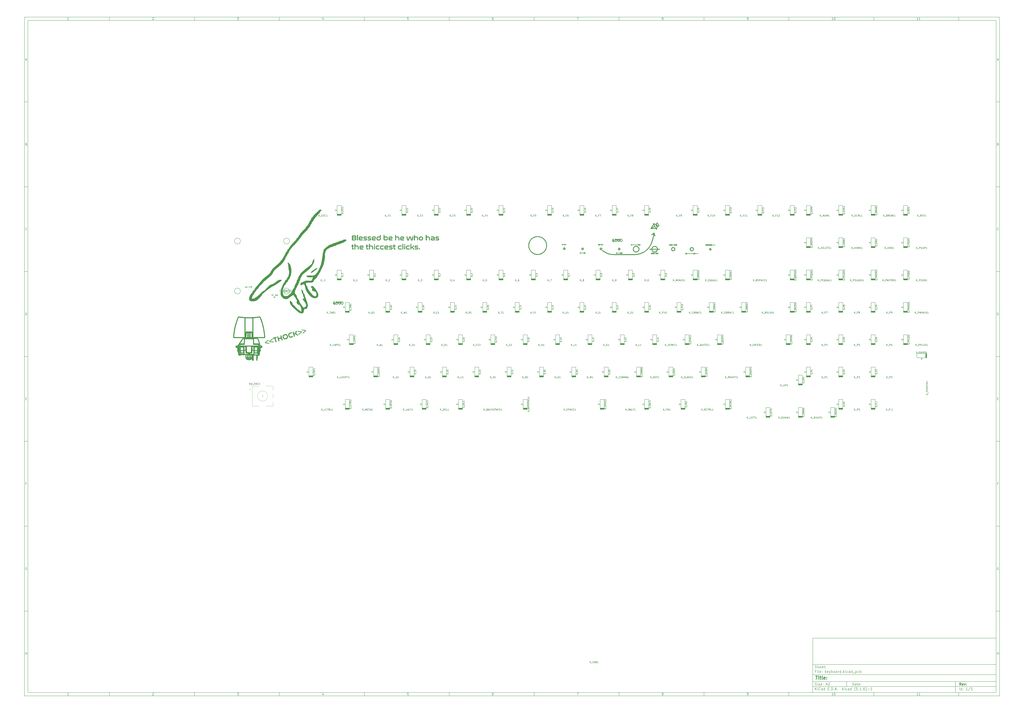
<source format=gbr>
G04 #@! TF.GenerationSoftware,KiCad,Pcbnew,(5.1.6)-1*
G04 #@! TF.CreationDate,2020-10-04T22:42:36-04:00*
G04 #@! TF.ProjectId,keyboard,6b657962-6f61-4726-942e-6b696361645f,rev?*
G04 #@! TF.SameCoordinates,Original*
G04 #@! TF.FileFunction,Legend,Top*
G04 #@! TF.FilePolarity,Positive*
%FSLAX46Y46*%
G04 Gerber Fmt 4.6, Leading zero omitted, Abs format (unit mm)*
G04 Created by KiCad (PCBNEW (5.1.6)-1) date 2020-10-04 22:42:36*
%MOMM*%
%LPD*%
G01*
G04 APERTURE LIST*
%ADD10C,0.100000*%
%ADD11C,0.150000*%
%ADD12C,0.300000*%
%ADD13C,0.400000*%
%ADD14C,0.127000*%
%ADD15C,0.152400*%
%ADD16C,0.010000*%
%ADD17C,0.120000*%
%ADD18C,0.200000*%
G04 APERTURE END LIST*
D10*
D11*
X474004400Y-375989000D02*
X474004400Y-407989000D01*
X582004400Y-407989000D01*
X582004400Y-375989000D01*
X474004400Y-375989000D01*
D10*
D11*
X10000000Y-10000000D02*
X10000000Y-409989000D01*
X584004400Y-409989000D01*
X584004400Y-10000000D01*
X10000000Y-10000000D01*
D10*
D11*
X12000000Y-12000000D02*
X12000000Y-407989000D01*
X582004400Y-407989000D01*
X582004400Y-12000000D01*
X12000000Y-12000000D01*
D10*
D11*
X60000000Y-12000000D02*
X60000000Y-10000000D01*
D10*
D11*
X110000000Y-12000000D02*
X110000000Y-10000000D01*
D10*
D11*
X160000000Y-12000000D02*
X160000000Y-10000000D01*
D10*
D11*
X210000000Y-12000000D02*
X210000000Y-10000000D01*
D10*
D11*
X260000000Y-12000000D02*
X260000000Y-10000000D01*
D10*
D11*
X310000000Y-12000000D02*
X310000000Y-10000000D01*
D10*
D11*
X360000000Y-12000000D02*
X360000000Y-10000000D01*
D10*
D11*
X410000000Y-12000000D02*
X410000000Y-10000000D01*
D10*
D11*
X460000000Y-12000000D02*
X460000000Y-10000000D01*
D10*
D11*
X510000000Y-12000000D02*
X510000000Y-10000000D01*
D10*
D11*
X560000000Y-12000000D02*
X560000000Y-10000000D01*
D10*
D11*
X36065476Y-11588095D02*
X35322619Y-11588095D01*
X35694047Y-11588095D02*
X35694047Y-10288095D01*
X35570238Y-10473809D01*
X35446428Y-10597619D01*
X35322619Y-10659523D01*
D10*
D11*
X85322619Y-10411904D02*
X85384523Y-10350000D01*
X85508333Y-10288095D01*
X85817857Y-10288095D01*
X85941666Y-10350000D01*
X86003571Y-10411904D01*
X86065476Y-10535714D01*
X86065476Y-10659523D01*
X86003571Y-10845238D01*
X85260714Y-11588095D01*
X86065476Y-11588095D01*
D10*
D11*
X135260714Y-10288095D02*
X136065476Y-10288095D01*
X135632142Y-10783333D01*
X135817857Y-10783333D01*
X135941666Y-10845238D01*
X136003571Y-10907142D01*
X136065476Y-11030952D01*
X136065476Y-11340476D01*
X136003571Y-11464285D01*
X135941666Y-11526190D01*
X135817857Y-11588095D01*
X135446428Y-11588095D01*
X135322619Y-11526190D01*
X135260714Y-11464285D01*
D10*
D11*
X185941666Y-10721428D02*
X185941666Y-11588095D01*
X185632142Y-10226190D02*
X185322619Y-11154761D01*
X186127380Y-11154761D01*
D10*
D11*
X236003571Y-10288095D02*
X235384523Y-10288095D01*
X235322619Y-10907142D01*
X235384523Y-10845238D01*
X235508333Y-10783333D01*
X235817857Y-10783333D01*
X235941666Y-10845238D01*
X236003571Y-10907142D01*
X236065476Y-11030952D01*
X236065476Y-11340476D01*
X236003571Y-11464285D01*
X235941666Y-11526190D01*
X235817857Y-11588095D01*
X235508333Y-11588095D01*
X235384523Y-11526190D01*
X235322619Y-11464285D01*
D10*
D11*
X285941666Y-10288095D02*
X285694047Y-10288095D01*
X285570238Y-10350000D01*
X285508333Y-10411904D01*
X285384523Y-10597619D01*
X285322619Y-10845238D01*
X285322619Y-11340476D01*
X285384523Y-11464285D01*
X285446428Y-11526190D01*
X285570238Y-11588095D01*
X285817857Y-11588095D01*
X285941666Y-11526190D01*
X286003571Y-11464285D01*
X286065476Y-11340476D01*
X286065476Y-11030952D01*
X286003571Y-10907142D01*
X285941666Y-10845238D01*
X285817857Y-10783333D01*
X285570238Y-10783333D01*
X285446428Y-10845238D01*
X285384523Y-10907142D01*
X285322619Y-11030952D01*
D10*
D11*
X335260714Y-10288095D02*
X336127380Y-10288095D01*
X335570238Y-11588095D01*
D10*
D11*
X385570238Y-10845238D02*
X385446428Y-10783333D01*
X385384523Y-10721428D01*
X385322619Y-10597619D01*
X385322619Y-10535714D01*
X385384523Y-10411904D01*
X385446428Y-10350000D01*
X385570238Y-10288095D01*
X385817857Y-10288095D01*
X385941666Y-10350000D01*
X386003571Y-10411904D01*
X386065476Y-10535714D01*
X386065476Y-10597619D01*
X386003571Y-10721428D01*
X385941666Y-10783333D01*
X385817857Y-10845238D01*
X385570238Y-10845238D01*
X385446428Y-10907142D01*
X385384523Y-10969047D01*
X385322619Y-11092857D01*
X385322619Y-11340476D01*
X385384523Y-11464285D01*
X385446428Y-11526190D01*
X385570238Y-11588095D01*
X385817857Y-11588095D01*
X385941666Y-11526190D01*
X386003571Y-11464285D01*
X386065476Y-11340476D01*
X386065476Y-11092857D01*
X386003571Y-10969047D01*
X385941666Y-10907142D01*
X385817857Y-10845238D01*
D10*
D11*
X435446428Y-11588095D02*
X435694047Y-11588095D01*
X435817857Y-11526190D01*
X435879761Y-11464285D01*
X436003571Y-11278571D01*
X436065476Y-11030952D01*
X436065476Y-10535714D01*
X436003571Y-10411904D01*
X435941666Y-10350000D01*
X435817857Y-10288095D01*
X435570238Y-10288095D01*
X435446428Y-10350000D01*
X435384523Y-10411904D01*
X435322619Y-10535714D01*
X435322619Y-10845238D01*
X435384523Y-10969047D01*
X435446428Y-11030952D01*
X435570238Y-11092857D01*
X435817857Y-11092857D01*
X435941666Y-11030952D01*
X436003571Y-10969047D01*
X436065476Y-10845238D01*
D10*
D11*
X486065476Y-11588095D02*
X485322619Y-11588095D01*
X485694047Y-11588095D02*
X485694047Y-10288095D01*
X485570238Y-10473809D01*
X485446428Y-10597619D01*
X485322619Y-10659523D01*
X486870238Y-10288095D02*
X486994047Y-10288095D01*
X487117857Y-10350000D01*
X487179761Y-10411904D01*
X487241666Y-10535714D01*
X487303571Y-10783333D01*
X487303571Y-11092857D01*
X487241666Y-11340476D01*
X487179761Y-11464285D01*
X487117857Y-11526190D01*
X486994047Y-11588095D01*
X486870238Y-11588095D01*
X486746428Y-11526190D01*
X486684523Y-11464285D01*
X486622619Y-11340476D01*
X486560714Y-11092857D01*
X486560714Y-10783333D01*
X486622619Y-10535714D01*
X486684523Y-10411904D01*
X486746428Y-10350000D01*
X486870238Y-10288095D01*
D10*
D11*
X536065476Y-11588095D02*
X535322619Y-11588095D01*
X535694047Y-11588095D02*
X535694047Y-10288095D01*
X535570238Y-10473809D01*
X535446428Y-10597619D01*
X535322619Y-10659523D01*
X537303571Y-11588095D02*
X536560714Y-11588095D01*
X536932142Y-11588095D02*
X536932142Y-10288095D01*
X536808333Y-10473809D01*
X536684523Y-10597619D01*
X536560714Y-10659523D01*
D10*
D11*
X60000000Y-407989000D02*
X60000000Y-409989000D01*
D10*
D11*
X110000000Y-407989000D02*
X110000000Y-409989000D01*
D10*
D11*
X160000000Y-407989000D02*
X160000000Y-409989000D01*
D10*
D11*
X210000000Y-407989000D02*
X210000000Y-409989000D01*
D10*
D11*
X260000000Y-407989000D02*
X260000000Y-409989000D01*
D10*
D11*
X310000000Y-407989000D02*
X310000000Y-409989000D01*
D10*
D11*
X360000000Y-407989000D02*
X360000000Y-409989000D01*
D10*
D11*
X410000000Y-407989000D02*
X410000000Y-409989000D01*
D10*
D11*
X460000000Y-407989000D02*
X460000000Y-409989000D01*
D10*
D11*
X510000000Y-407989000D02*
X510000000Y-409989000D01*
D10*
D11*
X560000000Y-407989000D02*
X560000000Y-409989000D01*
D10*
D11*
X36065476Y-409577095D02*
X35322619Y-409577095D01*
X35694047Y-409577095D02*
X35694047Y-408277095D01*
X35570238Y-408462809D01*
X35446428Y-408586619D01*
X35322619Y-408648523D01*
D10*
D11*
X85322619Y-408400904D02*
X85384523Y-408339000D01*
X85508333Y-408277095D01*
X85817857Y-408277095D01*
X85941666Y-408339000D01*
X86003571Y-408400904D01*
X86065476Y-408524714D01*
X86065476Y-408648523D01*
X86003571Y-408834238D01*
X85260714Y-409577095D01*
X86065476Y-409577095D01*
D10*
D11*
X135260714Y-408277095D02*
X136065476Y-408277095D01*
X135632142Y-408772333D01*
X135817857Y-408772333D01*
X135941666Y-408834238D01*
X136003571Y-408896142D01*
X136065476Y-409019952D01*
X136065476Y-409329476D01*
X136003571Y-409453285D01*
X135941666Y-409515190D01*
X135817857Y-409577095D01*
X135446428Y-409577095D01*
X135322619Y-409515190D01*
X135260714Y-409453285D01*
D10*
D11*
X185941666Y-408710428D02*
X185941666Y-409577095D01*
X185632142Y-408215190D02*
X185322619Y-409143761D01*
X186127380Y-409143761D01*
D10*
D11*
X236003571Y-408277095D02*
X235384523Y-408277095D01*
X235322619Y-408896142D01*
X235384523Y-408834238D01*
X235508333Y-408772333D01*
X235817857Y-408772333D01*
X235941666Y-408834238D01*
X236003571Y-408896142D01*
X236065476Y-409019952D01*
X236065476Y-409329476D01*
X236003571Y-409453285D01*
X235941666Y-409515190D01*
X235817857Y-409577095D01*
X235508333Y-409577095D01*
X235384523Y-409515190D01*
X235322619Y-409453285D01*
D10*
D11*
X285941666Y-408277095D02*
X285694047Y-408277095D01*
X285570238Y-408339000D01*
X285508333Y-408400904D01*
X285384523Y-408586619D01*
X285322619Y-408834238D01*
X285322619Y-409329476D01*
X285384523Y-409453285D01*
X285446428Y-409515190D01*
X285570238Y-409577095D01*
X285817857Y-409577095D01*
X285941666Y-409515190D01*
X286003571Y-409453285D01*
X286065476Y-409329476D01*
X286065476Y-409019952D01*
X286003571Y-408896142D01*
X285941666Y-408834238D01*
X285817857Y-408772333D01*
X285570238Y-408772333D01*
X285446428Y-408834238D01*
X285384523Y-408896142D01*
X285322619Y-409019952D01*
D10*
D11*
X335260714Y-408277095D02*
X336127380Y-408277095D01*
X335570238Y-409577095D01*
D10*
D11*
X385570238Y-408834238D02*
X385446428Y-408772333D01*
X385384523Y-408710428D01*
X385322619Y-408586619D01*
X385322619Y-408524714D01*
X385384523Y-408400904D01*
X385446428Y-408339000D01*
X385570238Y-408277095D01*
X385817857Y-408277095D01*
X385941666Y-408339000D01*
X386003571Y-408400904D01*
X386065476Y-408524714D01*
X386065476Y-408586619D01*
X386003571Y-408710428D01*
X385941666Y-408772333D01*
X385817857Y-408834238D01*
X385570238Y-408834238D01*
X385446428Y-408896142D01*
X385384523Y-408958047D01*
X385322619Y-409081857D01*
X385322619Y-409329476D01*
X385384523Y-409453285D01*
X385446428Y-409515190D01*
X385570238Y-409577095D01*
X385817857Y-409577095D01*
X385941666Y-409515190D01*
X386003571Y-409453285D01*
X386065476Y-409329476D01*
X386065476Y-409081857D01*
X386003571Y-408958047D01*
X385941666Y-408896142D01*
X385817857Y-408834238D01*
D10*
D11*
X435446428Y-409577095D02*
X435694047Y-409577095D01*
X435817857Y-409515190D01*
X435879761Y-409453285D01*
X436003571Y-409267571D01*
X436065476Y-409019952D01*
X436065476Y-408524714D01*
X436003571Y-408400904D01*
X435941666Y-408339000D01*
X435817857Y-408277095D01*
X435570238Y-408277095D01*
X435446428Y-408339000D01*
X435384523Y-408400904D01*
X435322619Y-408524714D01*
X435322619Y-408834238D01*
X435384523Y-408958047D01*
X435446428Y-409019952D01*
X435570238Y-409081857D01*
X435817857Y-409081857D01*
X435941666Y-409019952D01*
X436003571Y-408958047D01*
X436065476Y-408834238D01*
D10*
D11*
X486065476Y-409577095D02*
X485322619Y-409577095D01*
X485694047Y-409577095D02*
X485694047Y-408277095D01*
X485570238Y-408462809D01*
X485446428Y-408586619D01*
X485322619Y-408648523D01*
X486870238Y-408277095D02*
X486994047Y-408277095D01*
X487117857Y-408339000D01*
X487179761Y-408400904D01*
X487241666Y-408524714D01*
X487303571Y-408772333D01*
X487303571Y-409081857D01*
X487241666Y-409329476D01*
X487179761Y-409453285D01*
X487117857Y-409515190D01*
X486994047Y-409577095D01*
X486870238Y-409577095D01*
X486746428Y-409515190D01*
X486684523Y-409453285D01*
X486622619Y-409329476D01*
X486560714Y-409081857D01*
X486560714Y-408772333D01*
X486622619Y-408524714D01*
X486684523Y-408400904D01*
X486746428Y-408339000D01*
X486870238Y-408277095D01*
D10*
D11*
X536065476Y-409577095D02*
X535322619Y-409577095D01*
X535694047Y-409577095D02*
X535694047Y-408277095D01*
X535570238Y-408462809D01*
X535446428Y-408586619D01*
X535322619Y-408648523D01*
X537303571Y-409577095D02*
X536560714Y-409577095D01*
X536932142Y-409577095D02*
X536932142Y-408277095D01*
X536808333Y-408462809D01*
X536684523Y-408586619D01*
X536560714Y-408648523D01*
D10*
D11*
X10000000Y-60000000D02*
X12000000Y-60000000D01*
D10*
D11*
X10000000Y-110000000D02*
X12000000Y-110000000D01*
D10*
D11*
X10000000Y-160000000D02*
X12000000Y-160000000D01*
D10*
D11*
X10000000Y-210000000D02*
X12000000Y-210000000D01*
D10*
D11*
X10000000Y-260000000D02*
X12000000Y-260000000D01*
D10*
D11*
X10000000Y-310000000D02*
X12000000Y-310000000D01*
D10*
D11*
X10000000Y-360000000D02*
X12000000Y-360000000D01*
D10*
D11*
X10690476Y-35216666D02*
X11309523Y-35216666D01*
X10566666Y-35588095D02*
X11000000Y-34288095D01*
X11433333Y-35588095D01*
D10*
D11*
X11092857Y-84907142D02*
X11278571Y-84969047D01*
X11340476Y-85030952D01*
X11402380Y-85154761D01*
X11402380Y-85340476D01*
X11340476Y-85464285D01*
X11278571Y-85526190D01*
X11154761Y-85588095D01*
X10659523Y-85588095D01*
X10659523Y-84288095D01*
X11092857Y-84288095D01*
X11216666Y-84350000D01*
X11278571Y-84411904D01*
X11340476Y-84535714D01*
X11340476Y-84659523D01*
X11278571Y-84783333D01*
X11216666Y-84845238D01*
X11092857Y-84907142D01*
X10659523Y-84907142D01*
D10*
D11*
X11402380Y-135464285D02*
X11340476Y-135526190D01*
X11154761Y-135588095D01*
X11030952Y-135588095D01*
X10845238Y-135526190D01*
X10721428Y-135402380D01*
X10659523Y-135278571D01*
X10597619Y-135030952D01*
X10597619Y-134845238D01*
X10659523Y-134597619D01*
X10721428Y-134473809D01*
X10845238Y-134350000D01*
X11030952Y-134288095D01*
X11154761Y-134288095D01*
X11340476Y-134350000D01*
X11402380Y-134411904D01*
D10*
D11*
X10659523Y-185588095D02*
X10659523Y-184288095D01*
X10969047Y-184288095D01*
X11154761Y-184350000D01*
X11278571Y-184473809D01*
X11340476Y-184597619D01*
X11402380Y-184845238D01*
X11402380Y-185030952D01*
X11340476Y-185278571D01*
X11278571Y-185402380D01*
X11154761Y-185526190D01*
X10969047Y-185588095D01*
X10659523Y-185588095D01*
D10*
D11*
X10721428Y-234907142D02*
X11154761Y-234907142D01*
X11340476Y-235588095D02*
X10721428Y-235588095D01*
X10721428Y-234288095D01*
X11340476Y-234288095D01*
D10*
D11*
X11185714Y-284907142D02*
X10752380Y-284907142D01*
X10752380Y-285588095D02*
X10752380Y-284288095D01*
X11371428Y-284288095D01*
D10*
D11*
X11340476Y-334350000D02*
X11216666Y-334288095D01*
X11030952Y-334288095D01*
X10845238Y-334350000D01*
X10721428Y-334473809D01*
X10659523Y-334597619D01*
X10597619Y-334845238D01*
X10597619Y-335030952D01*
X10659523Y-335278571D01*
X10721428Y-335402380D01*
X10845238Y-335526190D01*
X11030952Y-335588095D01*
X11154761Y-335588095D01*
X11340476Y-335526190D01*
X11402380Y-335464285D01*
X11402380Y-335030952D01*
X11154761Y-335030952D01*
D10*
D11*
X10628571Y-385588095D02*
X10628571Y-384288095D01*
X10628571Y-384907142D02*
X11371428Y-384907142D01*
X11371428Y-385588095D02*
X11371428Y-384288095D01*
D10*
D11*
X584004400Y-60000000D02*
X582004400Y-60000000D01*
D10*
D11*
X584004400Y-110000000D02*
X582004400Y-110000000D01*
D10*
D11*
X584004400Y-160000000D02*
X582004400Y-160000000D01*
D10*
D11*
X584004400Y-210000000D02*
X582004400Y-210000000D01*
D10*
D11*
X584004400Y-260000000D02*
X582004400Y-260000000D01*
D10*
D11*
X584004400Y-310000000D02*
X582004400Y-310000000D01*
D10*
D11*
X584004400Y-360000000D02*
X582004400Y-360000000D01*
D10*
D11*
X582694876Y-35216666D02*
X583313923Y-35216666D01*
X582571066Y-35588095D02*
X583004400Y-34288095D01*
X583437733Y-35588095D01*
D10*
D11*
X583097257Y-84907142D02*
X583282971Y-84969047D01*
X583344876Y-85030952D01*
X583406780Y-85154761D01*
X583406780Y-85340476D01*
X583344876Y-85464285D01*
X583282971Y-85526190D01*
X583159161Y-85588095D01*
X582663923Y-85588095D01*
X582663923Y-84288095D01*
X583097257Y-84288095D01*
X583221066Y-84350000D01*
X583282971Y-84411904D01*
X583344876Y-84535714D01*
X583344876Y-84659523D01*
X583282971Y-84783333D01*
X583221066Y-84845238D01*
X583097257Y-84907142D01*
X582663923Y-84907142D01*
D10*
D11*
X583406780Y-135464285D02*
X583344876Y-135526190D01*
X583159161Y-135588095D01*
X583035352Y-135588095D01*
X582849638Y-135526190D01*
X582725828Y-135402380D01*
X582663923Y-135278571D01*
X582602019Y-135030952D01*
X582602019Y-134845238D01*
X582663923Y-134597619D01*
X582725828Y-134473809D01*
X582849638Y-134350000D01*
X583035352Y-134288095D01*
X583159161Y-134288095D01*
X583344876Y-134350000D01*
X583406780Y-134411904D01*
D10*
D11*
X582663923Y-185588095D02*
X582663923Y-184288095D01*
X582973447Y-184288095D01*
X583159161Y-184350000D01*
X583282971Y-184473809D01*
X583344876Y-184597619D01*
X583406780Y-184845238D01*
X583406780Y-185030952D01*
X583344876Y-185278571D01*
X583282971Y-185402380D01*
X583159161Y-185526190D01*
X582973447Y-185588095D01*
X582663923Y-185588095D01*
D10*
D11*
X582725828Y-234907142D02*
X583159161Y-234907142D01*
X583344876Y-235588095D02*
X582725828Y-235588095D01*
X582725828Y-234288095D01*
X583344876Y-234288095D01*
D10*
D11*
X583190114Y-284907142D02*
X582756780Y-284907142D01*
X582756780Y-285588095D02*
X582756780Y-284288095D01*
X583375828Y-284288095D01*
D10*
D11*
X583344876Y-334350000D02*
X583221066Y-334288095D01*
X583035352Y-334288095D01*
X582849638Y-334350000D01*
X582725828Y-334473809D01*
X582663923Y-334597619D01*
X582602019Y-334845238D01*
X582602019Y-335030952D01*
X582663923Y-335278571D01*
X582725828Y-335402380D01*
X582849638Y-335526190D01*
X583035352Y-335588095D01*
X583159161Y-335588095D01*
X583344876Y-335526190D01*
X583406780Y-335464285D01*
X583406780Y-335030952D01*
X583159161Y-335030952D01*
D10*
D11*
X582632971Y-385588095D02*
X582632971Y-384288095D01*
X582632971Y-384907142D02*
X583375828Y-384907142D01*
X583375828Y-385588095D02*
X583375828Y-384288095D01*
D10*
D11*
X497436542Y-403767571D02*
X497436542Y-402267571D01*
X497793685Y-402267571D01*
X498007971Y-402339000D01*
X498150828Y-402481857D01*
X498222257Y-402624714D01*
X498293685Y-402910428D01*
X498293685Y-403124714D01*
X498222257Y-403410428D01*
X498150828Y-403553285D01*
X498007971Y-403696142D01*
X497793685Y-403767571D01*
X497436542Y-403767571D01*
X499579400Y-403767571D02*
X499579400Y-402981857D01*
X499507971Y-402839000D01*
X499365114Y-402767571D01*
X499079400Y-402767571D01*
X498936542Y-402839000D01*
X499579400Y-403696142D02*
X499436542Y-403767571D01*
X499079400Y-403767571D01*
X498936542Y-403696142D01*
X498865114Y-403553285D01*
X498865114Y-403410428D01*
X498936542Y-403267571D01*
X499079400Y-403196142D01*
X499436542Y-403196142D01*
X499579400Y-403124714D01*
X500079400Y-402767571D02*
X500650828Y-402767571D01*
X500293685Y-402267571D02*
X500293685Y-403553285D01*
X500365114Y-403696142D01*
X500507971Y-403767571D01*
X500650828Y-403767571D01*
X501722257Y-403696142D02*
X501579400Y-403767571D01*
X501293685Y-403767571D01*
X501150828Y-403696142D01*
X501079400Y-403553285D01*
X501079400Y-402981857D01*
X501150828Y-402839000D01*
X501293685Y-402767571D01*
X501579400Y-402767571D01*
X501722257Y-402839000D01*
X501793685Y-402981857D01*
X501793685Y-403124714D01*
X501079400Y-403267571D01*
X502436542Y-403624714D02*
X502507971Y-403696142D01*
X502436542Y-403767571D01*
X502365114Y-403696142D01*
X502436542Y-403624714D01*
X502436542Y-403767571D01*
X502436542Y-402839000D02*
X502507971Y-402910428D01*
X502436542Y-402981857D01*
X502365114Y-402910428D01*
X502436542Y-402839000D01*
X502436542Y-402981857D01*
D10*
D11*
X474004400Y-404489000D02*
X582004400Y-404489000D01*
D10*
D11*
X475436542Y-406567571D02*
X475436542Y-405067571D01*
X476293685Y-406567571D02*
X475650828Y-405710428D01*
X476293685Y-405067571D02*
X475436542Y-405924714D01*
X476936542Y-406567571D02*
X476936542Y-405567571D01*
X476936542Y-405067571D02*
X476865114Y-405139000D01*
X476936542Y-405210428D01*
X477007971Y-405139000D01*
X476936542Y-405067571D01*
X476936542Y-405210428D01*
X478507971Y-406424714D02*
X478436542Y-406496142D01*
X478222257Y-406567571D01*
X478079400Y-406567571D01*
X477865114Y-406496142D01*
X477722257Y-406353285D01*
X477650828Y-406210428D01*
X477579400Y-405924714D01*
X477579400Y-405710428D01*
X477650828Y-405424714D01*
X477722257Y-405281857D01*
X477865114Y-405139000D01*
X478079400Y-405067571D01*
X478222257Y-405067571D01*
X478436542Y-405139000D01*
X478507971Y-405210428D01*
X479793685Y-406567571D02*
X479793685Y-405781857D01*
X479722257Y-405639000D01*
X479579400Y-405567571D01*
X479293685Y-405567571D01*
X479150828Y-405639000D01*
X479793685Y-406496142D02*
X479650828Y-406567571D01*
X479293685Y-406567571D01*
X479150828Y-406496142D01*
X479079400Y-406353285D01*
X479079400Y-406210428D01*
X479150828Y-406067571D01*
X479293685Y-405996142D01*
X479650828Y-405996142D01*
X479793685Y-405924714D01*
X481150828Y-406567571D02*
X481150828Y-405067571D01*
X481150828Y-406496142D02*
X481007971Y-406567571D01*
X480722257Y-406567571D01*
X480579400Y-406496142D01*
X480507971Y-406424714D01*
X480436542Y-406281857D01*
X480436542Y-405853285D01*
X480507971Y-405710428D01*
X480579400Y-405639000D01*
X480722257Y-405567571D01*
X481007971Y-405567571D01*
X481150828Y-405639000D01*
X483007971Y-405781857D02*
X483507971Y-405781857D01*
X483722257Y-406567571D02*
X483007971Y-406567571D01*
X483007971Y-405067571D01*
X483722257Y-405067571D01*
X484365114Y-406424714D02*
X484436542Y-406496142D01*
X484365114Y-406567571D01*
X484293685Y-406496142D01*
X484365114Y-406424714D01*
X484365114Y-406567571D01*
X485079400Y-406567571D02*
X485079400Y-405067571D01*
X485436542Y-405067571D01*
X485650828Y-405139000D01*
X485793685Y-405281857D01*
X485865114Y-405424714D01*
X485936542Y-405710428D01*
X485936542Y-405924714D01*
X485865114Y-406210428D01*
X485793685Y-406353285D01*
X485650828Y-406496142D01*
X485436542Y-406567571D01*
X485079400Y-406567571D01*
X486579400Y-406424714D02*
X486650828Y-406496142D01*
X486579400Y-406567571D01*
X486507971Y-406496142D01*
X486579400Y-406424714D01*
X486579400Y-406567571D01*
X487222257Y-406139000D02*
X487936542Y-406139000D01*
X487079400Y-406567571D02*
X487579400Y-405067571D01*
X488079400Y-406567571D01*
X488579400Y-406424714D02*
X488650828Y-406496142D01*
X488579400Y-406567571D01*
X488507971Y-406496142D01*
X488579400Y-406424714D01*
X488579400Y-406567571D01*
X491579400Y-406567571D02*
X491579400Y-405067571D01*
X491722257Y-405996142D02*
X492150828Y-406567571D01*
X492150828Y-405567571D02*
X491579400Y-406139000D01*
X492793685Y-406567571D02*
X492793685Y-405567571D01*
X492793685Y-405067571D02*
X492722257Y-405139000D01*
X492793685Y-405210428D01*
X492865114Y-405139000D01*
X492793685Y-405067571D01*
X492793685Y-405210428D01*
X494150828Y-406496142D02*
X494007971Y-406567571D01*
X493722257Y-406567571D01*
X493579400Y-406496142D01*
X493507971Y-406424714D01*
X493436542Y-406281857D01*
X493436542Y-405853285D01*
X493507971Y-405710428D01*
X493579400Y-405639000D01*
X493722257Y-405567571D01*
X494007971Y-405567571D01*
X494150828Y-405639000D01*
X495436542Y-406567571D02*
X495436542Y-405781857D01*
X495365114Y-405639000D01*
X495222257Y-405567571D01*
X494936542Y-405567571D01*
X494793685Y-405639000D01*
X495436542Y-406496142D02*
X495293685Y-406567571D01*
X494936542Y-406567571D01*
X494793685Y-406496142D01*
X494722257Y-406353285D01*
X494722257Y-406210428D01*
X494793685Y-406067571D01*
X494936542Y-405996142D01*
X495293685Y-405996142D01*
X495436542Y-405924714D01*
X496793685Y-406567571D02*
X496793685Y-405067571D01*
X496793685Y-406496142D02*
X496650828Y-406567571D01*
X496365114Y-406567571D01*
X496222257Y-406496142D01*
X496150828Y-406424714D01*
X496079400Y-406281857D01*
X496079400Y-405853285D01*
X496150828Y-405710428D01*
X496222257Y-405639000D01*
X496365114Y-405567571D01*
X496650828Y-405567571D01*
X496793685Y-405639000D01*
X499079400Y-407139000D02*
X499007971Y-407067571D01*
X498865114Y-406853285D01*
X498793685Y-406710428D01*
X498722257Y-406496142D01*
X498650828Y-406139000D01*
X498650828Y-405853285D01*
X498722257Y-405496142D01*
X498793685Y-405281857D01*
X498865114Y-405139000D01*
X499007971Y-404924714D01*
X499079400Y-404853285D01*
X500365114Y-405067571D02*
X499650828Y-405067571D01*
X499579400Y-405781857D01*
X499650828Y-405710428D01*
X499793685Y-405639000D01*
X500150828Y-405639000D01*
X500293685Y-405710428D01*
X500365114Y-405781857D01*
X500436542Y-405924714D01*
X500436542Y-406281857D01*
X500365114Y-406424714D01*
X500293685Y-406496142D01*
X500150828Y-406567571D01*
X499793685Y-406567571D01*
X499650828Y-406496142D01*
X499579400Y-406424714D01*
X501079400Y-406424714D02*
X501150828Y-406496142D01*
X501079400Y-406567571D01*
X501007971Y-406496142D01*
X501079400Y-406424714D01*
X501079400Y-406567571D01*
X502579400Y-406567571D02*
X501722257Y-406567571D01*
X502150828Y-406567571D02*
X502150828Y-405067571D01*
X502007971Y-405281857D01*
X501865114Y-405424714D01*
X501722257Y-405496142D01*
X503222257Y-406424714D02*
X503293685Y-406496142D01*
X503222257Y-406567571D01*
X503150828Y-406496142D01*
X503222257Y-406424714D01*
X503222257Y-406567571D01*
X504579400Y-405067571D02*
X504293685Y-405067571D01*
X504150828Y-405139000D01*
X504079400Y-405210428D01*
X503936542Y-405424714D01*
X503865114Y-405710428D01*
X503865114Y-406281857D01*
X503936542Y-406424714D01*
X504007971Y-406496142D01*
X504150828Y-406567571D01*
X504436542Y-406567571D01*
X504579400Y-406496142D01*
X504650828Y-406424714D01*
X504722257Y-406281857D01*
X504722257Y-405924714D01*
X504650828Y-405781857D01*
X504579400Y-405710428D01*
X504436542Y-405639000D01*
X504150828Y-405639000D01*
X504007971Y-405710428D01*
X503936542Y-405781857D01*
X503865114Y-405924714D01*
X505222257Y-407139000D02*
X505293685Y-407067571D01*
X505436542Y-406853285D01*
X505507971Y-406710428D01*
X505579400Y-406496142D01*
X505650828Y-406139000D01*
X505650828Y-405853285D01*
X505579400Y-405496142D01*
X505507971Y-405281857D01*
X505436542Y-405139000D01*
X505293685Y-404924714D01*
X505222257Y-404853285D01*
X506365114Y-405996142D02*
X507507971Y-405996142D01*
X509007971Y-406567571D02*
X508150828Y-406567571D01*
X508579400Y-406567571D02*
X508579400Y-405067571D01*
X508436542Y-405281857D01*
X508293685Y-405424714D01*
X508150828Y-405496142D01*
D10*
D11*
X474004400Y-401489000D02*
X582004400Y-401489000D01*
D10*
D12*
X561413685Y-403767571D02*
X560913685Y-403053285D01*
X560556542Y-403767571D02*
X560556542Y-402267571D01*
X561127971Y-402267571D01*
X561270828Y-402339000D01*
X561342257Y-402410428D01*
X561413685Y-402553285D01*
X561413685Y-402767571D01*
X561342257Y-402910428D01*
X561270828Y-402981857D01*
X561127971Y-403053285D01*
X560556542Y-403053285D01*
X562627971Y-403696142D02*
X562485114Y-403767571D01*
X562199400Y-403767571D01*
X562056542Y-403696142D01*
X561985114Y-403553285D01*
X561985114Y-402981857D01*
X562056542Y-402839000D01*
X562199400Y-402767571D01*
X562485114Y-402767571D01*
X562627971Y-402839000D01*
X562699400Y-402981857D01*
X562699400Y-403124714D01*
X561985114Y-403267571D01*
X563199400Y-402767571D02*
X563556542Y-403767571D01*
X563913685Y-402767571D01*
X564485114Y-403624714D02*
X564556542Y-403696142D01*
X564485114Y-403767571D01*
X564413685Y-403696142D01*
X564485114Y-403624714D01*
X564485114Y-403767571D01*
X564485114Y-402839000D02*
X564556542Y-402910428D01*
X564485114Y-402981857D01*
X564413685Y-402910428D01*
X564485114Y-402839000D01*
X564485114Y-402981857D01*
D10*
D11*
X475365114Y-403696142D02*
X475579400Y-403767571D01*
X475936542Y-403767571D01*
X476079400Y-403696142D01*
X476150828Y-403624714D01*
X476222257Y-403481857D01*
X476222257Y-403339000D01*
X476150828Y-403196142D01*
X476079400Y-403124714D01*
X475936542Y-403053285D01*
X475650828Y-402981857D01*
X475507971Y-402910428D01*
X475436542Y-402839000D01*
X475365114Y-402696142D01*
X475365114Y-402553285D01*
X475436542Y-402410428D01*
X475507971Y-402339000D01*
X475650828Y-402267571D01*
X476007971Y-402267571D01*
X476222257Y-402339000D01*
X476865114Y-403767571D02*
X476865114Y-402767571D01*
X476865114Y-402267571D02*
X476793685Y-402339000D01*
X476865114Y-402410428D01*
X476936542Y-402339000D01*
X476865114Y-402267571D01*
X476865114Y-402410428D01*
X477436542Y-402767571D02*
X478222257Y-402767571D01*
X477436542Y-403767571D01*
X478222257Y-403767571D01*
X479365114Y-403696142D02*
X479222257Y-403767571D01*
X478936542Y-403767571D01*
X478793685Y-403696142D01*
X478722257Y-403553285D01*
X478722257Y-402981857D01*
X478793685Y-402839000D01*
X478936542Y-402767571D01*
X479222257Y-402767571D01*
X479365114Y-402839000D01*
X479436542Y-402981857D01*
X479436542Y-403124714D01*
X478722257Y-403267571D01*
X480079400Y-403624714D02*
X480150828Y-403696142D01*
X480079400Y-403767571D01*
X480007971Y-403696142D01*
X480079400Y-403624714D01*
X480079400Y-403767571D01*
X480079400Y-402839000D02*
X480150828Y-402910428D01*
X480079400Y-402981857D01*
X480007971Y-402910428D01*
X480079400Y-402839000D01*
X480079400Y-402981857D01*
X481865114Y-403339000D02*
X482579400Y-403339000D01*
X481722257Y-403767571D02*
X482222257Y-402267571D01*
X482722257Y-403767571D01*
X483150828Y-402410428D02*
X483222257Y-402339000D01*
X483365114Y-402267571D01*
X483722257Y-402267571D01*
X483865114Y-402339000D01*
X483936542Y-402410428D01*
X484007971Y-402553285D01*
X484007971Y-402696142D01*
X483936542Y-402910428D01*
X483079400Y-403767571D01*
X484007971Y-403767571D01*
D10*
D11*
X560436542Y-406567571D02*
X560436542Y-405067571D01*
X561793685Y-406567571D02*
X561793685Y-405067571D01*
X561793685Y-406496142D02*
X561650828Y-406567571D01*
X561365114Y-406567571D01*
X561222257Y-406496142D01*
X561150828Y-406424714D01*
X561079400Y-406281857D01*
X561079400Y-405853285D01*
X561150828Y-405710428D01*
X561222257Y-405639000D01*
X561365114Y-405567571D01*
X561650828Y-405567571D01*
X561793685Y-405639000D01*
X562507971Y-406424714D02*
X562579400Y-406496142D01*
X562507971Y-406567571D01*
X562436542Y-406496142D01*
X562507971Y-406424714D01*
X562507971Y-406567571D01*
X562507971Y-405639000D02*
X562579400Y-405710428D01*
X562507971Y-405781857D01*
X562436542Y-405710428D01*
X562507971Y-405639000D01*
X562507971Y-405781857D01*
X565150828Y-406567571D02*
X564293685Y-406567571D01*
X564722257Y-406567571D02*
X564722257Y-405067571D01*
X564579400Y-405281857D01*
X564436542Y-405424714D01*
X564293685Y-405496142D01*
X566865114Y-404996142D02*
X565579400Y-406924714D01*
X568150828Y-406567571D02*
X567293685Y-406567571D01*
X567722257Y-406567571D02*
X567722257Y-405067571D01*
X567579400Y-405281857D01*
X567436542Y-405424714D01*
X567293685Y-405496142D01*
D10*
D11*
X474004400Y-397489000D02*
X582004400Y-397489000D01*
D10*
D13*
X475716780Y-398193761D02*
X476859638Y-398193761D01*
X476038209Y-400193761D02*
X476288209Y-398193761D01*
X477276304Y-400193761D02*
X477442971Y-398860428D01*
X477526304Y-398193761D02*
X477419161Y-398289000D01*
X477502495Y-398384238D01*
X477609638Y-398289000D01*
X477526304Y-398193761D01*
X477502495Y-398384238D01*
X478109638Y-398860428D02*
X478871542Y-398860428D01*
X478478685Y-398193761D02*
X478264400Y-399908047D01*
X478335828Y-400098523D01*
X478514400Y-400193761D01*
X478704876Y-400193761D01*
X479657257Y-400193761D02*
X479478685Y-400098523D01*
X479407257Y-399908047D01*
X479621542Y-398193761D01*
X481192971Y-400098523D02*
X480990590Y-400193761D01*
X480609638Y-400193761D01*
X480431066Y-400098523D01*
X480359638Y-399908047D01*
X480454876Y-399146142D01*
X480573923Y-398955666D01*
X480776304Y-398860428D01*
X481157257Y-398860428D01*
X481335828Y-398955666D01*
X481407257Y-399146142D01*
X481383447Y-399336619D01*
X480407257Y-399527095D01*
X482157257Y-400003285D02*
X482240590Y-400098523D01*
X482133447Y-400193761D01*
X482050114Y-400098523D01*
X482157257Y-400003285D01*
X482133447Y-400193761D01*
X482288209Y-398955666D02*
X482371542Y-399050904D01*
X482264400Y-399146142D01*
X482181066Y-399050904D01*
X482288209Y-398955666D01*
X482264400Y-399146142D01*
D10*
D11*
X475936542Y-395581857D02*
X475436542Y-395581857D01*
X475436542Y-396367571D02*
X475436542Y-394867571D01*
X476150828Y-394867571D01*
X476722257Y-396367571D02*
X476722257Y-395367571D01*
X476722257Y-394867571D02*
X476650828Y-394939000D01*
X476722257Y-395010428D01*
X476793685Y-394939000D01*
X476722257Y-394867571D01*
X476722257Y-395010428D01*
X477650828Y-396367571D02*
X477507971Y-396296142D01*
X477436542Y-396153285D01*
X477436542Y-394867571D01*
X478793685Y-396296142D02*
X478650828Y-396367571D01*
X478365114Y-396367571D01*
X478222257Y-396296142D01*
X478150828Y-396153285D01*
X478150828Y-395581857D01*
X478222257Y-395439000D01*
X478365114Y-395367571D01*
X478650828Y-395367571D01*
X478793685Y-395439000D01*
X478865114Y-395581857D01*
X478865114Y-395724714D01*
X478150828Y-395867571D01*
X479507971Y-396224714D02*
X479579400Y-396296142D01*
X479507971Y-396367571D01*
X479436542Y-396296142D01*
X479507971Y-396224714D01*
X479507971Y-396367571D01*
X479507971Y-395439000D02*
X479579400Y-395510428D01*
X479507971Y-395581857D01*
X479436542Y-395510428D01*
X479507971Y-395439000D01*
X479507971Y-395581857D01*
X481365114Y-396367571D02*
X481365114Y-394867571D01*
X481507971Y-395796142D02*
X481936542Y-396367571D01*
X481936542Y-395367571D02*
X481365114Y-395939000D01*
X483150828Y-396296142D02*
X483007971Y-396367571D01*
X482722257Y-396367571D01*
X482579400Y-396296142D01*
X482507971Y-396153285D01*
X482507971Y-395581857D01*
X482579400Y-395439000D01*
X482722257Y-395367571D01*
X483007971Y-395367571D01*
X483150828Y-395439000D01*
X483222257Y-395581857D01*
X483222257Y-395724714D01*
X482507971Y-395867571D01*
X483722257Y-395367571D02*
X484079400Y-396367571D01*
X484436542Y-395367571D02*
X484079400Y-396367571D01*
X483936542Y-396724714D01*
X483865114Y-396796142D01*
X483722257Y-396867571D01*
X485007971Y-396367571D02*
X485007971Y-394867571D01*
X485007971Y-395439000D02*
X485150828Y-395367571D01*
X485436542Y-395367571D01*
X485579400Y-395439000D01*
X485650828Y-395510428D01*
X485722257Y-395653285D01*
X485722257Y-396081857D01*
X485650828Y-396224714D01*
X485579400Y-396296142D01*
X485436542Y-396367571D01*
X485150828Y-396367571D01*
X485007971Y-396296142D01*
X486579400Y-396367571D02*
X486436542Y-396296142D01*
X486365114Y-396224714D01*
X486293685Y-396081857D01*
X486293685Y-395653285D01*
X486365114Y-395510428D01*
X486436542Y-395439000D01*
X486579400Y-395367571D01*
X486793685Y-395367571D01*
X486936542Y-395439000D01*
X487007971Y-395510428D01*
X487079400Y-395653285D01*
X487079400Y-396081857D01*
X487007971Y-396224714D01*
X486936542Y-396296142D01*
X486793685Y-396367571D01*
X486579400Y-396367571D01*
X488365114Y-396367571D02*
X488365114Y-395581857D01*
X488293685Y-395439000D01*
X488150828Y-395367571D01*
X487865114Y-395367571D01*
X487722257Y-395439000D01*
X488365114Y-396296142D02*
X488222257Y-396367571D01*
X487865114Y-396367571D01*
X487722257Y-396296142D01*
X487650828Y-396153285D01*
X487650828Y-396010428D01*
X487722257Y-395867571D01*
X487865114Y-395796142D01*
X488222257Y-395796142D01*
X488365114Y-395724714D01*
X489079400Y-396367571D02*
X489079400Y-395367571D01*
X489079400Y-395653285D02*
X489150828Y-395510428D01*
X489222257Y-395439000D01*
X489365114Y-395367571D01*
X489507971Y-395367571D01*
X490650828Y-396367571D02*
X490650828Y-394867571D01*
X490650828Y-396296142D02*
X490507971Y-396367571D01*
X490222257Y-396367571D01*
X490079400Y-396296142D01*
X490007971Y-396224714D01*
X489936542Y-396081857D01*
X489936542Y-395653285D01*
X490007971Y-395510428D01*
X490079400Y-395439000D01*
X490222257Y-395367571D01*
X490507971Y-395367571D01*
X490650828Y-395439000D01*
X491365114Y-396224714D02*
X491436542Y-396296142D01*
X491365114Y-396367571D01*
X491293685Y-396296142D01*
X491365114Y-396224714D01*
X491365114Y-396367571D01*
X492079400Y-396367571D02*
X492079400Y-394867571D01*
X492222257Y-395796142D02*
X492650828Y-396367571D01*
X492650828Y-395367571D02*
X492079400Y-395939000D01*
X493293685Y-396367571D02*
X493293685Y-395367571D01*
X493293685Y-394867571D02*
X493222257Y-394939000D01*
X493293685Y-395010428D01*
X493365114Y-394939000D01*
X493293685Y-394867571D01*
X493293685Y-395010428D01*
X494650828Y-396296142D02*
X494507971Y-396367571D01*
X494222257Y-396367571D01*
X494079400Y-396296142D01*
X494007971Y-396224714D01*
X493936542Y-396081857D01*
X493936542Y-395653285D01*
X494007971Y-395510428D01*
X494079400Y-395439000D01*
X494222257Y-395367571D01*
X494507971Y-395367571D01*
X494650828Y-395439000D01*
X495936542Y-396367571D02*
X495936542Y-395581857D01*
X495865114Y-395439000D01*
X495722257Y-395367571D01*
X495436542Y-395367571D01*
X495293685Y-395439000D01*
X495936542Y-396296142D02*
X495793685Y-396367571D01*
X495436542Y-396367571D01*
X495293685Y-396296142D01*
X495222257Y-396153285D01*
X495222257Y-396010428D01*
X495293685Y-395867571D01*
X495436542Y-395796142D01*
X495793685Y-395796142D01*
X495936542Y-395724714D01*
X497293685Y-396367571D02*
X497293685Y-394867571D01*
X497293685Y-396296142D02*
X497150828Y-396367571D01*
X496865114Y-396367571D01*
X496722257Y-396296142D01*
X496650828Y-396224714D01*
X496579400Y-396081857D01*
X496579400Y-395653285D01*
X496650828Y-395510428D01*
X496722257Y-395439000D01*
X496865114Y-395367571D01*
X497150828Y-395367571D01*
X497293685Y-395439000D01*
X497650828Y-396510428D02*
X498793685Y-396510428D01*
X499150828Y-395367571D02*
X499150828Y-396867571D01*
X499150828Y-395439000D02*
X499293685Y-395367571D01*
X499579400Y-395367571D01*
X499722257Y-395439000D01*
X499793685Y-395510428D01*
X499865114Y-395653285D01*
X499865114Y-396081857D01*
X499793685Y-396224714D01*
X499722257Y-396296142D01*
X499579400Y-396367571D01*
X499293685Y-396367571D01*
X499150828Y-396296142D01*
X501150828Y-396296142D02*
X501007971Y-396367571D01*
X500722257Y-396367571D01*
X500579400Y-396296142D01*
X500507971Y-396224714D01*
X500436542Y-396081857D01*
X500436542Y-395653285D01*
X500507971Y-395510428D01*
X500579400Y-395439000D01*
X500722257Y-395367571D01*
X501007971Y-395367571D01*
X501150828Y-395439000D01*
X501793685Y-396367571D02*
X501793685Y-394867571D01*
X501793685Y-395439000D02*
X501936542Y-395367571D01*
X502222257Y-395367571D01*
X502365114Y-395439000D01*
X502436542Y-395510428D01*
X502507971Y-395653285D01*
X502507971Y-396081857D01*
X502436542Y-396224714D01*
X502365114Y-396296142D01*
X502222257Y-396367571D01*
X501936542Y-396367571D01*
X501793685Y-396296142D01*
D10*
D11*
X474004400Y-391489000D02*
X582004400Y-391489000D01*
D10*
D11*
X475365114Y-393596142D02*
X475579400Y-393667571D01*
X475936542Y-393667571D01*
X476079400Y-393596142D01*
X476150828Y-393524714D01*
X476222257Y-393381857D01*
X476222257Y-393239000D01*
X476150828Y-393096142D01*
X476079400Y-393024714D01*
X475936542Y-392953285D01*
X475650828Y-392881857D01*
X475507971Y-392810428D01*
X475436542Y-392739000D01*
X475365114Y-392596142D01*
X475365114Y-392453285D01*
X475436542Y-392310428D01*
X475507971Y-392239000D01*
X475650828Y-392167571D01*
X476007971Y-392167571D01*
X476222257Y-392239000D01*
X476865114Y-393667571D02*
X476865114Y-392167571D01*
X477507971Y-393667571D02*
X477507971Y-392881857D01*
X477436542Y-392739000D01*
X477293685Y-392667571D01*
X477079400Y-392667571D01*
X476936542Y-392739000D01*
X476865114Y-392810428D01*
X478793685Y-393596142D02*
X478650828Y-393667571D01*
X478365114Y-393667571D01*
X478222257Y-393596142D01*
X478150828Y-393453285D01*
X478150828Y-392881857D01*
X478222257Y-392739000D01*
X478365114Y-392667571D01*
X478650828Y-392667571D01*
X478793685Y-392739000D01*
X478865114Y-392881857D01*
X478865114Y-393024714D01*
X478150828Y-393167571D01*
X480079400Y-393596142D02*
X479936542Y-393667571D01*
X479650828Y-393667571D01*
X479507971Y-393596142D01*
X479436542Y-393453285D01*
X479436542Y-392881857D01*
X479507971Y-392739000D01*
X479650828Y-392667571D01*
X479936542Y-392667571D01*
X480079400Y-392739000D01*
X480150828Y-392881857D01*
X480150828Y-393024714D01*
X479436542Y-393167571D01*
X480579400Y-392667571D02*
X481150828Y-392667571D01*
X480793685Y-392167571D02*
X480793685Y-393453285D01*
X480865114Y-393596142D01*
X481007971Y-393667571D01*
X481150828Y-393667571D01*
X481650828Y-393524714D02*
X481722257Y-393596142D01*
X481650828Y-393667571D01*
X481579400Y-393596142D01*
X481650828Y-393524714D01*
X481650828Y-393667571D01*
X481650828Y-392739000D02*
X481722257Y-392810428D01*
X481650828Y-392881857D01*
X481579400Y-392810428D01*
X481650828Y-392739000D01*
X481650828Y-392881857D01*
D10*
D11*
X494004400Y-401489000D02*
X494004400Y-404489000D01*
D10*
D11*
X558004400Y-401489000D02*
X558004400Y-407989000D01*
D14*
X156702880Y-175251684D02*
X156702880Y-174913017D01*
X156702880Y-174743684D02*
X156678690Y-174767875D01*
X156702880Y-174792065D01*
X156727071Y-174767875D01*
X156702880Y-174743684D01*
X156702880Y-174792065D01*
X156920595Y-174792065D02*
X156944785Y-174767875D01*
X156993166Y-174743684D01*
X157114119Y-174743684D01*
X157162500Y-174767875D01*
X157186690Y-174792065D01*
X157210880Y-174840446D01*
X157210880Y-174888827D01*
X157186690Y-174961398D01*
X156896404Y-175251684D01*
X157210880Y-175251684D01*
X157646309Y-175227494D02*
X157597928Y-175251684D01*
X157501166Y-175251684D01*
X157452785Y-175227494D01*
X157428595Y-175203303D01*
X157404404Y-175154922D01*
X157404404Y-175009779D01*
X157428595Y-174961398D01*
X157452785Y-174937208D01*
X157501166Y-174913017D01*
X157597928Y-174913017D01*
X157646309Y-174937208D01*
X141859000Y-169105035D02*
X142246047Y-169105035D01*
X142052523Y-169298559D02*
X142052523Y-168911511D01*
X142439571Y-168790559D02*
X142754047Y-168790559D01*
X142584714Y-168984083D01*
X142657285Y-168984083D01*
X142705666Y-169008273D01*
X142729857Y-169032464D01*
X142754047Y-169080845D01*
X142754047Y-169201797D01*
X142729857Y-169250178D01*
X142705666Y-169274369D01*
X142657285Y-169298559D01*
X142512142Y-169298559D01*
X142463761Y-169274369D01*
X142439571Y-169250178D01*
X142971761Y-169250178D02*
X142995952Y-169274369D01*
X142971761Y-169298559D01*
X142947571Y-169274369D01*
X142971761Y-169250178D01*
X142971761Y-169298559D01*
X143165285Y-168790559D02*
X143479761Y-168790559D01*
X143310428Y-168984083D01*
X143383000Y-168984083D01*
X143431380Y-169008273D01*
X143455571Y-169032464D01*
X143479761Y-169080845D01*
X143479761Y-169201797D01*
X143455571Y-169250178D01*
X143431380Y-169274369D01*
X143383000Y-169298559D01*
X143237857Y-169298559D01*
X143189476Y-169274369D01*
X143165285Y-169250178D01*
X143624904Y-168790559D02*
X143794238Y-169298559D01*
X143963571Y-168790559D01*
X140167178Y-168814750D02*
X140118797Y-168790559D01*
X140046226Y-168790559D01*
X139973654Y-168814750D01*
X139925273Y-168863130D01*
X139901083Y-168911511D01*
X139876892Y-169008273D01*
X139876892Y-169080845D01*
X139901083Y-169177607D01*
X139925273Y-169225988D01*
X139973654Y-169274369D01*
X140046226Y-169298559D01*
X140094607Y-169298559D01*
X140167178Y-169274369D01*
X140191369Y-169250178D01*
X140191369Y-169080845D01*
X140094607Y-169080845D01*
X140409083Y-168959892D02*
X140409083Y-169298559D01*
X140409083Y-169008273D02*
X140433273Y-168984083D01*
X140481654Y-168959892D01*
X140554226Y-168959892D01*
X140602607Y-168984083D01*
X140626797Y-169032464D01*
X140626797Y-169298559D01*
X141086416Y-169298559D02*
X141086416Y-168790559D01*
X141086416Y-169274369D02*
X141038035Y-169298559D01*
X140941273Y-169298559D01*
X140892892Y-169274369D01*
X140868702Y-169250178D01*
X140844511Y-169201797D01*
X140844511Y-169056654D01*
X140868702Y-169008273D01*
X140892892Y-168984083D01*
X140941273Y-168959892D01*
X141038035Y-168959892D01*
X141086416Y-168984083D01*
X155790446Y-174012678D02*
X155766255Y-174036869D01*
X155693684Y-174061059D01*
X155645303Y-174061059D01*
X155572732Y-174036869D01*
X155524351Y-173988488D01*
X155500160Y-173940107D01*
X155475970Y-173843345D01*
X155475970Y-173770773D01*
X155500160Y-173674011D01*
X155524351Y-173625630D01*
X155572732Y-173577250D01*
X155645303Y-173553059D01*
X155693684Y-173553059D01*
X155766255Y-173577250D01*
X155790446Y-173601440D01*
X156080732Y-174061059D02*
X156032351Y-174036869D01*
X156008160Y-173988488D01*
X156008160Y-173553059D01*
X156274255Y-174061059D02*
X156274255Y-173553059D01*
X156322636Y-173867535D02*
X156467779Y-174061059D01*
X156467779Y-173722392D02*
X156274255Y-173915916D01*
X157615315Y-174061059D02*
X157615315Y-173553059D01*
X157736267Y-173553059D01*
X157808839Y-173577250D01*
X157857220Y-173625630D01*
X157881410Y-173674011D01*
X157905601Y-173770773D01*
X157905601Y-173843345D01*
X157881410Y-173940107D01*
X157857220Y-173988488D01*
X157808839Y-174036869D01*
X157736267Y-174061059D01*
X157615315Y-174061059D01*
X158341029Y-174061059D02*
X158341029Y-173794964D01*
X158316839Y-173746583D01*
X158268458Y-173722392D01*
X158171696Y-173722392D01*
X158123315Y-173746583D01*
X158341029Y-174036869D02*
X158292648Y-174061059D01*
X158171696Y-174061059D01*
X158123315Y-174036869D01*
X158099125Y-173988488D01*
X158099125Y-173940107D01*
X158123315Y-173891726D01*
X158171696Y-173867535D01*
X158292648Y-173867535D01*
X158341029Y-173843345D01*
X158510363Y-173722392D02*
X158703886Y-173722392D01*
X158582934Y-173553059D02*
X158582934Y-173988488D01*
X158607125Y-174036869D01*
X158655505Y-174061059D01*
X158703886Y-174061059D01*
X159090934Y-174061059D02*
X159090934Y-173794964D01*
X159066744Y-173746583D01*
X159018363Y-173722392D01*
X158921601Y-173722392D01*
X158873220Y-173746583D01*
X159090934Y-174036869D02*
X159042553Y-174061059D01*
X158921601Y-174061059D01*
X158873220Y-174036869D01*
X158849029Y-173988488D01*
X158849029Y-173940107D01*
X158873220Y-173891726D01*
X158921601Y-173867535D01*
X159042553Y-173867535D01*
X159090934Y-173843345D01*
D15*
X166056250Y-171450000D02*
G75*
G03*
X166056250Y-171450000I-1750000J0D01*
G01*
X137100250Y-171450000D02*
G75*
G03*
X137100250Y-171450000I-1750000J0D01*
G01*
X166056250Y-141986000D02*
G75*
G03*
X166056250Y-141986000I-1750000J0D01*
G01*
X137100250Y-141986000D02*
G75*
G03*
X137100250Y-141986000I-1750000J0D01*
G01*
D16*
G36*
X136204348Y-186412568D02*
G01*
X136290430Y-186421631D01*
X136406584Y-186437478D01*
X136561049Y-186460606D01*
X136644341Y-186473382D01*
X137993484Y-186656531D01*
X139336345Y-186789659D01*
X140675058Y-186872767D01*
X142011760Y-186905858D01*
X143348587Y-186888934D01*
X144687676Y-186821998D01*
X146031163Y-186705052D01*
X147381184Y-186538098D01*
X147740701Y-186485414D01*
X147928480Y-186457159D01*
X148073497Y-186436124D01*
X148183255Y-186421826D01*
X148265258Y-186413784D01*
X148327008Y-186411515D01*
X148376008Y-186414538D01*
X148419761Y-186422371D01*
X148465769Y-186434532D01*
X148478039Y-186438058D01*
X148567404Y-186469144D01*
X148644518Y-186510215D01*
X148713562Y-186566928D01*
X148778719Y-186644942D01*
X148844171Y-186749917D01*
X148914101Y-186887510D01*
X148992691Y-187063380D01*
X149061122Y-187226945D01*
X149542088Y-188463832D01*
X149973866Y-189712862D01*
X150356302Y-190973395D01*
X150689240Y-192244787D01*
X150972526Y-193526399D01*
X151206005Y-194817588D01*
X151389522Y-196117712D01*
X151521466Y-197408565D01*
X151532750Y-197549713D01*
X151545054Y-197712576D01*
X151557799Y-197888496D01*
X151570404Y-198068811D01*
X151582289Y-198244860D01*
X151592872Y-198407984D01*
X151601572Y-198549522D01*
X151607809Y-198660814D01*
X151611003Y-198733199D01*
X151611296Y-198748145D01*
X151589107Y-198770843D01*
X151534916Y-198785609D01*
X151528782Y-198786283D01*
X151483662Y-198792580D01*
X151458299Y-198808643D01*
X151446040Y-198846786D01*
X151440229Y-198919318D01*
X151438579Y-198953159D01*
X151431010Y-199112068D01*
X146971274Y-199113542D01*
X147142679Y-199204969D01*
X147326083Y-199327595D01*
X147498714Y-199489805D01*
X147651498Y-199680363D01*
X147775363Y-199888031D01*
X147857990Y-200090947D01*
X147873430Y-200142357D01*
X147901381Y-200237235D01*
X147940281Y-200370185D01*
X147988567Y-200535810D01*
X148044678Y-200728713D01*
X148107050Y-200943499D01*
X148174122Y-201174771D01*
X148244332Y-201417133D01*
X148316116Y-201665187D01*
X148387913Y-201913538D01*
X148458160Y-202156788D01*
X148525295Y-202389543D01*
X148587756Y-202606404D01*
X148643980Y-202801977D01*
X148692405Y-202970863D01*
X148731469Y-203107668D01*
X148737617Y-203129285D01*
X148856849Y-203548805D01*
X149049906Y-203561518D01*
X149161493Y-203572291D01*
X149235969Y-203589308D01*
X149287009Y-203616219D01*
X149302114Y-203628880D01*
X149344721Y-203658787D01*
X149402462Y-203677588D01*
X149489039Y-203688681D01*
X149560958Y-203693071D01*
X149663232Y-203699368D01*
X149729455Y-203709607D01*
X149774420Y-203728764D01*
X149812915Y-203761815D01*
X149834281Y-203785019D01*
X149907911Y-203867425D01*
X149907911Y-204577732D01*
X149833564Y-204660766D01*
X149791564Y-204704394D01*
X149753193Y-204728709D01*
X149702341Y-204738660D01*
X149622896Y-204739195D01*
X149582177Y-204737969D01*
X149489104Y-204735845D01*
X149433699Y-204740109D01*
X149402814Y-204755228D01*
X149383302Y-204785666D01*
X149373340Y-204808901D01*
X149318643Y-204894907D01*
X149237295Y-204943726D01*
X149121555Y-204959884D01*
X149115045Y-204959916D01*
X149075687Y-204958403D01*
X149045632Y-204957757D01*
X149022133Y-204963820D01*
X149002442Y-204982430D01*
X148983811Y-205019429D01*
X148963492Y-205080656D01*
X148938738Y-205171952D01*
X148906801Y-205299158D01*
X148864933Y-205468113D01*
X148852491Y-205517964D01*
X148814505Y-205674016D01*
X148790759Y-205789886D01*
X148782130Y-205874453D01*
X148789495Y-205936599D01*
X148813729Y-205985205D01*
X148855711Y-206029151D01*
X148907014Y-206070245D01*
X148983376Y-206146917D01*
X149026669Y-206240681D01*
X149040862Y-206362747D01*
X149038089Y-206440690D01*
X149032337Y-206501735D01*
X149021933Y-206555335D01*
X149002713Y-206610316D01*
X148970518Y-206675500D01*
X148921186Y-206759715D01*
X148850555Y-206871784D01*
X148791917Y-206962717D01*
X148557059Y-207325577D01*
X148447921Y-208257584D01*
X148338783Y-209189590D01*
X148258481Y-209261340D01*
X148198559Y-209306446D01*
X148147116Y-209331364D01*
X148135998Y-209333089D01*
X148093034Y-209341263D01*
X148017163Y-209362926D01*
X147923120Y-209393785D01*
X147901214Y-209401467D01*
X147795546Y-209435588D01*
X147700702Y-209456390D01*
X147596811Y-209466888D01*
X147464007Y-209470100D01*
X147448969Y-209470136D01*
X147189327Y-209470427D01*
X147182002Y-210302275D01*
X147174678Y-211134123D01*
X147111114Y-211218841D01*
X147088501Y-211251156D01*
X147071713Y-211284512D01*
X147059608Y-211327115D01*
X147051045Y-211387170D01*
X147044883Y-211472880D01*
X147039980Y-211592451D01*
X147035194Y-211754088D01*
X147034838Y-211767064D01*
X147030153Y-211931051D01*
X147025623Y-212052090D01*
X147020052Y-212138067D01*
X147012248Y-212196868D01*
X147001018Y-212236377D01*
X146985168Y-212264481D01*
X146963505Y-212289065D01*
X146954469Y-212298157D01*
X146881074Y-212350016D01*
X146783593Y-212375037D01*
X146763778Y-212377174D01*
X146628810Y-212374544D01*
X146527771Y-212337044D01*
X146458815Y-212267265D01*
X146449233Y-212249883D01*
X146441163Y-212226678D01*
X146434506Y-212193570D01*
X146429159Y-212146477D01*
X146425020Y-212081317D01*
X146421988Y-211994008D01*
X146419962Y-211880468D01*
X146418838Y-211736616D01*
X146418516Y-211558371D01*
X146418894Y-211341649D01*
X146419869Y-211082370D01*
X146421341Y-210776452D01*
X146421395Y-210766030D01*
X146428721Y-209333089D01*
X144873677Y-209333089D01*
X144873677Y-212230785D01*
X144803600Y-212309214D01*
X144733524Y-212387643D01*
X144432297Y-212392658D01*
X144271136Y-212392052D01*
X144147982Y-212384559D01*
X144068418Y-212370569D01*
X144056565Y-212366345D01*
X144013228Y-212343805D01*
X143979909Y-212312998D01*
X143955481Y-212267690D01*
X143938816Y-212201646D01*
X143928787Y-212108631D01*
X143924268Y-211982410D01*
X143924133Y-211816749D01*
X143926507Y-211646773D01*
X143928726Y-211488224D01*
X143929620Y-211348398D01*
X143929231Y-211234720D01*
X143927597Y-211154616D01*
X143924760Y-211115511D01*
X143923586Y-211112869D01*
X143907298Y-211133713D01*
X143870841Y-211191016D01*
X143819006Y-211276931D01*
X143756586Y-211383615D01*
X143730256Y-211429421D01*
X143634621Y-211591974D01*
X143552276Y-211714654D01*
X143473719Y-211803049D01*
X143389451Y-211862743D01*
X143289970Y-211899323D01*
X143165776Y-211918374D01*
X143007367Y-211925481D01*
X142885032Y-211926341D01*
X142750654Y-211927010D01*
X142658212Y-211929739D01*
X142598797Y-211935818D01*
X142563500Y-211946537D01*
X142543412Y-211963186D01*
X142534678Y-211977070D01*
X142492256Y-212030815D01*
X142427020Y-212068224D01*
X142331462Y-212091446D01*
X142198076Y-212102629D01*
X142089593Y-212104460D01*
X141928107Y-212099844D01*
X141809247Y-212084562D01*
X141725504Y-212056465D01*
X141669372Y-212013405D01*
X141644507Y-211977070D01*
X141629885Y-211956628D01*
X141605992Y-211942560D01*
X141564215Y-211933689D01*
X141495944Y-211928838D01*
X141392567Y-211926831D01*
X141274268Y-211926483D01*
X141101991Y-211923960D01*
X140970354Y-211914665D01*
X140869319Y-211896004D01*
X140788846Y-211865383D01*
X140718898Y-211820209D01*
X140659412Y-211767654D01*
X140609714Y-211715928D01*
X140580256Y-211678264D01*
X140576780Y-211669768D01*
X140564591Y-211643148D01*
X140530671Y-211579791D01*
X140478992Y-211486838D01*
X140413527Y-211371431D01*
X140338245Y-211240708D01*
X140335611Y-211236167D01*
X140214411Y-211027260D01*
X140797400Y-211027260D01*
X140797772Y-211042488D01*
X140798117Y-211042949D01*
X140823899Y-211082138D01*
X140863766Y-211148097D01*
X140891291Y-211195502D01*
X140960305Y-211316272D01*
X141162636Y-211316272D01*
X141256827Y-211314885D01*
X141327652Y-211311200D01*
X141363049Y-211305933D01*
X141364968Y-211304285D01*
X141355475Y-211276472D01*
X141330819Y-211216375D01*
X141302803Y-211151732D01*
X141246716Y-211024908D01*
X141797200Y-211024908D01*
X141806574Y-211052344D01*
X141832090Y-211116849D01*
X141869839Y-211208757D01*
X141915446Y-211317300D01*
X141968386Y-211438713D01*
X142008058Y-211519891D01*
X142039050Y-211568212D01*
X142065946Y-211591055D01*
X142088641Y-211595952D01*
X142117093Y-211588284D01*
X142145360Y-211560097D01*
X142178452Y-211503616D01*
X142221380Y-211411065D01*
X142248497Y-211347888D01*
X142266872Y-211304285D01*
X142814217Y-211304285D01*
X142837626Y-211309875D01*
X142899791Y-211314074D01*
X142988626Y-211316163D01*
X143015755Y-211316272D01*
X143217292Y-211316272D01*
X143295434Y-211179694D01*
X143336454Y-211105604D01*
X143364752Y-211049916D01*
X143373576Y-211027141D01*
X143350094Y-211019943D01*
X143287402Y-211014430D01*
X143197138Y-211011455D01*
X143156061Y-211011167D01*
X142938546Y-211011167D01*
X142876382Y-211151732D01*
X142843466Y-211227990D01*
X142820931Y-211283702D01*
X142814217Y-211304285D01*
X142266872Y-211304285D01*
X142293737Y-211240539D01*
X142332711Y-211147368D01*
X142360394Y-211080427D01*
X142370415Y-211055495D01*
X142373727Y-211036516D01*
X142361059Y-211023865D01*
X142324478Y-211016278D01*
X142256052Y-211012491D01*
X142147852Y-211011241D01*
X142092313Y-211011167D01*
X141976620Y-211012273D01*
X141882217Y-211015282D01*
X141819095Y-211019728D01*
X141797200Y-211024908D01*
X141246716Y-211024908D01*
X141240639Y-211011167D01*
X141007298Y-211011167D01*
X140895470Y-211012616D01*
X140827735Y-211017641D01*
X140797400Y-211027260D01*
X140214411Y-211027260D01*
X140094443Y-210820477D01*
X140094070Y-209976926D01*
X140093697Y-209133376D01*
X140026704Y-209080680D01*
X139944836Y-209040889D01*
X139848118Y-209028122D01*
X139757256Y-209042907D01*
X139705318Y-209072479D01*
X139690270Y-209083039D01*
X139667478Y-209091916D01*
X139632461Y-209099321D01*
X139580735Y-209105467D01*
X139507818Y-209110563D01*
X139409229Y-209114823D01*
X139280485Y-209118457D01*
X139117103Y-209121678D01*
X138914602Y-209124695D01*
X138668500Y-209127722D01*
X138492936Y-209129686D01*
X137329695Y-209142398D01*
X137260876Y-209224211D01*
X137202367Y-209277391D01*
X137116051Y-209337143D01*
X137023976Y-209388770D01*
X136920309Y-209435436D01*
X136833473Y-209460636D01*
X136737562Y-209470461D01*
X136671995Y-209471516D01*
X136565294Y-209468124D01*
X136481879Y-209454034D01*
X136398032Y-209423378D01*
X136315198Y-209383234D01*
X136175692Y-209298239D01*
X136074748Y-209203161D01*
X136056946Y-209180537D01*
X135988583Y-209093304D01*
X135933734Y-209027984D01*
X140602205Y-209027984D01*
X140602205Y-210502659D01*
X141110714Y-210502659D01*
X141797200Y-210502659D01*
X142382829Y-210502659D01*
X142376051Y-209835241D01*
X142369272Y-209167824D01*
X141797200Y-209153446D01*
X141797200Y-210502659D01*
X141110714Y-210502659D01*
X141110714Y-209027984D01*
X143043046Y-209027984D01*
X143043046Y-210502659D01*
X143576980Y-210502659D01*
X143576980Y-209333089D01*
X143515367Y-209333089D01*
X143438634Y-209311015D01*
X143363578Y-209254410D01*
X143305624Y-209177701D01*
X143282622Y-209115440D01*
X143268931Y-209061056D01*
X143244312Y-209035715D01*
X143192592Y-209028366D01*
X143154631Y-209027984D01*
X143043046Y-209027984D01*
X141110714Y-209027984D01*
X140602205Y-209027984D01*
X135933734Y-209027984D01*
X135914043Y-209004534D01*
X135884196Y-208971104D01*
X135833738Y-208910362D01*
X135802068Y-208860928D01*
X135796603Y-208843977D01*
X135794843Y-208824581D01*
X145280483Y-208824581D01*
X147085689Y-208824581D01*
X147085689Y-208188945D01*
X146329282Y-208188338D01*
X146097378Y-208187723D01*
X145909761Y-208186020D01*
X145759871Y-208182828D01*
X145641149Y-208177745D01*
X145547035Y-208170368D01*
X145470970Y-208160297D01*
X145406395Y-208147129D01*
X145346750Y-208130462D01*
X145337691Y-208127593D01*
X145280483Y-208109242D01*
X145280483Y-208824581D01*
X135794843Y-208824581D01*
X135793645Y-208811388D01*
X135785377Y-208734903D01*
X135772553Y-208621114D01*
X135755927Y-208476614D01*
X135736252Y-208307995D01*
X135714281Y-208121848D01*
X135707952Y-208068587D01*
X135619499Y-207325306D01*
X135386318Y-206962581D01*
X135299332Y-206825968D01*
X135236504Y-206722883D01*
X135193644Y-206644633D01*
X135166564Y-206582531D01*
X135151075Y-206527884D01*
X135142987Y-206472003D01*
X135141449Y-206454586D01*
X135137271Y-206332889D01*
X136457861Y-206332889D01*
X136457861Y-208519476D01*
X136584988Y-208519476D01*
X136584988Y-208188945D01*
X137093496Y-208188945D01*
X137093496Y-208519476D01*
X138898702Y-208519476D01*
X139381180Y-208519476D01*
X141360821Y-208519476D01*
X141369708Y-208505075D01*
X142009325Y-208505075D01*
X142018540Y-208515592D01*
X142070510Y-208518534D01*
X142083236Y-208518667D01*
X142144560Y-208516400D01*
X142177030Y-208509767D01*
X142178581Y-208507657D01*
X142159217Y-208487775D01*
X142131243Y-208470504D01*
X142075486Y-208460862D01*
X142035898Y-208481514D01*
X142009325Y-208505075D01*
X141369708Y-208505075D01*
X141419664Y-208424130D01*
X141474900Y-208344207D01*
X141542362Y-208258883D01*
X141564536Y-208233439D01*
X141650565Y-208138094D01*
X142528620Y-208138094D01*
X142614649Y-208233439D01*
X142680851Y-208313362D01*
X142743035Y-208398686D01*
X142759521Y-208424130D01*
X142818364Y-208519476D01*
X144771975Y-208519476D01*
X144771975Y-206815972D01*
X145407611Y-206815972D01*
X145407611Y-207185796D01*
X145407959Y-207330331D01*
X145409882Y-207433079D01*
X145414695Y-207503101D01*
X145423716Y-207549462D01*
X145438261Y-207581224D01*
X145459645Y-207607449D01*
X145470456Y-207618467D01*
X145533302Y-207681313D01*
X146176012Y-207674518D01*
X146818722Y-207667724D01*
X146861581Y-207273630D01*
X146876454Y-207135845D01*
X146889302Y-207014862D01*
X146899131Y-206920195D01*
X146904948Y-206861358D01*
X146906076Y-206847754D01*
X146895744Y-206838233D01*
X146860763Y-206830680D01*
X146796786Y-206824910D01*
X146699465Y-206820739D01*
X146564453Y-206817982D01*
X146387402Y-206816455D01*
X146163965Y-206815972D01*
X145407611Y-206815972D01*
X144771975Y-206815972D01*
X144771975Y-206561718D01*
X144116688Y-206561718D01*
X144102291Y-206669776D01*
X144096274Y-206732758D01*
X144089225Y-206834773D01*
X144081846Y-206964030D01*
X144074839Y-207108740D01*
X144071638Y-207184641D01*
X144063674Y-207380160D01*
X144056911Y-207531614D01*
X144050690Y-207645753D01*
X144044354Y-207729328D01*
X144037243Y-207789091D01*
X144028700Y-207831791D01*
X144018065Y-207864182D01*
X144004680Y-207893012D01*
X144002051Y-207898108D01*
X143919032Y-208011752D01*
X143810707Y-208090680D01*
X143752841Y-208113276D01*
X143702441Y-208120546D01*
X143609922Y-208126975D01*
X143484014Y-208132233D01*
X143333447Y-208135989D01*
X143166951Y-208137912D01*
X143097462Y-208138094D01*
X142528620Y-208138094D01*
X141650565Y-208138094D01*
X141081890Y-208137952D01*
X140911194Y-208136806D01*
X140752656Y-208133679D01*
X140615074Y-208128907D01*
X140507247Y-208122827D01*
X140437974Y-208115774D01*
X140423099Y-208112775D01*
X140324968Y-208063524D01*
X140234555Y-207980330D01*
X140167735Y-207879440D01*
X140149709Y-207832989D01*
X140140405Y-207779227D01*
X140130733Y-207684660D01*
X140121448Y-207559323D01*
X140113306Y-207413250D01*
X140107622Y-207273630D01*
X140101680Y-207114543D01*
X140094972Y-206964388D01*
X140088067Y-206834038D01*
X140081533Y-206734368D01*
X140076680Y-206681774D01*
X140061530Y-206560289D01*
X139728014Y-206567360D01*
X139394497Y-206574430D01*
X139387839Y-207546953D01*
X139381180Y-208519476D01*
X138898702Y-208519476D01*
X138898702Y-208314359D01*
X138898082Y-208213226D01*
X138894308Y-208153563D01*
X138884507Y-208125988D01*
X138865804Y-208121120D01*
X138841494Y-208127593D01*
X138782025Y-208144828D01*
X138718623Y-208158502D01*
X138644730Y-208169019D01*
X138553787Y-208176780D01*
X138439234Y-208182186D01*
X138294512Y-208185640D01*
X138113060Y-208187544D01*
X137888321Y-208188299D01*
X137849903Y-208188338D01*
X137093496Y-208188945D01*
X136584988Y-208188945D01*
X136584988Y-206815972D01*
X137264975Y-206815972D01*
X137279258Y-206911317D01*
X137287079Y-206972792D01*
X137298117Y-207071763D01*
X137310964Y-207195087D01*
X137324212Y-207329619D01*
X137325540Y-207343550D01*
X137357538Y-207680436D01*
X138646759Y-207680436D01*
X138709167Y-207618029D01*
X138733503Y-207591587D01*
X138750520Y-207563088D01*
X138761524Y-207523476D01*
X138767824Y-207463694D01*
X138770727Y-207374686D01*
X138771541Y-207247397D01*
X138771574Y-207185796D01*
X138771574Y-206815972D01*
X137264975Y-206815972D01*
X136584988Y-206815972D01*
X136584988Y-206332889D01*
X136457861Y-206332889D01*
X135137271Y-206332889D01*
X135137198Y-206330770D01*
X135151899Y-206238718D01*
X135191615Y-206161008D01*
X135262408Y-206080214D01*
X135276534Y-206066313D01*
X135336747Y-205999892D01*
X135377888Y-205939398D01*
X135389993Y-205904570D01*
X135383624Y-205866628D01*
X135366264Y-205790075D01*
X135340538Y-205684869D01*
X135309067Y-205560966D01*
X135274473Y-205428324D01*
X135239380Y-205296900D01*
X135206411Y-205176652D01*
X135178187Y-205077537D01*
X135157332Y-205009512D01*
X135147456Y-204983730D01*
X135116669Y-204971643D01*
X135057084Y-204967245D01*
X135049897Y-204967382D01*
X135008519Y-204959916D01*
X136457861Y-204959916D01*
X136457861Y-205824380D01*
X136584988Y-205824380D01*
X136584988Y-204959916D01*
X136457861Y-204959916D01*
X135008519Y-204959916D01*
X134945448Y-204948536D01*
X134857736Y-204892518D01*
X134802096Y-204809270D01*
X134800917Y-204805982D01*
X134785246Y-204767414D01*
X134763530Y-204745791D01*
X134723026Y-204736849D01*
X134650997Y-204736327D01*
X134597563Y-204737944D01*
X134502989Y-204739699D01*
X134443135Y-204733949D01*
X134401935Y-204715772D01*
X134363323Y-204680248D01*
X134345621Y-204660766D01*
X134271993Y-204578535D01*
X137195198Y-204578535D01*
X137195198Y-205376257D01*
X137195695Y-205576437D01*
X137197103Y-205763330D01*
X137199296Y-205930026D01*
X137202150Y-206069614D01*
X137205539Y-206175183D01*
X137209337Y-206239825D01*
X137211089Y-206253434D01*
X137226980Y-206332889D01*
X138771574Y-206332889D01*
X138771574Y-204578535D01*
X137195198Y-204578535D01*
X134271993Y-204578535D01*
X134271274Y-204577732D01*
X134271274Y-204248004D01*
X135288291Y-204248004D01*
X135288305Y-204356062D01*
X135288318Y-204464120D01*
X135491708Y-204472424D01*
X135695098Y-204480727D01*
X135695098Y-204248004D01*
X136178181Y-204248004D01*
X136178181Y-204347841D01*
X136181086Y-204403652D01*
X136196045Y-204439364D01*
X136232420Y-204459737D01*
X136299577Y-204469532D01*
X136406877Y-204473511D01*
X136426079Y-204473883D01*
X136584988Y-204476833D01*
X136584988Y-204248004D01*
X139380846Y-204248004D01*
X139383808Y-205144250D01*
X139384818Y-205353013D01*
X139386363Y-205545612D01*
X139388351Y-205716150D01*
X139390685Y-205858730D01*
X139393271Y-205967454D01*
X139396015Y-206036427D01*
X139398490Y-206059566D01*
X139426946Y-206066793D01*
X139496181Y-206072763D01*
X139596129Y-206076898D01*
X139716724Y-206078618D01*
X139730273Y-206078635D01*
X140050335Y-206078635D01*
X140034513Y-205818024D01*
X140028596Y-205714284D01*
X140020993Y-205571477D01*
X140012299Y-205401337D01*
X140003112Y-205215597D01*
X139994025Y-205025990D01*
X139990934Y-204959916D01*
X139982566Y-204787678D01*
X139974211Y-204629941D01*
X139966345Y-204494640D01*
X139959442Y-204389710D01*
X139953980Y-204323087D01*
X139951676Y-204305211D01*
X139944191Y-204280198D01*
X139927622Y-204263792D01*
X139892750Y-204254182D01*
X139830357Y-204249557D01*
X139731227Y-204248106D01*
X139660511Y-204248004D01*
X139380846Y-204248004D01*
X136584988Y-204248004D01*
X136178181Y-204248004D01*
X135695098Y-204248004D01*
X135288291Y-204248004D01*
X134271274Y-204248004D01*
X134271274Y-204089095D01*
X140754877Y-204089095D01*
X140756216Y-204117122D01*
X140760043Y-204191666D01*
X140766132Y-204308466D01*
X140774259Y-204463260D01*
X140784200Y-204651788D01*
X140795728Y-204869788D01*
X140808619Y-205112998D01*
X140822649Y-205377158D01*
X140837592Y-205658006D01*
X140843747Y-205773530D01*
X140859004Y-206060262D01*
X140873435Y-206332332D01*
X140886816Y-206585434D01*
X140898920Y-206815263D01*
X140909522Y-207017516D01*
X140918397Y-207187888D01*
X140925319Y-207322075D01*
X140930063Y-207415772D01*
X140932404Y-207464674D01*
X140932617Y-207470677D01*
X140942830Y-207478524D01*
X140975815Y-207485057D01*
X141035187Y-207490377D01*
X141124559Y-207494583D01*
X141247545Y-207497778D01*
X141407761Y-207500061D01*
X141608820Y-207501533D01*
X141854337Y-207502294D01*
X142075379Y-207502458D01*
X142311518Y-207501992D01*
X142531767Y-207500657D01*
X142730969Y-207498549D01*
X142903966Y-207495766D01*
X143045602Y-207492404D01*
X143150719Y-207488558D01*
X143214160Y-207484327D01*
X143231393Y-207480825D01*
X143235111Y-207452149D01*
X143241088Y-207377237D01*
X143249051Y-207260645D01*
X143258728Y-207106923D01*
X143269845Y-206920627D01*
X143282129Y-206706308D01*
X143295309Y-206468520D01*
X143309112Y-206211816D01*
X143316082Y-206078635D01*
X144128570Y-206078635D01*
X144771975Y-206078635D01*
X144771975Y-204578535D01*
X145407611Y-204578535D01*
X145407611Y-206332889D01*
X146951908Y-206332889D01*
X147594197Y-206332889D01*
X147594197Y-208519476D01*
X147721324Y-208519476D01*
X147721324Y-206332889D01*
X147594197Y-206332889D01*
X146951908Y-206332889D01*
X146967668Y-206237544D01*
X146971630Y-206188560D01*
X146975245Y-206095902D01*
X146978383Y-205966748D01*
X146980911Y-205808274D01*
X146982699Y-205627657D01*
X146983616Y-205432073D01*
X146983707Y-205360366D01*
X146983850Y-204959916D01*
X147594197Y-204959916D01*
X147594197Y-205824380D01*
X147721324Y-205824380D01*
X147721324Y-204959916D01*
X147594197Y-204959916D01*
X146983850Y-204959916D01*
X146983987Y-204578535D01*
X145407611Y-204578535D01*
X144771975Y-204578535D01*
X144771975Y-204248004D01*
X147594197Y-204248004D01*
X147594197Y-204476833D01*
X147744670Y-204476833D01*
X147833205Y-204474323D01*
X147904744Y-204467843D01*
X147935361Y-204461400D01*
X147966111Y-204423995D01*
X147975578Y-204346986D01*
X147975578Y-204248004D01*
X148484087Y-204248004D01*
X148484087Y-204479257D01*
X148687490Y-204471915D01*
X148890894Y-204464573D01*
X148890894Y-204248004D01*
X148484087Y-204248004D01*
X147975578Y-204248004D01*
X147594197Y-204248004D01*
X144771975Y-204248004D01*
X144222239Y-204248004D01*
X144190721Y-204889996D01*
X144181098Y-205084405D01*
X144171321Y-205279040D01*
X144161962Y-205462709D01*
X144153596Y-205624222D01*
X144146793Y-205752387D01*
X144143886Y-205805311D01*
X144128570Y-206078635D01*
X143316082Y-206078635D01*
X143320874Y-205987081D01*
X143335242Y-205710560D01*
X143349272Y-205443185D01*
X143362669Y-205190366D01*
X143375143Y-204957512D01*
X143386399Y-204750033D01*
X143396145Y-204573339D01*
X143404088Y-204432840D01*
X143409935Y-204333945D01*
X143412615Y-204292499D01*
X143428245Y-204070026D01*
X142091501Y-204070026D01*
X141836136Y-204070378D01*
X141596769Y-204071388D01*
X141378094Y-204072989D01*
X141184805Y-204075115D01*
X141021597Y-204077698D01*
X140893164Y-204080672D01*
X140804199Y-204083970D01*
X140759396Y-204087524D01*
X140754877Y-204089095D01*
X134271274Y-204089095D01*
X134271274Y-203867425D01*
X134344904Y-203785019D01*
X134385768Y-203743157D01*
X134425836Y-203717636D01*
X134479908Y-203703449D01*
X134562785Y-203695586D01*
X134618227Y-203692533D01*
X134728446Y-203684236D01*
X134802866Y-203670181D01*
X134856508Y-203646467D01*
X134889792Y-203621985D01*
X134932802Y-203591160D01*
X134980840Y-203572864D01*
X135048420Y-203563941D01*
X135150057Y-203561235D01*
X135169471Y-203561170D01*
X135377280Y-203560822D01*
X135390519Y-203541738D01*
X136004441Y-203541738D01*
X136021827Y-203553433D01*
X136075573Y-203560531D01*
X136110935Y-203561518D01*
X136225904Y-203561518D01*
X136835290Y-203561518D01*
X142163893Y-203561518D01*
X142826513Y-203561436D01*
X143439483Y-203561187D01*
X144004003Y-203560764D01*
X144521274Y-203560160D01*
X144992497Y-203559370D01*
X145418871Y-203558388D01*
X145801597Y-203557206D01*
X146141876Y-203555818D01*
X146440908Y-203554219D01*
X146699894Y-203552401D01*
X146920033Y-203550359D01*
X147102528Y-203548086D01*
X147248577Y-203545576D01*
X147359381Y-203542822D01*
X147436142Y-203539819D01*
X147480059Y-203536559D01*
X147492495Y-203533413D01*
X147485456Y-203497659D01*
X147466664Y-203426347D01*
X147439612Y-203332430D01*
X147427393Y-203291871D01*
X147362291Y-203078434D01*
X146078583Y-203078434D01*
X145776748Y-203078372D01*
X145521649Y-203077909D01*
X145309169Y-203076636D01*
X145135196Y-203074143D01*
X144995611Y-203070020D01*
X144886302Y-203063854D01*
X144803152Y-203055237D01*
X144791292Y-203053009D01*
X147876522Y-203053009D01*
X147899252Y-203122929D01*
X147917588Y-203182035D01*
X147944290Y-203271273D01*
X147973748Y-203371881D01*
X147975282Y-203377183D01*
X148028583Y-203561518D01*
X148183024Y-203561518D01*
X148268246Y-203559752D01*
X148312979Y-203552304D01*
X148327523Y-203535949D01*
X148325133Y-203517023D01*
X148312881Y-203472835D01*
X148291087Y-203394256D01*
X148263804Y-203295893D01*
X148254616Y-203262769D01*
X148196430Y-203053009D01*
X147876522Y-203053009D01*
X144791292Y-203053009D01*
X144742046Y-203043758D01*
X144698869Y-203029006D01*
X144669506Y-203010571D01*
X144649841Y-202988042D01*
X144635759Y-202961009D01*
X144624820Y-202933437D01*
X144618200Y-202893003D01*
X144610545Y-202806211D01*
X144602085Y-202677542D01*
X144593049Y-202511473D01*
X144583666Y-202312484D01*
X144574165Y-202085052D01*
X144564775Y-201833657D01*
X144557438Y-201616473D01*
X144548952Y-201357392D01*
X144540410Y-201103909D01*
X144532048Y-200862563D01*
X144524103Y-200639894D01*
X144516813Y-200442443D01*
X144510412Y-200276750D01*
X144505140Y-200149355D01*
X144501503Y-200071878D01*
X144485761Y-199773129D01*
X142086326Y-199773129D01*
X141741792Y-199773195D01*
X141412053Y-199773386D01*
X141100616Y-199773694D01*
X140810985Y-199774108D01*
X140546664Y-199774620D01*
X140311159Y-199775220D01*
X140107975Y-199775899D01*
X139940616Y-199776648D01*
X139812587Y-199777457D01*
X139727393Y-199778318D01*
X139688539Y-199779220D01*
X139686440Y-199779486D01*
X139684257Y-199823481D01*
X139680609Y-199912492D01*
X139675694Y-200040712D01*
X139669713Y-200202333D01*
X139662865Y-200391548D01*
X139655350Y-200602549D01*
X139647367Y-200829529D01*
X139639116Y-201066680D01*
X139630796Y-201308196D01*
X139622608Y-201548267D01*
X139614750Y-201781088D01*
X139607422Y-202000850D01*
X139600825Y-202201746D01*
X139595157Y-202377969D01*
X139590618Y-202523711D01*
X139587408Y-202633165D01*
X139585726Y-202700523D01*
X139585520Y-202715721D01*
X139583354Y-202815256D01*
X139574169Y-202880795D01*
X139553277Y-202929138D01*
X139515990Y-202977086D01*
X139511016Y-202982688D01*
X139436844Y-203065722D01*
X138300261Y-203078434D01*
X137163678Y-203091147D01*
X136999484Y-203326332D01*
X136835290Y-203561518D01*
X136225904Y-203561518D01*
X136418159Y-203284094D01*
X136489254Y-203180437D01*
X136548474Y-203092062D01*
X136590431Y-203027161D01*
X136609740Y-202993928D01*
X136610413Y-202991702D01*
X136587731Y-202982609D01*
X136530606Y-202977298D01*
X136500834Y-202976733D01*
X136391255Y-202976733D01*
X136202085Y-203249346D01*
X136130757Y-203352689D01*
X136070379Y-203441208D01*
X136026685Y-203506421D01*
X136005408Y-203539845D01*
X136004441Y-203541738D01*
X135390519Y-203541738D01*
X135695098Y-203102702D01*
X135796660Y-202956371D01*
X135896180Y-202813102D01*
X135987277Y-202682072D01*
X136063570Y-202572459D01*
X136118677Y-202493440D01*
X136127330Y-202481064D01*
X136190163Y-202390816D01*
X136248388Y-202306420D01*
X136267387Y-202278507D01*
X136890093Y-202278507D01*
X136914658Y-202280966D01*
X136984913Y-202283250D01*
X137095696Y-202285304D01*
X137241847Y-202287074D01*
X137418204Y-202288505D01*
X137619607Y-202289542D01*
X137840894Y-202290130D01*
X137996099Y-202290246D01*
X139102105Y-202290246D01*
X139102678Y-202131337D01*
X139103779Y-202069783D01*
X139106661Y-201964208D01*
X139111098Y-201821406D01*
X139116865Y-201648167D01*
X139123733Y-201451283D01*
X139131479Y-201237547D01*
X139139874Y-201013748D01*
X139140160Y-201006262D01*
X139148675Y-200776791D01*
X139156533Y-200552435D01*
X139163499Y-200340877D01*
X139169337Y-200149800D01*
X139173811Y-199986888D01*
X139176687Y-199859825D01*
X139177724Y-199779486D01*
X139178381Y-199518875D01*
X139015933Y-199518875D01*
X138906887Y-199524326D01*
X138835588Y-199542359D01*
X138802172Y-199563369D01*
X138781001Y-199589600D01*
X138734093Y-199652792D01*
X138664435Y-199748702D01*
X138575015Y-199873089D01*
X138468820Y-200021712D01*
X138348836Y-200190328D01*
X138218052Y-200374697D01*
X138079454Y-200570575D01*
X137936029Y-200773723D01*
X137790764Y-200979897D01*
X137646647Y-201184857D01*
X137506664Y-201384361D01*
X137373803Y-201574166D01*
X137251051Y-201750032D01*
X137141395Y-201907716D01*
X137047822Y-202042977D01*
X136973319Y-202151574D01*
X136920874Y-202229264D01*
X136893473Y-202271806D01*
X136890093Y-202278507D01*
X136267387Y-202278507D01*
X136290183Y-202245018D01*
X136292596Y-202241413D01*
X136365197Y-202134020D01*
X136458780Y-201997657D01*
X136570431Y-201836427D01*
X136697240Y-201654433D01*
X136836293Y-201455777D01*
X136984680Y-201244563D01*
X137139488Y-201024893D01*
X137297804Y-200800872D01*
X137456718Y-200576601D01*
X137613317Y-200356184D01*
X137764689Y-200143724D01*
X137907922Y-199943324D01*
X138040104Y-199759087D01*
X138158323Y-199595116D01*
X138215540Y-199516299D01*
X145000804Y-199516299D01*
X145001461Y-199803623D01*
X145002612Y-199896170D01*
X145005597Y-200031598D01*
X145010176Y-200201979D01*
X145016113Y-200399384D01*
X145023169Y-200615886D01*
X145031107Y-200843557D01*
X145039025Y-201057113D01*
X145047414Y-201279799D01*
X145055164Y-201491500D01*
X145062052Y-201685638D01*
X145067853Y-201855634D01*
X145072344Y-201994911D01*
X145075300Y-202096890D01*
X145076496Y-202154992D01*
X145076507Y-202156763D01*
X145077080Y-202290246D01*
X147972838Y-202290246D01*
X147937689Y-202169476D01*
X147895606Y-202024849D01*
X147846452Y-201855866D01*
X147792052Y-201668808D01*
X147734232Y-201469956D01*
X147674816Y-201265590D01*
X147615632Y-201061991D01*
X147558503Y-200865440D01*
X147505257Y-200682217D01*
X147457718Y-200518604D01*
X147417712Y-200380882D01*
X147387065Y-200275330D01*
X147367602Y-200208231D01*
X147361805Y-200188181D01*
X147324335Y-200100342D01*
X147261615Y-199993970D01*
X147185186Y-199885630D01*
X147106590Y-199791891D01*
X147047000Y-199736295D01*
X146973182Y-199687195D01*
X146877734Y-199632938D01*
X146811996Y-199599932D01*
X146666169Y-199531588D01*
X145833486Y-199523943D01*
X145000804Y-199516299D01*
X138215540Y-199516299D01*
X138259667Y-199455514D01*
X138341224Y-199344384D01*
X138400082Y-199265829D01*
X138433330Y-199223952D01*
X138436860Y-199220126D01*
X138544688Y-199112068D01*
X133002429Y-199112068D01*
X132994860Y-198953159D01*
X132989408Y-198866262D01*
X132979653Y-198817840D01*
X132959736Y-198795541D01*
X132923799Y-198787012D01*
X132915607Y-198786035D01*
X132843924Y-198777820D01*
X132855616Y-198603560D01*
X133351213Y-198603560D01*
X139483486Y-198603560D01*
X139483486Y-192930419D01*
X139991995Y-192930419D01*
X139992095Y-193638465D01*
X139992397Y-194296204D01*
X139992904Y-194904176D01*
X139993617Y-195462925D01*
X139994541Y-195972994D01*
X139995676Y-196434923D01*
X139997026Y-196849256D01*
X139998594Y-197216535D01*
X140000381Y-197537302D01*
X140002391Y-197812100D01*
X140004626Y-198041470D01*
X140007088Y-198225956D01*
X140009780Y-198366100D01*
X140012705Y-198462444D01*
X140015866Y-198515530D01*
X140018371Y-198527283D01*
X140027851Y-198501931D01*
X140035307Y-198426090D01*
X140040725Y-198300081D01*
X140044092Y-198124226D01*
X140044566Y-198042099D01*
X140525929Y-198042099D01*
X140525929Y-198054389D01*
X140526815Y-198203177D01*
X140529279Y-198334087D01*
X140533024Y-198438764D01*
X140537759Y-198508851D01*
X140542879Y-198535758D01*
X140573273Y-198542023D01*
X140644562Y-198547242D01*
X140746793Y-198550941D01*
X140870013Y-198552648D01*
X140898835Y-198552709D01*
X141237841Y-198552709D01*
X141237841Y-196111868D01*
X141873476Y-196111868D01*
X141873476Y-197315338D01*
X141873844Y-197558029D01*
X141874898Y-197785097D01*
X141876563Y-197991494D01*
X141878766Y-198172173D01*
X141881433Y-198322090D01*
X141884489Y-198436197D01*
X141887861Y-198509448D01*
X141891402Y-198536734D01*
X141923814Y-198544445D01*
X141993039Y-198548394D01*
X142085132Y-198547876D01*
X142101162Y-198547328D01*
X142292996Y-198539996D01*
X142306202Y-196111868D01*
X142941344Y-196111868D01*
X142941344Y-198554144D01*
X143290944Y-198547070D01*
X143640543Y-198539996D01*
X143653749Y-196111868D01*
X142941344Y-196111868D01*
X142306202Y-196111868D01*
X141873476Y-196111868D01*
X141237841Y-196111868D01*
X140958790Y-196111868D01*
X140836963Y-196112187D01*
X140757741Y-196114357D01*
X140712877Y-196120192D01*
X140694125Y-196131510D01*
X140693238Y-196150126D01*
X140699035Y-196169075D01*
X140704379Y-196210056D01*
X140708897Y-196293974D01*
X140712395Y-196412920D01*
X140714676Y-196558986D01*
X140715545Y-196724261D01*
X140715313Y-196828197D01*
X140713599Y-197036959D01*
X140710069Y-197200766D01*
X140703631Y-197325511D01*
X140693198Y-197417085D01*
X140677680Y-197481379D01*
X140655986Y-197524284D01*
X140627028Y-197551693D01*
X140589716Y-197569496D01*
X140577457Y-197573615D01*
X140559234Y-197581762D01*
X140545901Y-197597660D01*
X140536696Y-197628414D01*
X140530858Y-197681130D01*
X140527625Y-197762912D01*
X140526236Y-197880867D01*
X140525929Y-198042099D01*
X140044566Y-198042099D01*
X140045393Y-197898846D01*
X140045393Y-197898004D01*
X140045571Y-197721669D01*
X140045727Y-197560256D01*
X140045855Y-197421363D01*
X140045947Y-197312590D01*
X140045998Y-197241535D01*
X140046005Y-197217874D01*
X140045829Y-197179755D01*
X140045353Y-197097922D01*
X140044619Y-196979510D01*
X140043674Y-196831654D01*
X140042562Y-196661489D01*
X140041328Y-196476151D01*
X140041272Y-196467824D01*
X140036574Y-195768625D01*
X140126542Y-195616072D01*
X140184123Y-195523409D01*
X140243410Y-195435815D01*
X140284735Y-195380887D01*
X140352959Y-195298254D01*
X143825966Y-195298254D01*
X143898520Y-195383806D01*
X143952436Y-195455522D01*
X144012686Y-195547460D01*
X144047350Y-195606279D01*
X144123627Y-195743199D01*
X144130059Y-191562911D01*
X144130711Y-191105881D01*
X144131244Y-190662714D01*
X144131660Y-190236073D01*
X144131958Y-189828620D01*
X144132141Y-189443016D01*
X144132210Y-189081924D01*
X144132166Y-188748005D01*
X144132011Y-188443922D01*
X144131745Y-188172336D01*
X144131371Y-187935909D01*
X144130889Y-187737302D01*
X144130301Y-187579179D01*
X144129607Y-187464201D01*
X144128811Y-187395029D01*
X144128010Y-187374143D01*
X144101566Y-187372734D01*
X144029873Y-187372382D01*
X143918523Y-187373023D01*
X143773108Y-187374597D01*
X143599217Y-187377040D01*
X143402442Y-187380291D01*
X143188373Y-187384288D01*
X143155412Y-187384943D01*
X142852865Y-187389722D01*
X142532825Y-187392469D01*
X142202962Y-187393269D01*
X141870948Y-187392210D01*
X141544452Y-187389377D01*
X141231144Y-187384855D01*
X140938694Y-187378733D01*
X140674773Y-187371094D01*
X140447050Y-187362027D01*
X140278031Y-187352624D01*
X139991995Y-187333554D01*
X139991995Y-192930419D01*
X139483486Y-192930419D01*
X139483486Y-187322160D01*
X144644848Y-187322160D01*
X144644848Y-198603560D01*
X151108391Y-198603560D01*
X151091449Y-198342949D01*
X150997032Y-197153104D01*
X150870222Y-195997524D01*
X150709904Y-194870380D01*
X150514963Y-193765844D01*
X150284282Y-192678086D01*
X150016747Y-191601278D01*
X149711241Y-190529590D01*
X149422931Y-189624491D01*
X149343901Y-189391713D01*
X149257958Y-189145852D01*
X149166993Y-188891768D01*
X149072893Y-188634319D01*
X148977548Y-188378364D01*
X148882847Y-188128762D01*
X148790679Y-187890372D01*
X148702934Y-187668053D01*
X148621500Y-187466663D01*
X148548268Y-187291062D01*
X148485124Y-187146109D01*
X148433960Y-187036661D01*
X148396664Y-186967579D01*
X148382372Y-186948164D01*
X148366265Y-186933384D01*
X148346950Y-186923021D01*
X148318182Y-186917486D01*
X148273713Y-186917192D01*
X148207297Y-186922553D01*
X148112687Y-186933981D01*
X147983636Y-186951888D01*
X147813897Y-186976687D01*
X147703711Y-186993003D01*
X147279249Y-187053488D01*
X146846257Y-187110565D01*
X146414578Y-187163132D01*
X145994053Y-187210086D01*
X145594525Y-187250325D01*
X145225836Y-187282746D01*
X144918171Y-187304984D01*
X144644848Y-187322160D01*
X139483486Y-187322160D01*
X139483486Y-187289245D01*
X139372439Y-187289245D01*
X139271907Y-187285744D01*
X139127261Y-187275712D01*
X138944723Y-187259856D01*
X138730513Y-187238883D01*
X138490850Y-187213500D01*
X138231956Y-187184414D01*
X137960049Y-187152332D01*
X137681351Y-187117960D01*
X137402082Y-187082006D01*
X137128461Y-187045176D01*
X136866709Y-187008178D01*
X136755909Y-186991879D01*
X136561921Y-186963071D01*
X136411980Y-186941398D01*
X136299842Y-186926450D01*
X136219266Y-186917816D01*
X136164010Y-186915088D01*
X136127831Y-186917856D01*
X136104489Y-186925709D01*
X136087740Y-186938237D01*
X136078660Y-186947409D01*
X136048007Y-186994390D01*
X136002624Y-187084740D01*
X135944328Y-187213742D01*
X135874938Y-187376683D01*
X135796271Y-187568847D01*
X135710143Y-187785519D01*
X135618374Y-188021984D01*
X135522780Y-188273528D01*
X135425180Y-188535434D01*
X135327390Y-188802989D01*
X135231229Y-189071477D01*
X135138513Y-189336183D01*
X135051061Y-189592392D01*
X135000502Y-189744238D01*
X134691054Y-190730519D01*
X134415780Y-191708783D01*
X134173345Y-192686066D01*
X133962415Y-193669403D01*
X133781656Y-194665832D01*
X133629733Y-195682388D01*
X133505311Y-196726108D01*
X133407058Y-197804029D01*
X133367481Y-198355662D01*
X133351213Y-198603560D01*
X132855616Y-198603560D01*
X132858727Y-198557206D01*
X132865778Y-198451045D01*
X132875042Y-198310002D01*
X132885482Y-198149940D01*
X132896062Y-197986724D01*
X132899735Y-197929786D01*
X133001147Y-196722336D01*
X133149841Y-195505632D01*
X133344558Y-194285579D01*
X133584043Y-193068086D01*
X133867038Y-191859057D01*
X134192285Y-190664400D01*
X134558528Y-189490020D01*
X134908186Y-188493038D01*
X134982404Y-188294661D01*
X135063264Y-188082834D01*
X135147954Y-187864560D01*
X135233664Y-187646842D01*
X135317583Y-187436682D01*
X135396899Y-187241082D01*
X135468802Y-187067046D01*
X135530480Y-186921574D01*
X135579123Y-186811671D01*
X135604479Y-186758528D01*
X135706198Y-186611950D01*
X135842514Y-186501189D01*
X135995992Y-186434192D01*
X136044161Y-186421100D01*
X136089452Y-186412800D01*
X136140102Y-186409790D01*
X136204348Y-186412568D01*
G37*
X136204348Y-186412568D02*
X136290430Y-186421631D01*
X136406584Y-186437478D01*
X136561049Y-186460606D01*
X136644341Y-186473382D01*
X137993484Y-186656531D01*
X139336345Y-186789659D01*
X140675058Y-186872767D01*
X142011760Y-186905858D01*
X143348587Y-186888934D01*
X144687676Y-186821998D01*
X146031163Y-186705052D01*
X147381184Y-186538098D01*
X147740701Y-186485414D01*
X147928480Y-186457159D01*
X148073497Y-186436124D01*
X148183255Y-186421826D01*
X148265258Y-186413784D01*
X148327008Y-186411515D01*
X148376008Y-186414538D01*
X148419761Y-186422371D01*
X148465769Y-186434532D01*
X148478039Y-186438058D01*
X148567404Y-186469144D01*
X148644518Y-186510215D01*
X148713562Y-186566928D01*
X148778719Y-186644942D01*
X148844171Y-186749917D01*
X148914101Y-186887510D01*
X148992691Y-187063380D01*
X149061122Y-187226945D01*
X149542088Y-188463832D01*
X149973866Y-189712862D01*
X150356302Y-190973395D01*
X150689240Y-192244787D01*
X150972526Y-193526399D01*
X151206005Y-194817588D01*
X151389522Y-196117712D01*
X151521466Y-197408565D01*
X151532750Y-197549713D01*
X151545054Y-197712576D01*
X151557799Y-197888496D01*
X151570404Y-198068811D01*
X151582289Y-198244860D01*
X151592872Y-198407984D01*
X151601572Y-198549522D01*
X151607809Y-198660814D01*
X151611003Y-198733199D01*
X151611296Y-198748145D01*
X151589107Y-198770843D01*
X151534916Y-198785609D01*
X151528782Y-198786283D01*
X151483662Y-198792580D01*
X151458299Y-198808643D01*
X151446040Y-198846786D01*
X151440229Y-198919318D01*
X151438579Y-198953159D01*
X151431010Y-199112068D01*
X146971274Y-199113542D01*
X147142679Y-199204969D01*
X147326083Y-199327595D01*
X147498714Y-199489805D01*
X147651498Y-199680363D01*
X147775363Y-199888031D01*
X147857990Y-200090947D01*
X147873430Y-200142357D01*
X147901381Y-200237235D01*
X147940281Y-200370185D01*
X147988567Y-200535810D01*
X148044678Y-200728713D01*
X148107050Y-200943499D01*
X148174122Y-201174771D01*
X148244332Y-201417133D01*
X148316116Y-201665187D01*
X148387913Y-201913538D01*
X148458160Y-202156788D01*
X148525295Y-202389543D01*
X148587756Y-202606404D01*
X148643980Y-202801977D01*
X148692405Y-202970863D01*
X148731469Y-203107668D01*
X148737617Y-203129285D01*
X148856849Y-203548805D01*
X149049906Y-203561518D01*
X149161493Y-203572291D01*
X149235969Y-203589308D01*
X149287009Y-203616219D01*
X149302114Y-203628880D01*
X149344721Y-203658787D01*
X149402462Y-203677588D01*
X149489039Y-203688681D01*
X149560958Y-203693071D01*
X149663232Y-203699368D01*
X149729455Y-203709607D01*
X149774420Y-203728764D01*
X149812915Y-203761815D01*
X149834281Y-203785019D01*
X149907911Y-203867425D01*
X149907911Y-204577732D01*
X149833564Y-204660766D01*
X149791564Y-204704394D01*
X149753193Y-204728709D01*
X149702341Y-204738660D01*
X149622896Y-204739195D01*
X149582177Y-204737969D01*
X149489104Y-204735845D01*
X149433699Y-204740109D01*
X149402814Y-204755228D01*
X149383302Y-204785666D01*
X149373340Y-204808901D01*
X149318643Y-204894907D01*
X149237295Y-204943726D01*
X149121555Y-204959884D01*
X149115045Y-204959916D01*
X149075687Y-204958403D01*
X149045632Y-204957757D01*
X149022133Y-204963820D01*
X149002442Y-204982430D01*
X148983811Y-205019429D01*
X148963492Y-205080656D01*
X148938738Y-205171952D01*
X148906801Y-205299158D01*
X148864933Y-205468113D01*
X148852491Y-205517964D01*
X148814505Y-205674016D01*
X148790759Y-205789886D01*
X148782130Y-205874453D01*
X148789495Y-205936599D01*
X148813729Y-205985205D01*
X148855711Y-206029151D01*
X148907014Y-206070245D01*
X148983376Y-206146917D01*
X149026669Y-206240681D01*
X149040862Y-206362747D01*
X149038089Y-206440690D01*
X149032337Y-206501735D01*
X149021933Y-206555335D01*
X149002713Y-206610316D01*
X148970518Y-206675500D01*
X148921186Y-206759715D01*
X148850555Y-206871784D01*
X148791917Y-206962717D01*
X148557059Y-207325577D01*
X148447921Y-208257584D01*
X148338783Y-209189590D01*
X148258481Y-209261340D01*
X148198559Y-209306446D01*
X148147116Y-209331364D01*
X148135998Y-209333089D01*
X148093034Y-209341263D01*
X148017163Y-209362926D01*
X147923120Y-209393785D01*
X147901214Y-209401467D01*
X147795546Y-209435588D01*
X147700702Y-209456390D01*
X147596811Y-209466888D01*
X147464007Y-209470100D01*
X147448969Y-209470136D01*
X147189327Y-209470427D01*
X147182002Y-210302275D01*
X147174678Y-211134123D01*
X147111114Y-211218841D01*
X147088501Y-211251156D01*
X147071713Y-211284512D01*
X147059608Y-211327115D01*
X147051045Y-211387170D01*
X147044883Y-211472880D01*
X147039980Y-211592451D01*
X147035194Y-211754088D01*
X147034838Y-211767064D01*
X147030153Y-211931051D01*
X147025623Y-212052090D01*
X147020052Y-212138067D01*
X147012248Y-212196868D01*
X147001018Y-212236377D01*
X146985168Y-212264481D01*
X146963505Y-212289065D01*
X146954469Y-212298157D01*
X146881074Y-212350016D01*
X146783593Y-212375037D01*
X146763778Y-212377174D01*
X146628810Y-212374544D01*
X146527771Y-212337044D01*
X146458815Y-212267265D01*
X146449233Y-212249883D01*
X146441163Y-212226678D01*
X146434506Y-212193570D01*
X146429159Y-212146477D01*
X146425020Y-212081317D01*
X146421988Y-211994008D01*
X146419962Y-211880468D01*
X146418838Y-211736616D01*
X146418516Y-211558371D01*
X146418894Y-211341649D01*
X146419869Y-211082370D01*
X146421341Y-210776452D01*
X146421395Y-210766030D01*
X146428721Y-209333089D01*
X144873677Y-209333089D01*
X144873677Y-212230785D01*
X144803600Y-212309214D01*
X144733524Y-212387643D01*
X144432297Y-212392658D01*
X144271136Y-212392052D01*
X144147982Y-212384559D01*
X144068418Y-212370569D01*
X144056565Y-212366345D01*
X144013228Y-212343805D01*
X143979909Y-212312998D01*
X143955481Y-212267690D01*
X143938816Y-212201646D01*
X143928787Y-212108631D01*
X143924268Y-211982410D01*
X143924133Y-211816749D01*
X143926507Y-211646773D01*
X143928726Y-211488224D01*
X143929620Y-211348398D01*
X143929231Y-211234720D01*
X143927597Y-211154616D01*
X143924760Y-211115511D01*
X143923586Y-211112869D01*
X143907298Y-211133713D01*
X143870841Y-211191016D01*
X143819006Y-211276931D01*
X143756586Y-211383615D01*
X143730256Y-211429421D01*
X143634621Y-211591974D01*
X143552276Y-211714654D01*
X143473719Y-211803049D01*
X143389451Y-211862743D01*
X143289970Y-211899323D01*
X143165776Y-211918374D01*
X143007367Y-211925481D01*
X142885032Y-211926341D01*
X142750654Y-211927010D01*
X142658212Y-211929739D01*
X142598797Y-211935818D01*
X142563500Y-211946537D01*
X142543412Y-211963186D01*
X142534678Y-211977070D01*
X142492256Y-212030815D01*
X142427020Y-212068224D01*
X142331462Y-212091446D01*
X142198076Y-212102629D01*
X142089593Y-212104460D01*
X141928107Y-212099844D01*
X141809247Y-212084562D01*
X141725504Y-212056465D01*
X141669372Y-212013405D01*
X141644507Y-211977070D01*
X141629885Y-211956628D01*
X141605992Y-211942560D01*
X141564215Y-211933689D01*
X141495944Y-211928838D01*
X141392567Y-211926831D01*
X141274268Y-211926483D01*
X141101991Y-211923960D01*
X140970354Y-211914665D01*
X140869319Y-211896004D01*
X140788846Y-211865383D01*
X140718898Y-211820209D01*
X140659412Y-211767654D01*
X140609714Y-211715928D01*
X140580256Y-211678264D01*
X140576780Y-211669768D01*
X140564591Y-211643148D01*
X140530671Y-211579791D01*
X140478992Y-211486838D01*
X140413527Y-211371431D01*
X140338245Y-211240708D01*
X140335611Y-211236167D01*
X140214411Y-211027260D01*
X140797400Y-211027260D01*
X140797772Y-211042488D01*
X140798117Y-211042949D01*
X140823899Y-211082138D01*
X140863766Y-211148097D01*
X140891291Y-211195502D01*
X140960305Y-211316272D01*
X141162636Y-211316272D01*
X141256827Y-211314885D01*
X141327652Y-211311200D01*
X141363049Y-211305933D01*
X141364968Y-211304285D01*
X141355475Y-211276472D01*
X141330819Y-211216375D01*
X141302803Y-211151732D01*
X141246716Y-211024908D01*
X141797200Y-211024908D01*
X141806574Y-211052344D01*
X141832090Y-211116849D01*
X141869839Y-211208757D01*
X141915446Y-211317300D01*
X141968386Y-211438713D01*
X142008058Y-211519891D01*
X142039050Y-211568212D01*
X142065946Y-211591055D01*
X142088641Y-211595952D01*
X142117093Y-211588284D01*
X142145360Y-211560097D01*
X142178452Y-211503616D01*
X142221380Y-211411065D01*
X142248497Y-211347888D01*
X142266872Y-211304285D01*
X142814217Y-211304285D01*
X142837626Y-211309875D01*
X142899791Y-211314074D01*
X142988626Y-211316163D01*
X143015755Y-211316272D01*
X143217292Y-211316272D01*
X143295434Y-211179694D01*
X143336454Y-211105604D01*
X143364752Y-211049916D01*
X143373576Y-211027141D01*
X143350094Y-211019943D01*
X143287402Y-211014430D01*
X143197138Y-211011455D01*
X143156061Y-211011167D01*
X142938546Y-211011167D01*
X142876382Y-211151732D01*
X142843466Y-211227990D01*
X142820931Y-211283702D01*
X142814217Y-211304285D01*
X142266872Y-211304285D01*
X142293737Y-211240539D01*
X142332711Y-211147368D01*
X142360394Y-211080427D01*
X142370415Y-211055495D01*
X142373727Y-211036516D01*
X142361059Y-211023865D01*
X142324478Y-211016278D01*
X142256052Y-211012491D01*
X142147852Y-211011241D01*
X142092313Y-211011167D01*
X141976620Y-211012273D01*
X141882217Y-211015282D01*
X141819095Y-211019728D01*
X141797200Y-211024908D01*
X141246716Y-211024908D01*
X141240639Y-211011167D01*
X141007298Y-211011167D01*
X140895470Y-211012616D01*
X140827735Y-211017641D01*
X140797400Y-211027260D01*
X140214411Y-211027260D01*
X140094443Y-210820477D01*
X140094070Y-209976926D01*
X140093697Y-209133376D01*
X140026704Y-209080680D01*
X139944836Y-209040889D01*
X139848118Y-209028122D01*
X139757256Y-209042907D01*
X139705318Y-209072479D01*
X139690270Y-209083039D01*
X139667478Y-209091916D01*
X139632461Y-209099321D01*
X139580735Y-209105467D01*
X139507818Y-209110563D01*
X139409229Y-209114823D01*
X139280485Y-209118457D01*
X139117103Y-209121678D01*
X138914602Y-209124695D01*
X138668500Y-209127722D01*
X138492936Y-209129686D01*
X137329695Y-209142398D01*
X137260876Y-209224211D01*
X137202367Y-209277391D01*
X137116051Y-209337143D01*
X137023976Y-209388770D01*
X136920309Y-209435436D01*
X136833473Y-209460636D01*
X136737562Y-209470461D01*
X136671995Y-209471516D01*
X136565294Y-209468124D01*
X136481879Y-209454034D01*
X136398032Y-209423378D01*
X136315198Y-209383234D01*
X136175692Y-209298239D01*
X136074748Y-209203161D01*
X136056946Y-209180537D01*
X135988583Y-209093304D01*
X135933734Y-209027984D01*
X140602205Y-209027984D01*
X140602205Y-210502659D01*
X141110714Y-210502659D01*
X141797200Y-210502659D01*
X142382829Y-210502659D01*
X142376051Y-209835241D01*
X142369272Y-209167824D01*
X141797200Y-209153446D01*
X141797200Y-210502659D01*
X141110714Y-210502659D01*
X141110714Y-209027984D01*
X143043046Y-209027984D01*
X143043046Y-210502659D01*
X143576980Y-210502659D01*
X143576980Y-209333089D01*
X143515367Y-209333089D01*
X143438634Y-209311015D01*
X143363578Y-209254410D01*
X143305624Y-209177701D01*
X143282622Y-209115440D01*
X143268931Y-209061056D01*
X143244312Y-209035715D01*
X143192592Y-209028366D01*
X143154631Y-209027984D01*
X143043046Y-209027984D01*
X141110714Y-209027984D01*
X140602205Y-209027984D01*
X135933734Y-209027984D01*
X135914043Y-209004534D01*
X135884196Y-208971104D01*
X135833738Y-208910362D01*
X135802068Y-208860928D01*
X135796603Y-208843977D01*
X135794843Y-208824581D01*
X145280483Y-208824581D01*
X147085689Y-208824581D01*
X147085689Y-208188945D01*
X146329282Y-208188338D01*
X146097378Y-208187723D01*
X145909761Y-208186020D01*
X145759871Y-208182828D01*
X145641149Y-208177745D01*
X145547035Y-208170368D01*
X145470970Y-208160297D01*
X145406395Y-208147129D01*
X145346750Y-208130462D01*
X145337691Y-208127593D01*
X145280483Y-208109242D01*
X145280483Y-208824581D01*
X135794843Y-208824581D01*
X135793645Y-208811388D01*
X135785377Y-208734903D01*
X135772553Y-208621114D01*
X135755927Y-208476614D01*
X135736252Y-208307995D01*
X135714281Y-208121848D01*
X135707952Y-208068587D01*
X135619499Y-207325306D01*
X135386318Y-206962581D01*
X135299332Y-206825968D01*
X135236504Y-206722883D01*
X135193644Y-206644633D01*
X135166564Y-206582531D01*
X135151075Y-206527884D01*
X135142987Y-206472003D01*
X135141449Y-206454586D01*
X135137271Y-206332889D01*
X136457861Y-206332889D01*
X136457861Y-208519476D01*
X136584988Y-208519476D01*
X136584988Y-208188945D01*
X137093496Y-208188945D01*
X137093496Y-208519476D01*
X138898702Y-208519476D01*
X139381180Y-208519476D01*
X141360821Y-208519476D01*
X141369708Y-208505075D01*
X142009325Y-208505075D01*
X142018540Y-208515592D01*
X142070510Y-208518534D01*
X142083236Y-208518667D01*
X142144560Y-208516400D01*
X142177030Y-208509767D01*
X142178581Y-208507657D01*
X142159217Y-208487775D01*
X142131243Y-208470504D01*
X142075486Y-208460862D01*
X142035898Y-208481514D01*
X142009325Y-208505075D01*
X141369708Y-208505075D01*
X141419664Y-208424130D01*
X141474900Y-208344207D01*
X141542362Y-208258883D01*
X141564536Y-208233439D01*
X141650565Y-208138094D01*
X142528620Y-208138094D01*
X142614649Y-208233439D01*
X142680851Y-208313362D01*
X142743035Y-208398686D01*
X142759521Y-208424130D01*
X142818364Y-208519476D01*
X144771975Y-208519476D01*
X144771975Y-206815972D01*
X145407611Y-206815972D01*
X145407611Y-207185796D01*
X145407959Y-207330331D01*
X145409882Y-207433079D01*
X145414695Y-207503101D01*
X145423716Y-207549462D01*
X145438261Y-207581224D01*
X145459645Y-207607449D01*
X145470456Y-207618467D01*
X145533302Y-207681313D01*
X146176012Y-207674518D01*
X146818722Y-207667724D01*
X146861581Y-207273630D01*
X146876454Y-207135845D01*
X146889302Y-207014862D01*
X146899131Y-206920195D01*
X146904948Y-206861358D01*
X146906076Y-206847754D01*
X146895744Y-206838233D01*
X146860763Y-206830680D01*
X146796786Y-206824910D01*
X146699465Y-206820739D01*
X146564453Y-206817982D01*
X146387402Y-206816455D01*
X146163965Y-206815972D01*
X145407611Y-206815972D01*
X144771975Y-206815972D01*
X144771975Y-206561718D01*
X144116688Y-206561718D01*
X144102291Y-206669776D01*
X144096274Y-206732758D01*
X144089225Y-206834773D01*
X144081846Y-206964030D01*
X144074839Y-207108740D01*
X144071638Y-207184641D01*
X144063674Y-207380160D01*
X144056911Y-207531614D01*
X144050690Y-207645753D01*
X144044354Y-207729328D01*
X144037243Y-207789091D01*
X144028700Y-207831791D01*
X144018065Y-207864182D01*
X144004680Y-207893012D01*
X144002051Y-207898108D01*
X143919032Y-208011752D01*
X143810707Y-208090680D01*
X143752841Y-208113276D01*
X143702441Y-208120546D01*
X143609922Y-208126975D01*
X143484014Y-208132233D01*
X143333447Y-208135989D01*
X143166951Y-208137912D01*
X143097462Y-208138094D01*
X142528620Y-208138094D01*
X141650565Y-208138094D01*
X141081890Y-208137952D01*
X140911194Y-208136806D01*
X140752656Y-208133679D01*
X140615074Y-208128907D01*
X140507247Y-208122827D01*
X140437974Y-208115774D01*
X140423099Y-208112775D01*
X140324968Y-208063524D01*
X140234555Y-207980330D01*
X140167735Y-207879440D01*
X140149709Y-207832989D01*
X140140405Y-207779227D01*
X140130733Y-207684660D01*
X140121448Y-207559323D01*
X140113306Y-207413250D01*
X140107622Y-207273630D01*
X140101680Y-207114543D01*
X140094972Y-206964388D01*
X140088067Y-206834038D01*
X140081533Y-206734368D01*
X140076680Y-206681774D01*
X140061530Y-206560289D01*
X139728014Y-206567360D01*
X139394497Y-206574430D01*
X139387839Y-207546953D01*
X139381180Y-208519476D01*
X138898702Y-208519476D01*
X138898702Y-208314359D01*
X138898082Y-208213226D01*
X138894308Y-208153563D01*
X138884507Y-208125988D01*
X138865804Y-208121120D01*
X138841494Y-208127593D01*
X138782025Y-208144828D01*
X138718623Y-208158502D01*
X138644730Y-208169019D01*
X138553787Y-208176780D01*
X138439234Y-208182186D01*
X138294512Y-208185640D01*
X138113060Y-208187544D01*
X137888321Y-208188299D01*
X137849903Y-208188338D01*
X137093496Y-208188945D01*
X136584988Y-208188945D01*
X136584988Y-206815972D01*
X137264975Y-206815972D01*
X137279258Y-206911317D01*
X137287079Y-206972792D01*
X137298117Y-207071763D01*
X137310964Y-207195087D01*
X137324212Y-207329619D01*
X137325540Y-207343550D01*
X137357538Y-207680436D01*
X138646759Y-207680436D01*
X138709167Y-207618029D01*
X138733503Y-207591587D01*
X138750520Y-207563088D01*
X138761524Y-207523476D01*
X138767824Y-207463694D01*
X138770727Y-207374686D01*
X138771541Y-207247397D01*
X138771574Y-207185796D01*
X138771574Y-206815972D01*
X137264975Y-206815972D01*
X136584988Y-206815972D01*
X136584988Y-206332889D01*
X136457861Y-206332889D01*
X135137271Y-206332889D01*
X135137198Y-206330770D01*
X135151899Y-206238718D01*
X135191615Y-206161008D01*
X135262408Y-206080214D01*
X135276534Y-206066313D01*
X135336747Y-205999892D01*
X135377888Y-205939398D01*
X135389993Y-205904570D01*
X135383624Y-205866628D01*
X135366264Y-205790075D01*
X135340538Y-205684869D01*
X135309067Y-205560966D01*
X135274473Y-205428324D01*
X135239380Y-205296900D01*
X135206411Y-205176652D01*
X135178187Y-205077537D01*
X135157332Y-205009512D01*
X135147456Y-204983730D01*
X135116669Y-204971643D01*
X135057084Y-204967245D01*
X135049897Y-204967382D01*
X135008519Y-204959916D01*
X136457861Y-204959916D01*
X136457861Y-205824380D01*
X136584988Y-205824380D01*
X136584988Y-204959916D01*
X136457861Y-204959916D01*
X135008519Y-204959916D01*
X134945448Y-204948536D01*
X134857736Y-204892518D01*
X134802096Y-204809270D01*
X134800917Y-204805982D01*
X134785246Y-204767414D01*
X134763530Y-204745791D01*
X134723026Y-204736849D01*
X134650997Y-204736327D01*
X134597563Y-204737944D01*
X134502989Y-204739699D01*
X134443135Y-204733949D01*
X134401935Y-204715772D01*
X134363323Y-204680248D01*
X134345621Y-204660766D01*
X134271993Y-204578535D01*
X137195198Y-204578535D01*
X137195198Y-205376257D01*
X137195695Y-205576437D01*
X137197103Y-205763330D01*
X137199296Y-205930026D01*
X137202150Y-206069614D01*
X137205539Y-206175183D01*
X137209337Y-206239825D01*
X137211089Y-206253434D01*
X137226980Y-206332889D01*
X138771574Y-206332889D01*
X138771574Y-204578535D01*
X137195198Y-204578535D01*
X134271993Y-204578535D01*
X134271274Y-204577732D01*
X134271274Y-204248004D01*
X135288291Y-204248004D01*
X135288305Y-204356062D01*
X135288318Y-204464120D01*
X135491708Y-204472424D01*
X135695098Y-204480727D01*
X135695098Y-204248004D01*
X136178181Y-204248004D01*
X136178181Y-204347841D01*
X136181086Y-204403652D01*
X136196045Y-204439364D01*
X136232420Y-204459737D01*
X136299577Y-204469532D01*
X136406877Y-204473511D01*
X136426079Y-204473883D01*
X136584988Y-204476833D01*
X136584988Y-204248004D01*
X139380846Y-204248004D01*
X139383808Y-205144250D01*
X139384818Y-205353013D01*
X139386363Y-205545612D01*
X139388351Y-205716150D01*
X139390685Y-205858730D01*
X139393271Y-205967454D01*
X139396015Y-206036427D01*
X139398490Y-206059566D01*
X139426946Y-206066793D01*
X139496181Y-206072763D01*
X139596129Y-206076898D01*
X139716724Y-206078618D01*
X139730273Y-206078635D01*
X140050335Y-206078635D01*
X140034513Y-205818024D01*
X140028596Y-205714284D01*
X140020993Y-205571477D01*
X140012299Y-205401337D01*
X140003112Y-205215597D01*
X139994025Y-205025990D01*
X139990934Y-204959916D01*
X139982566Y-204787678D01*
X139974211Y-204629941D01*
X139966345Y-204494640D01*
X139959442Y-204389710D01*
X139953980Y-204323087D01*
X139951676Y-204305211D01*
X139944191Y-204280198D01*
X139927622Y-204263792D01*
X139892750Y-204254182D01*
X139830357Y-204249557D01*
X139731227Y-204248106D01*
X139660511Y-204248004D01*
X139380846Y-204248004D01*
X136584988Y-204248004D01*
X136178181Y-204248004D01*
X135695098Y-204248004D01*
X135288291Y-204248004D01*
X134271274Y-204248004D01*
X134271274Y-204089095D01*
X140754877Y-204089095D01*
X140756216Y-204117122D01*
X140760043Y-204191666D01*
X140766132Y-204308466D01*
X140774259Y-204463260D01*
X140784200Y-204651788D01*
X140795728Y-204869788D01*
X140808619Y-205112998D01*
X140822649Y-205377158D01*
X140837592Y-205658006D01*
X140843747Y-205773530D01*
X140859004Y-206060262D01*
X140873435Y-206332332D01*
X140886816Y-206585434D01*
X140898920Y-206815263D01*
X140909522Y-207017516D01*
X140918397Y-207187888D01*
X140925319Y-207322075D01*
X140930063Y-207415772D01*
X140932404Y-207464674D01*
X140932617Y-207470677D01*
X140942830Y-207478524D01*
X140975815Y-207485057D01*
X141035187Y-207490377D01*
X141124559Y-207494583D01*
X141247545Y-207497778D01*
X141407761Y-207500061D01*
X141608820Y-207501533D01*
X141854337Y-207502294D01*
X142075379Y-207502458D01*
X142311518Y-207501992D01*
X142531767Y-207500657D01*
X142730969Y-207498549D01*
X142903966Y-207495766D01*
X143045602Y-207492404D01*
X143150719Y-207488558D01*
X143214160Y-207484327D01*
X143231393Y-207480825D01*
X143235111Y-207452149D01*
X143241088Y-207377237D01*
X143249051Y-207260645D01*
X143258728Y-207106923D01*
X143269845Y-206920627D01*
X143282129Y-206706308D01*
X143295309Y-206468520D01*
X143309112Y-206211816D01*
X143316082Y-206078635D01*
X144128570Y-206078635D01*
X144771975Y-206078635D01*
X144771975Y-204578535D01*
X145407611Y-204578535D01*
X145407611Y-206332889D01*
X146951908Y-206332889D01*
X147594197Y-206332889D01*
X147594197Y-208519476D01*
X147721324Y-208519476D01*
X147721324Y-206332889D01*
X147594197Y-206332889D01*
X146951908Y-206332889D01*
X146967668Y-206237544D01*
X146971630Y-206188560D01*
X146975245Y-206095902D01*
X146978383Y-205966748D01*
X146980911Y-205808274D01*
X146982699Y-205627657D01*
X146983616Y-205432073D01*
X146983707Y-205360366D01*
X146983850Y-204959916D01*
X147594197Y-204959916D01*
X147594197Y-205824380D01*
X147721324Y-205824380D01*
X147721324Y-204959916D01*
X147594197Y-204959916D01*
X146983850Y-204959916D01*
X146983987Y-204578535D01*
X145407611Y-204578535D01*
X144771975Y-204578535D01*
X144771975Y-204248004D01*
X147594197Y-204248004D01*
X147594197Y-204476833D01*
X147744670Y-204476833D01*
X147833205Y-204474323D01*
X147904744Y-204467843D01*
X147935361Y-204461400D01*
X147966111Y-204423995D01*
X147975578Y-204346986D01*
X147975578Y-204248004D01*
X148484087Y-204248004D01*
X148484087Y-204479257D01*
X148687490Y-204471915D01*
X148890894Y-204464573D01*
X148890894Y-204248004D01*
X148484087Y-204248004D01*
X147975578Y-204248004D01*
X147594197Y-204248004D01*
X144771975Y-204248004D01*
X144222239Y-204248004D01*
X144190721Y-204889996D01*
X144181098Y-205084405D01*
X144171321Y-205279040D01*
X144161962Y-205462709D01*
X144153596Y-205624222D01*
X144146793Y-205752387D01*
X144143886Y-205805311D01*
X144128570Y-206078635D01*
X143316082Y-206078635D01*
X143320874Y-205987081D01*
X143335242Y-205710560D01*
X143349272Y-205443185D01*
X143362669Y-205190366D01*
X143375143Y-204957512D01*
X143386399Y-204750033D01*
X143396145Y-204573339D01*
X143404088Y-204432840D01*
X143409935Y-204333945D01*
X143412615Y-204292499D01*
X143428245Y-204070026D01*
X142091501Y-204070026D01*
X141836136Y-204070378D01*
X141596769Y-204071388D01*
X141378094Y-204072989D01*
X141184805Y-204075115D01*
X141021597Y-204077698D01*
X140893164Y-204080672D01*
X140804199Y-204083970D01*
X140759396Y-204087524D01*
X140754877Y-204089095D01*
X134271274Y-204089095D01*
X134271274Y-203867425D01*
X134344904Y-203785019D01*
X134385768Y-203743157D01*
X134425836Y-203717636D01*
X134479908Y-203703449D01*
X134562785Y-203695586D01*
X134618227Y-203692533D01*
X134728446Y-203684236D01*
X134802866Y-203670181D01*
X134856508Y-203646467D01*
X134889792Y-203621985D01*
X134932802Y-203591160D01*
X134980840Y-203572864D01*
X135048420Y-203563941D01*
X135150057Y-203561235D01*
X135169471Y-203561170D01*
X135377280Y-203560822D01*
X135390519Y-203541738D01*
X136004441Y-203541738D01*
X136021827Y-203553433D01*
X136075573Y-203560531D01*
X136110935Y-203561518D01*
X136225904Y-203561518D01*
X136835290Y-203561518D01*
X142163893Y-203561518D01*
X142826513Y-203561436D01*
X143439483Y-203561187D01*
X144004003Y-203560764D01*
X144521274Y-203560160D01*
X144992497Y-203559370D01*
X145418871Y-203558388D01*
X145801597Y-203557206D01*
X146141876Y-203555818D01*
X146440908Y-203554219D01*
X146699894Y-203552401D01*
X146920033Y-203550359D01*
X147102528Y-203548086D01*
X147248577Y-203545576D01*
X147359381Y-203542822D01*
X147436142Y-203539819D01*
X147480059Y-203536559D01*
X147492495Y-203533413D01*
X147485456Y-203497659D01*
X147466664Y-203426347D01*
X147439612Y-203332430D01*
X147427393Y-203291871D01*
X147362291Y-203078434D01*
X146078583Y-203078434D01*
X145776748Y-203078372D01*
X145521649Y-203077909D01*
X145309169Y-203076636D01*
X145135196Y-203074143D01*
X144995611Y-203070020D01*
X144886302Y-203063854D01*
X144803152Y-203055237D01*
X144791292Y-203053009D01*
X147876522Y-203053009D01*
X147899252Y-203122929D01*
X147917588Y-203182035D01*
X147944290Y-203271273D01*
X147973748Y-203371881D01*
X147975282Y-203377183D01*
X148028583Y-203561518D01*
X148183024Y-203561518D01*
X148268246Y-203559752D01*
X148312979Y-203552304D01*
X148327523Y-203535949D01*
X148325133Y-203517023D01*
X148312881Y-203472835D01*
X148291087Y-203394256D01*
X148263804Y-203295893D01*
X148254616Y-203262769D01*
X148196430Y-203053009D01*
X147876522Y-203053009D01*
X144791292Y-203053009D01*
X144742046Y-203043758D01*
X144698869Y-203029006D01*
X144669506Y-203010571D01*
X144649841Y-202988042D01*
X144635759Y-202961009D01*
X144624820Y-202933437D01*
X144618200Y-202893003D01*
X144610545Y-202806211D01*
X144602085Y-202677542D01*
X144593049Y-202511473D01*
X144583666Y-202312484D01*
X144574165Y-202085052D01*
X144564775Y-201833657D01*
X144557438Y-201616473D01*
X144548952Y-201357392D01*
X144540410Y-201103909D01*
X144532048Y-200862563D01*
X144524103Y-200639894D01*
X144516813Y-200442443D01*
X144510412Y-200276750D01*
X144505140Y-200149355D01*
X144501503Y-200071878D01*
X144485761Y-199773129D01*
X142086326Y-199773129D01*
X141741792Y-199773195D01*
X141412053Y-199773386D01*
X141100616Y-199773694D01*
X140810985Y-199774108D01*
X140546664Y-199774620D01*
X140311159Y-199775220D01*
X140107975Y-199775899D01*
X139940616Y-199776648D01*
X139812587Y-199777457D01*
X139727393Y-199778318D01*
X139688539Y-199779220D01*
X139686440Y-199779486D01*
X139684257Y-199823481D01*
X139680609Y-199912492D01*
X139675694Y-200040712D01*
X139669713Y-200202333D01*
X139662865Y-200391548D01*
X139655350Y-200602549D01*
X139647367Y-200829529D01*
X139639116Y-201066680D01*
X139630796Y-201308196D01*
X139622608Y-201548267D01*
X139614750Y-201781088D01*
X139607422Y-202000850D01*
X139600825Y-202201746D01*
X139595157Y-202377969D01*
X139590618Y-202523711D01*
X139587408Y-202633165D01*
X139585726Y-202700523D01*
X139585520Y-202715721D01*
X139583354Y-202815256D01*
X139574169Y-202880795D01*
X139553277Y-202929138D01*
X139515990Y-202977086D01*
X139511016Y-202982688D01*
X139436844Y-203065722D01*
X138300261Y-203078434D01*
X137163678Y-203091147D01*
X136999484Y-203326332D01*
X136835290Y-203561518D01*
X136225904Y-203561518D01*
X136418159Y-203284094D01*
X136489254Y-203180437D01*
X136548474Y-203092062D01*
X136590431Y-203027161D01*
X136609740Y-202993928D01*
X136610413Y-202991702D01*
X136587731Y-202982609D01*
X136530606Y-202977298D01*
X136500834Y-202976733D01*
X136391255Y-202976733D01*
X136202085Y-203249346D01*
X136130757Y-203352689D01*
X136070379Y-203441208D01*
X136026685Y-203506421D01*
X136005408Y-203539845D01*
X136004441Y-203541738D01*
X135390519Y-203541738D01*
X135695098Y-203102702D01*
X135796660Y-202956371D01*
X135896180Y-202813102D01*
X135987277Y-202682072D01*
X136063570Y-202572459D01*
X136118677Y-202493440D01*
X136127330Y-202481064D01*
X136190163Y-202390816D01*
X136248388Y-202306420D01*
X136267387Y-202278507D01*
X136890093Y-202278507D01*
X136914658Y-202280966D01*
X136984913Y-202283250D01*
X137095696Y-202285304D01*
X137241847Y-202287074D01*
X137418204Y-202288505D01*
X137619607Y-202289542D01*
X137840894Y-202290130D01*
X137996099Y-202290246D01*
X139102105Y-202290246D01*
X139102678Y-202131337D01*
X139103779Y-202069783D01*
X139106661Y-201964208D01*
X139111098Y-201821406D01*
X139116865Y-201648167D01*
X139123733Y-201451283D01*
X139131479Y-201237547D01*
X139139874Y-201013748D01*
X139140160Y-201006262D01*
X139148675Y-200776791D01*
X139156533Y-200552435D01*
X139163499Y-200340877D01*
X139169337Y-200149800D01*
X139173811Y-199986888D01*
X139176687Y-199859825D01*
X139177724Y-199779486D01*
X139178381Y-199518875D01*
X139015933Y-199518875D01*
X138906887Y-199524326D01*
X138835588Y-199542359D01*
X138802172Y-199563369D01*
X138781001Y-199589600D01*
X138734093Y-199652792D01*
X138664435Y-199748702D01*
X138575015Y-199873089D01*
X138468820Y-200021712D01*
X138348836Y-200190328D01*
X138218052Y-200374697D01*
X138079454Y-200570575D01*
X137936029Y-200773723D01*
X137790764Y-200979897D01*
X137646647Y-201184857D01*
X137506664Y-201384361D01*
X137373803Y-201574166D01*
X137251051Y-201750032D01*
X137141395Y-201907716D01*
X137047822Y-202042977D01*
X136973319Y-202151574D01*
X136920874Y-202229264D01*
X136893473Y-202271806D01*
X136890093Y-202278507D01*
X136267387Y-202278507D01*
X136290183Y-202245018D01*
X136292596Y-202241413D01*
X136365197Y-202134020D01*
X136458780Y-201997657D01*
X136570431Y-201836427D01*
X136697240Y-201654433D01*
X136836293Y-201455777D01*
X136984680Y-201244563D01*
X137139488Y-201024893D01*
X137297804Y-200800872D01*
X137456718Y-200576601D01*
X137613317Y-200356184D01*
X137764689Y-200143724D01*
X137907922Y-199943324D01*
X138040104Y-199759087D01*
X138158323Y-199595116D01*
X138215540Y-199516299D01*
X145000804Y-199516299D01*
X145001461Y-199803623D01*
X145002612Y-199896170D01*
X145005597Y-200031598D01*
X145010176Y-200201979D01*
X145016113Y-200399384D01*
X145023169Y-200615886D01*
X145031107Y-200843557D01*
X145039025Y-201057113D01*
X145047414Y-201279799D01*
X145055164Y-201491500D01*
X145062052Y-201685638D01*
X145067853Y-201855634D01*
X145072344Y-201994911D01*
X145075300Y-202096890D01*
X145076496Y-202154992D01*
X145076507Y-202156763D01*
X145077080Y-202290246D01*
X147972838Y-202290246D01*
X147937689Y-202169476D01*
X147895606Y-202024849D01*
X147846452Y-201855866D01*
X147792052Y-201668808D01*
X147734232Y-201469956D01*
X147674816Y-201265590D01*
X147615632Y-201061991D01*
X147558503Y-200865440D01*
X147505257Y-200682217D01*
X147457718Y-200518604D01*
X147417712Y-200380882D01*
X147387065Y-200275330D01*
X147367602Y-200208231D01*
X147361805Y-200188181D01*
X147324335Y-200100342D01*
X147261615Y-199993970D01*
X147185186Y-199885630D01*
X147106590Y-199791891D01*
X147047000Y-199736295D01*
X146973182Y-199687195D01*
X146877734Y-199632938D01*
X146811996Y-199599932D01*
X146666169Y-199531588D01*
X145833486Y-199523943D01*
X145000804Y-199516299D01*
X138215540Y-199516299D01*
X138259667Y-199455514D01*
X138341224Y-199344384D01*
X138400082Y-199265829D01*
X138433330Y-199223952D01*
X138436860Y-199220126D01*
X138544688Y-199112068D01*
X133002429Y-199112068D01*
X132994860Y-198953159D01*
X132989408Y-198866262D01*
X132979653Y-198817840D01*
X132959736Y-198795541D01*
X132923799Y-198787012D01*
X132915607Y-198786035D01*
X132843924Y-198777820D01*
X132855616Y-198603560D01*
X133351213Y-198603560D01*
X139483486Y-198603560D01*
X139483486Y-192930419D01*
X139991995Y-192930419D01*
X139992095Y-193638465D01*
X139992397Y-194296204D01*
X139992904Y-194904176D01*
X139993617Y-195462925D01*
X139994541Y-195972994D01*
X139995676Y-196434923D01*
X139997026Y-196849256D01*
X139998594Y-197216535D01*
X140000381Y-197537302D01*
X140002391Y-197812100D01*
X140004626Y-198041470D01*
X140007088Y-198225956D01*
X140009780Y-198366100D01*
X140012705Y-198462444D01*
X140015866Y-198515530D01*
X140018371Y-198527283D01*
X140027851Y-198501931D01*
X140035307Y-198426090D01*
X140040725Y-198300081D01*
X140044092Y-198124226D01*
X140044566Y-198042099D01*
X140525929Y-198042099D01*
X140525929Y-198054389D01*
X140526815Y-198203177D01*
X140529279Y-198334087D01*
X140533024Y-198438764D01*
X140537759Y-198508851D01*
X140542879Y-198535758D01*
X140573273Y-198542023D01*
X140644562Y-198547242D01*
X140746793Y-198550941D01*
X140870013Y-198552648D01*
X140898835Y-198552709D01*
X141237841Y-198552709D01*
X141237841Y-196111868D01*
X141873476Y-196111868D01*
X141873476Y-197315338D01*
X141873844Y-197558029D01*
X141874898Y-197785097D01*
X141876563Y-197991494D01*
X141878766Y-198172173D01*
X141881433Y-198322090D01*
X141884489Y-198436197D01*
X141887861Y-198509448D01*
X141891402Y-198536734D01*
X141923814Y-198544445D01*
X141993039Y-198548394D01*
X142085132Y-198547876D01*
X142101162Y-198547328D01*
X142292996Y-198539996D01*
X142306202Y-196111868D01*
X142941344Y-196111868D01*
X142941344Y-198554144D01*
X143290944Y-198547070D01*
X143640543Y-198539996D01*
X143653749Y-196111868D01*
X142941344Y-196111868D01*
X142306202Y-196111868D01*
X141873476Y-196111868D01*
X141237841Y-196111868D01*
X140958790Y-196111868D01*
X140836963Y-196112187D01*
X140757741Y-196114357D01*
X140712877Y-196120192D01*
X140694125Y-196131510D01*
X140693238Y-196150126D01*
X140699035Y-196169075D01*
X140704379Y-196210056D01*
X140708897Y-196293974D01*
X140712395Y-196412920D01*
X140714676Y-196558986D01*
X140715545Y-196724261D01*
X140715313Y-196828197D01*
X140713599Y-197036959D01*
X140710069Y-197200766D01*
X140703631Y-197325511D01*
X140693198Y-197417085D01*
X140677680Y-197481379D01*
X140655986Y-197524284D01*
X140627028Y-197551693D01*
X140589716Y-197569496D01*
X140577457Y-197573615D01*
X140559234Y-197581762D01*
X140545901Y-197597660D01*
X140536696Y-197628414D01*
X140530858Y-197681130D01*
X140527625Y-197762912D01*
X140526236Y-197880867D01*
X140525929Y-198042099D01*
X140044566Y-198042099D01*
X140045393Y-197898846D01*
X140045393Y-197898004D01*
X140045571Y-197721669D01*
X140045727Y-197560256D01*
X140045855Y-197421363D01*
X140045947Y-197312590D01*
X140045998Y-197241535D01*
X140046005Y-197217874D01*
X140045829Y-197179755D01*
X140045353Y-197097922D01*
X140044619Y-196979510D01*
X140043674Y-196831654D01*
X140042562Y-196661489D01*
X140041328Y-196476151D01*
X140041272Y-196467824D01*
X140036574Y-195768625D01*
X140126542Y-195616072D01*
X140184123Y-195523409D01*
X140243410Y-195435815D01*
X140284735Y-195380887D01*
X140352959Y-195298254D01*
X143825966Y-195298254D01*
X143898520Y-195383806D01*
X143952436Y-195455522D01*
X144012686Y-195547460D01*
X144047350Y-195606279D01*
X144123627Y-195743199D01*
X144130059Y-191562911D01*
X144130711Y-191105881D01*
X144131244Y-190662714D01*
X144131660Y-190236073D01*
X144131958Y-189828620D01*
X144132141Y-189443016D01*
X144132210Y-189081924D01*
X144132166Y-188748005D01*
X144132011Y-188443922D01*
X144131745Y-188172336D01*
X144131371Y-187935909D01*
X144130889Y-187737302D01*
X144130301Y-187579179D01*
X144129607Y-187464201D01*
X144128811Y-187395029D01*
X144128010Y-187374143D01*
X144101566Y-187372734D01*
X144029873Y-187372382D01*
X143918523Y-187373023D01*
X143773108Y-187374597D01*
X143599217Y-187377040D01*
X143402442Y-187380291D01*
X143188373Y-187384288D01*
X143155412Y-187384943D01*
X142852865Y-187389722D01*
X142532825Y-187392469D01*
X142202962Y-187393269D01*
X141870948Y-187392210D01*
X141544452Y-187389377D01*
X141231144Y-187384855D01*
X140938694Y-187378733D01*
X140674773Y-187371094D01*
X140447050Y-187362027D01*
X140278031Y-187352624D01*
X139991995Y-187333554D01*
X139991995Y-192930419D01*
X139483486Y-192930419D01*
X139483486Y-187322160D01*
X144644848Y-187322160D01*
X144644848Y-198603560D01*
X151108391Y-198603560D01*
X151091449Y-198342949D01*
X150997032Y-197153104D01*
X150870222Y-195997524D01*
X150709904Y-194870380D01*
X150514963Y-193765844D01*
X150284282Y-192678086D01*
X150016747Y-191601278D01*
X149711241Y-190529590D01*
X149422931Y-189624491D01*
X149343901Y-189391713D01*
X149257958Y-189145852D01*
X149166993Y-188891768D01*
X149072893Y-188634319D01*
X148977548Y-188378364D01*
X148882847Y-188128762D01*
X148790679Y-187890372D01*
X148702934Y-187668053D01*
X148621500Y-187466663D01*
X148548268Y-187291062D01*
X148485124Y-187146109D01*
X148433960Y-187036661D01*
X148396664Y-186967579D01*
X148382372Y-186948164D01*
X148366265Y-186933384D01*
X148346950Y-186923021D01*
X148318182Y-186917486D01*
X148273713Y-186917192D01*
X148207297Y-186922553D01*
X148112687Y-186933981D01*
X147983636Y-186951888D01*
X147813897Y-186976687D01*
X147703711Y-186993003D01*
X147279249Y-187053488D01*
X146846257Y-187110565D01*
X146414578Y-187163132D01*
X145994053Y-187210086D01*
X145594525Y-187250325D01*
X145225836Y-187282746D01*
X144918171Y-187304984D01*
X144644848Y-187322160D01*
X139483486Y-187322160D01*
X139483486Y-187289245D01*
X139372439Y-187289245D01*
X139271907Y-187285744D01*
X139127261Y-187275712D01*
X138944723Y-187259856D01*
X138730513Y-187238883D01*
X138490850Y-187213500D01*
X138231956Y-187184414D01*
X137960049Y-187152332D01*
X137681351Y-187117960D01*
X137402082Y-187082006D01*
X137128461Y-187045176D01*
X136866709Y-187008178D01*
X136755909Y-186991879D01*
X136561921Y-186963071D01*
X136411980Y-186941398D01*
X136299842Y-186926450D01*
X136219266Y-186917816D01*
X136164010Y-186915088D01*
X136127831Y-186917856D01*
X136104489Y-186925709D01*
X136087740Y-186938237D01*
X136078660Y-186947409D01*
X136048007Y-186994390D01*
X136002624Y-187084740D01*
X135944328Y-187213742D01*
X135874938Y-187376683D01*
X135796271Y-187568847D01*
X135710143Y-187785519D01*
X135618374Y-188021984D01*
X135522780Y-188273528D01*
X135425180Y-188535434D01*
X135327390Y-188802989D01*
X135231229Y-189071477D01*
X135138513Y-189336183D01*
X135051061Y-189592392D01*
X135000502Y-189744238D01*
X134691054Y-190730519D01*
X134415780Y-191708783D01*
X134173345Y-192686066D01*
X133962415Y-193669403D01*
X133781656Y-194665832D01*
X133629733Y-195682388D01*
X133505311Y-196726108D01*
X133407058Y-197804029D01*
X133367481Y-198355662D01*
X133351213Y-198603560D01*
X132855616Y-198603560D01*
X132858727Y-198557206D01*
X132865778Y-198451045D01*
X132875042Y-198310002D01*
X132885482Y-198149940D01*
X132896062Y-197986724D01*
X132899735Y-197929786D01*
X133001147Y-196722336D01*
X133149841Y-195505632D01*
X133344558Y-194285579D01*
X133584043Y-193068086D01*
X133867038Y-191859057D01*
X134192285Y-190664400D01*
X134558528Y-189490020D01*
X134908186Y-188493038D01*
X134982404Y-188294661D01*
X135063264Y-188082834D01*
X135147954Y-187864560D01*
X135233664Y-187646842D01*
X135317583Y-187436682D01*
X135396899Y-187241082D01*
X135468802Y-187067046D01*
X135530480Y-186921574D01*
X135579123Y-186811671D01*
X135604479Y-186758528D01*
X135706198Y-186611950D01*
X135842514Y-186501189D01*
X135995992Y-186434192D01*
X136044161Y-186421100D01*
X136089452Y-186412800D01*
X136140102Y-186409790D01*
X136204348Y-186412568D01*
G36*
X153506969Y-200202337D02*
G01*
X153531742Y-200260479D01*
X153552644Y-200325497D01*
X153574648Y-200413143D01*
X153578959Y-200465815D01*
X153566284Y-200495945D01*
X153562543Y-200499671D01*
X153536068Y-200521169D01*
X153473936Y-200570333D01*
X153380649Y-200643641D01*
X153260709Y-200737566D01*
X153118619Y-200848585D01*
X152958883Y-200973172D01*
X152786002Y-201107804D01*
X152736489Y-201146325D01*
X152521328Y-201314361D01*
X152344352Y-201454361D01*
X152203042Y-201568765D01*
X152094879Y-201660015D01*
X152017344Y-201730554D01*
X151967918Y-201782821D01*
X151944081Y-201819259D01*
X151943314Y-201842309D01*
X151963099Y-201854413D01*
X152000914Y-201858012D01*
X152002144Y-201858014D01*
X152058290Y-201860072D01*
X152154391Y-201865877D01*
X152283890Y-201874878D01*
X152440230Y-201886523D01*
X152616852Y-201900260D01*
X152807199Y-201915538D01*
X153004714Y-201931805D01*
X153202839Y-201948509D01*
X153395016Y-201965098D01*
X153574689Y-201981021D01*
X153735300Y-201995726D01*
X153870291Y-202008660D01*
X153973105Y-202019274D01*
X154037184Y-202027013D01*
X154056241Y-202030845D01*
X154070694Y-202060856D01*
X154091975Y-202120185D01*
X154115107Y-202192650D01*
X154135116Y-202262071D01*
X154147023Y-202312266D01*
X154147514Y-202327649D01*
X154121700Y-202326309D01*
X154050276Y-202321155D01*
X153938309Y-202312586D01*
X153790865Y-202301004D01*
X153613012Y-202286810D01*
X153409814Y-202270404D01*
X153186339Y-202252188D01*
X152988750Y-202235954D01*
X152691874Y-202211044D01*
X152442675Y-202189146D01*
X152238091Y-202169922D01*
X152075058Y-202153037D01*
X151950514Y-202138155D01*
X151861395Y-202124939D01*
X151804639Y-202113052D01*
X151778487Y-202103078D01*
X151710749Y-202031991D01*
X151661652Y-201927330D01*
X151637988Y-201804972D01*
X151636840Y-201771940D01*
X151645179Y-201683174D01*
X151676610Y-201617287D01*
X151706760Y-201581814D01*
X151742143Y-201549721D01*
X151810806Y-201492023D01*
X151907789Y-201412621D01*
X152028130Y-201315420D01*
X152166869Y-201204321D01*
X152319046Y-201083229D01*
X152479698Y-200956046D01*
X152643867Y-200826676D01*
X152806591Y-200699020D01*
X152962910Y-200576983D01*
X153107862Y-200464466D01*
X153236487Y-200365374D01*
X153343825Y-200283610D01*
X153424915Y-200223075D01*
X153474795Y-200187674D01*
X153488533Y-200179936D01*
X153506969Y-200202337D01*
G37*
X153506969Y-200202337D02*
X153531742Y-200260479D01*
X153552644Y-200325497D01*
X153574648Y-200413143D01*
X153578959Y-200465815D01*
X153566284Y-200495945D01*
X153562543Y-200499671D01*
X153536068Y-200521169D01*
X153473936Y-200570333D01*
X153380649Y-200643641D01*
X153260709Y-200737566D01*
X153118619Y-200848585D01*
X152958883Y-200973172D01*
X152786002Y-201107804D01*
X152736489Y-201146325D01*
X152521328Y-201314361D01*
X152344352Y-201454361D01*
X152203042Y-201568765D01*
X152094879Y-201660015D01*
X152017344Y-201730554D01*
X151967918Y-201782821D01*
X151944081Y-201819259D01*
X151943314Y-201842309D01*
X151963099Y-201854413D01*
X152000914Y-201858012D01*
X152002144Y-201858014D01*
X152058290Y-201860072D01*
X152154391Y-201865877D01*
X152283890Y-201874878D01*
X152440230Y-201886523D01*
X152616852Y-201900260D01*
X152807199Y-201915538D01*
X153004714Y-201931805D01*
X153202839Y-201948509D01*
X153395016Y-201965098D01*
X153574689Y-201981021D01*
X153735300Y-201995726D01*
X153870291Y-202008660D01*
X153973105Y-202019274D01*
X154037184Y-202027013D01*
X154056241Y-202030845D01*
X154070694Y-202060856D01*
X154091975Y-202120185D01*
X154115107Y-202192650D01*
X154135116Y-202262071D01*
X154147023Y-202312266D01*
X154147514Y-202327649D01*
X154121700Y-202326309D01*
X154050276Y-202321155D01*
X153938309Y-202312586D01*
X153790865Y-202301004D01*
X153613012Y-202286810D01*
X153409814Y-202270404D01*
X153186339Y-202252188D01*
X152988750Y-202235954D01*
X152691874Y-202211044D01*
X152442675Y-202189146D01*
X152238091Y-202169922D01*
X152075058Y-202153037D01*
X151950514Y-202138155D01*
X151861395Y-202124939D01*
X151804639Y-202113052D01*
X151778487Y-202103078D01*
X151710749Y-202031991D01*
X151661652Y-201927330D01*
X151637988Y-201804972D01*
X151636840Y-201771940D01*
X151645179Y-201683174D01*
X151676610Y-201617287D01*
X151706760Y-201581814D01*
X151742143Y-201549721D01*
X151810806Y-201492023D01*
X151907789Y-201412621D01*
X152028130Y-201315420D01*
X152166869Y-201204321D01*
X152319046Y-201083229D01*
X152479698Y-200956046D01*
X152643867Y-200826676D01*
X152806591Y-200699020D01*
X152962910Y-200576983D01*
X153107862Y-200464466D01*
X153236487Y-200365374D01*
X153343825Y-200283610D01*
X153424915Y-200223075D01*
X153474795Y-200187674D01*
X153488533Y-200179936D01*
X153506969Y-200202337D01*
G36*
X156016030Y-199431218D02*
G01*
X156036551Y-199491785D01*
X156059209Y-199564259D01*
X156105399Y-199716815D01*
X155269518Y-200368871D01*
X155090580Y-200508990D01*
X154924753Y-200639871D01*
X154776213Y-200758142D01*
X154649133Y-200860432D01*
X154547690Y-200943369D01*
X154476058Y-201003582D01*
X154438412Y-201037699D01*
X154433637Y-201043876D01*
X154451823Y-201077792D01*
X154455131Y-201080109D01*
X154483281Y-201084353D01*
X154555554Y-201091911D01*
X154665364Y-201102249D01*
X154806128Y-201114828D01*
X154971263Y-201129113D01*
X155154185Y-201144568D01*
X155348310Y-201160656D01*
X155547056Y-201176841D01*
X155743838Y-201192587D01*
X155932074Y-201207357D01*
X156105179Y-201220615D01*
X156256570Y-201231825D01*
X156379663Y-201240450D01*
X156467876Y-201245954D01*
X156513674Y-201247804D01*
X156549327Y-201258293D01*
X156577246Y-201296944D01*
X156605028Y-201374532D01*
X156606525Y-201379546D01*
X156634052Y-201480302D01*
X156643647Y-201541280D01*
X156635598Y-201570177D01*
X156613867Y-201575152D01*
X156582624Y-201572410D01*
X156505988Y-201565842D01*
X156389235Y-201555896D01*
X156237642Y-201543019D01*
X156056486Y-201527660D01*
X155851045Y-201510267D01*
X155626594Y-201491287D01*
X155454435Y-201476743D01*
X154326785Y-201381516D01*
X154254298Y-201308304D01*
X154203006Y-201237537D01*
X154160241Y-201146691D01*
X154149470Y-201112721D01*
X154131929Y-201033716D01*
X154132996Y-200978700D01*
X154154695Y-200923592D01*
X154167325Y-200900211D01*
X154201293Y-200859055D01*
X154272795Y-200790563D01*
X154382434Y-200694228D01*
X154530809Y-200569538D01*
X154718524Y-200415986D01*
X154946180Y-200233063D01*
X155107410Y-200104866D01*
X155291635Y-199959140D01*
X155463321Y-199823844D01*
X155618439Y-199702118D01*
X155752956Y-199597099D01*
X155862844Y-199511928D01*
X155944072Y-199449743D01*
X155992609Y-199413682D01*
X156005159Y-199405683D01*
X156016030Y-199431218D01*
G37*
X156016030Y-199431218D02*
X156036551Y-199491785D01*
X156059209Y-199564259D01*
X156105399Y-199716815D01*
X155269518Y-200368871D01*
X155090580Y-200508990D01*
X154924753Y-200639871D01*
X154776213Y-200758142D01*
X154649133Y-200860432D01*
X154547690Y-200943369D01*
X154476058Y-201003582D01*
X154438412Y-201037699D01*
X154433637Y-201043876D01*
X154451823Y-201077792D01*
X154455131Y-201080109D01*
X154483281Y-201084353D01*
X154555554Y-201091911D01*
X154665364Y-201102249D01*
X154806128Y-201114828D01*
X154971263Y-201129113D01*
X155154185Y-201144568D01*
X155348310Y-201160656D01*
X155547056Y-201176841D01*
X155743838Y-201192587D01*
X155932074Y-201207357D01*
X156105179Y-201220615D01*
X156256570Y-201231825D01*
X156379663Y-201240450D01*
X156467876Y-201245954D01*
X156513674Y-201247804D01*
X156549327Y-201258293D01*
X156577246Y-201296944D01*
X156605028Y-201374532D01*
X156606525Y-201379546D01*
X156634052Y-201480302D01*
X156643647Y-201541280D01*
X156635598Y-201570177D01*
X156613867Y-201575152D01*
X156582624Y-201572410D01*
X156505988Y-201565842D01*
X156389235Y-201555896D01*
X156237642Y-201543019D01*
X156056486Y-201527660D01*
X155851045Y-201510267D01*
X155626594Y-201491287D01*
X155454435Y-201476743D01*
X154326785Y-201381516D01*
X154254298Y-201308304D01*
X154203006Y-201237537D01*
X154160241Y-201146691D01*
X154149470Y-201112721D01*
X154131929Y-201033716D01*
X154132996Y-200978700D01*
X154154695Y-200923592D01*
X154167325Y-200900211D01*
X154201293Y-200859055D01*
X154272795Y-200790563D01*
X154382434Y-200694228D01*
X154530809Y-200569538D01*
X154718524Y-200415986D01*
X154946180Y-200233063D01*
X155107410Y-200104866D01*
X155291635Y-199959140D01*
X155463321Y-199823844D01*
X155618439Y-199702118D01*
X155752956Y-199597099D01*
X155862844Y-199511928D01*
X155944072Y-199449743D01*
X155992609Y-199413682D01*
X156005159Y-199405683D01*
X156016030Y-199431218D01*
G36*
X158297306Y-198434545D02*
G01*
X158316995Y-198497338D01*
X158341718Y-198581569D01*
X158367801Y-198674120D01*
X158391571Y-198761874D01*
X158409357Y-198831714D01*
X158417484Y-198870525D01*
X158417374Y-198874343D01*
X158391689Y-198883988D01*
X158325814Y-198905604D01*
X158228247Y-198936486D01*
X158107485Y-198973928D01*
X158031946Y-198997042D01*
X157901588Y-199037159D01*
X157789416Y-199072466D01*
X157703991Y-199100205D01*
X157653876Y-199117619D01*
X157644414Y-199121845D01*
X157649538Y-199147405D01*
X157668074Y-199216706D01*
X157698596Y-199324851D01*
X157739681Y-199466942D01*
X157789901Y-199638082D01*
X157847831Y-199833373D01*
X157912046Y-200047920D01*
X157967577Y-200232084D01*
X158035916Y-200459423D01*
X158099043Y-200672183D01*
X158155531Y-200865353D01*
X158203954Y-201033925D01*
X158242885Y-201172889D01*
X158270898Y-201277236D01*
X158286566Y-201341955D01*
X158289267Y-201361800D01*
X158261895Y-201380456D01*
X158199220Y-201407021D01*
X158115236Y-201436926D01*
X158023936Y-201465600D01*
X157939311Y-201488474D01*
X157875357Y-201500976D01*
X157859836Y-201502058D01*
X157845056Y-201484271D01*
X157820700Y-201429659D01*
X157786139Y-201336347D01*
X157740749Y-201202460D01*
X157683901Y-201026122D01*
X157614971Y-200805459D01*
X157533331Y-200538594D01*
X157488905Y-200391747D01*
X157420135Y-200164124D01*
X157355785Y-199951871D01*
X157297348Y-199759860D01*
X157246318Y-199592963D01*
X157204188Y-199456055D01*
X157172451Y-199354007D01*
X157152602Y-199291694D01*
X157146208Y-199273622D01*
X157120533Y-199277981D01*
X157054660Y-199295078D01*
X156956958Y-199322581D01*
X156835796Y-199358160D01*
X156751800Y-199383485D01*
X156619815Y-199422669D01*
X156505579Y-199454707D01*
X156417587Y-199477365D01*
X156364335Y-199488411D01*
X156352485Y-199488441D01*
X156339352Y-199459382D01*
X156317732Y-199396185D01*
X156291460Y-199311991D01*
X156264375Y-199219939D01*
X156240311Y-199133169D01*
X156223107Y-199064821D01*
X156216598Y-199028035D01*
X156217220Y-199025177D01*
X156243470Y-199015848D01*
X156312011Y-198994069D01*
X156416724Y-198961670D01*
X156551491Y-198920480D01*
X156710194Y-198872329D01*
X156886716Y-198819047D01*
X157074939Y-198762465D01*
X157268745Y-198704411D01*
X157462015Y-198646717D01*
X157648633Y-198591210D01*
X157822479Y-198539723D01*
X157977437Y-198494083D01*
X158107389Y-198456122D01*
X158206217Y-198427669D01*
X158267802Y-198410554D01*
X158286322Y-198406306D01*
X158297306Y-198434545D01*
G37*
X158297306Y-198434545D02*
X158316995Y-198497338D01*
X158341718Y-198581569D01*
X158367801Y-198674120D01*
X158391571Y-198761874D01*
X158409357Y-198831714D01*
X158417484Y-198870525D01*
X158417374Y-198874343D01*
X158391689Y-198883988D01*
X158325814Y-198905604D01*
X158228247Y-198936486D01*
X158107485Y-198973928D01*
X158031946Y-198997042D01*
X157901588Y-199037159D01*
X157789416Y-199072466D01*
X157703991Y-199100205D01*
X157653876Y-199117619D01*
X157644414Y-199121845D01*
X157649538Y-199147405D01*
X157668074Y-199216706D01*
X157698596Y-199324851D01*
X157739681Y-199466942D01*
X157789901Y-199638082D01*
X157847831Y-199833373D01*
X157912046Y-200047920D01*
X157967577Y-200232084D01*
X158035916Y-200459423D01*
X158099043Y-200672183D01*
X158155531Y-200865353D01*
X158203954Y-201033925D01*
X158242885Y-201172889D01*
X158270898Y-201277236D01*
X158286566Y-201341955D01*
X158289267Y-201361800D01*
X158261895Y-201380456D01*
X158199220Y-201407021D01*
X158115236Y-201436926D01*
X158023936Y-201465600D01*
X157939311Y-201488474D01*
X157875357Y-201500976D01*
X157859836Y-201502058D01*
X157845056Y-201484271D01*
X157820700Y-201429659D01*
X157786139Y-201336347D01*
X157740749Y-201202460D01*
X157683901Y-201026122D01*
X157614971Y-200805459D01*
X157533331Y-200538594D01*
X157488905Y-200391747D01*
X157420135Y-200164124D01*
X157355785Y-199951871D01*
X157297348Y-199759860D01*
X157246318Y-199592963D01*
X157204188Y-199456055D01*
X157172451Y-199354007D01*
X157152602Y-199291694D01*
X157146208Y-199273622D01*
X157120533Y-199277981D01*
X157054660Y-199295078D01*
X156956958Y-199322581D01*
X156835796Y-199358160D01*
X156751800Y-199383485D01*
X156619815Y-199422669D01*
X156505579Y-199454707D01*
X156417587Y-199477365D01*
X156364335Y-199488411D01*
X156352485Y-199488441D01*
X156339352Y-199459382D01*
X156317732Y-199396185D01*
X156291460Y-199311991D01*
X156264375Y-199219939D01*
X156240311Y-199133169D01*
X156223107Y-199064821D01*
X156216598Y-199028035D01*
X156217220Y-199025177D01*
X156243470Y-199015848D01*
X156312011Y-198994069D01*
X156416724Y-198961670D01*
X156551491Y-198920480D01*
X156710194Y-198872329D01*
X156886716Y-198819047D01*
X157074939Y-198762465D01*
X157268745Y-198704411D01*
X157462015Y-198646717D01*
X157648633Y-198591210D01*
X157822479Y-198539723D01*
X157977437Y-198494083D01*
X158107389Y-198456122D01*
X158206217Y-198427669D01*
X158267802Y-198410554D01*
X158286322Y-198406306D01*
X158297306Y-198434545D01*
G36*
X161087245Y-197570215D02*
G01*
X161099335Y-197598905D01*
X161123731Y-197670582D01*
X161158843Y-197779879D01*
X161203082Y-197921426D01*
X161254858Y-198089855D01*
X161312583Y-198279799D01*
X161374668Y-198485889D01*
X161439521Y-198702756D01*
X161505555Y-198925032D01*
X161571180Y-199147350D01*
X161634806Y-199364340D01*
X161694844Y-199570635D01*
X161749705Y-199760865D01*
X161797800Y-199929664D01*
X161837538Y-200071662D01*
X161867331Y-200181491D01*
X161885589Y-200253784D01*
X161890723Y-200283171D01*
X161890554Y-200283479D01*
X161860658Y-200297663D01*
X161797190Y-200320931D01*
X161713323Y-200349119D01*
X161622236Y-200378060D01*
X161537105Y-200403591D01*
X161471104Y-200421545D01*
X161437412Y-200427757D01*
X161435738Y-200427254D01*
X161427114Y-200402331D01*
X161406038Y-200335604D01*
X161374636Y-200233982D01*
X161335037Y-200104378D01*
X161289368Y-199953702D01*
X161262323Y-199863982D01*
X161214169Y-199704570D01*
X161170848Y-199562364D01*
X161134498Y-199444288D01*
X161107259Y-199357266D01*
X161091270Y-199308222D01*
X161088044Y-199299943D01*
X161063512Y-199305489D01*
X160997802Y-199323536D01*
X160898410Y-199351861D01*
X160772833Y-199388242D01*
X160628565Y-199430456D01*
X160473103Y-199476280D01*
X160313941Y-199523491D01*
X160158575Y-199569865D01*
X160014500Y-199613182D01*
X159889213Y-199651216D01*
X159790208Y-199681746D01*
X159724981Y-199702549D01*
X159701184Y-199711232D01*
X159705860Y-199736267D01*
X159723482Y-199802981D01*
X159752078Y-199904441D01*
X159789673Y-200033712D01*
X159834293Y-200183861D01*
X159860093Y-200269459D01*
X159908105Y-200428789D01*
X159950726Y-200571736D01*
X159985864Y-200691155D01*
X160011424Y-200779900D01*
X160025314Y-200830829D01*
X160027230Y-200839964D01*
X160005012Y-200852665D01*
X159946948Y-200875594D01*
X159865927Y-200904457D01*
X159774835Y-200934958D01*
X159686560Y-200962802D01*
X159613988Y-200983694D01*
X159570008Y-200993337D01*
X159566433Y-200993550D01*
X159557276Y-200969921D01*
X159534919Y-200901966D01*
X159500717Y-200794080D01*
X159456029Y-200650659D01*
X159402212Y-200476097D01*
X159340624Y-200274792D01*
X159272622Y-200051138D01*
X159199563Y-199809531D01*
X159152236Y-199652358D01*
X159076746Y-199401013D01*
X159005753Y-199164174D01*
X158940595Y-198946332D01*
X158882609Y-198751983D01*
X158833132Y-198585619D01*
X158793502Y-198451734D01*
X158765056Y-198354821D01*
X158749130Y-198299374D01*
X158746137Y-198287845D01*
X158767269Y-198272202D01*
X158824406Y-198246899D01*
X158904679Y-198216326D01*
X158995224Y-198184874D01*
X159083172Y-198156935D01*
X159155658Y-198136899D01*
X159199814Y-198129157D01*
X159206817Y-198130628D01*
X159216594Y-198156618D01*
X159238793Y-198224232D01*
X159271182Y-198326396D01*
X159311533Y-198456040D01*
X159357615Y-198606093D01*
X159380582Y-198681536D01*
X159428386Y-198838357D01*
X159471255Y-198977763D01*
X159507009Y-199092768D01*
X159533469Y-199176384D01*
X159548455Y-199221624D01*
X159550925Y-199227651D01*
X159575792Y-199221733D01*
X159643085Y-199202755D01*
X159746609Y-199172544D01*
X159880168Y-199132928D01*
X160037566Y-199085734D01*
X160212607Y-199032789D01*
X160243346Y-199023447D01*
X160466727Y-198954552D01*
X160643257Y-198897897D01*
X160775230Y-198852664D01*
X160864941Y-198818031D01*
X160914682Y-198793179D01*
X160927243Y-198779040D01*
X160919352Y-198744972D01*
X160898766Y-198669999D01*
X160867709Y-198561830D01*
X160828403Y-198428172D01*
X160783073Y-198276734D01*
X160767471Y-198225160D01*
X160721386Y-198071844D01*
X160681313Y-197935891D01*
X160649301Y-197824471D01*
X160627398Y-197744756D01*
X160617652Y-197703914D01*
X160617508Y-197700114D01*
X160647950Y-197686550D01*
X160712542Y-197665190D01*
X160798052Y-197639691D01*
X160891244Y-197613714D01*
X160978886Y-197590918D01*
X161047745Y-197574963D01*
X161084587Y-197569507D01*
X161087245Y-197570215D01*
G37*
X161087245Y-197570215D02*
X161099335Y-197598905D01*
X161123731Y-197670582D01*
X161158843Y-197779879D01*
X161203082Y-197921426D01*
X161254858Y-198089855D01*
X161312583Y-198279799D01*
X161374668Y-198485889D01*
X161439521Y-198702756D01*
X161505555Y-198925032D01*
X161571180Y-199147350D01*
X161634806Y-199364340D01*
X161694844Y-199570635D01*
X161749705Y-199760865D01*
X161797800Y-199929664D01*
X161837538Y-200071662D01*
X161867331Y-200181491D01*
X161885589Y-200253784D01*
X161890723Y-200283171D01*
X161890554Y-200283479D01*
X161860658Y-200297663D01*
X161797190Y-200320931D01*
X161713323Y-200349119D01*
X161622236Y-200378060D01*
X161537105Y-200403591D01*
X161471104Y-200421545D01*
X161437412Y-200427757D01*
X161435738Y-200427254D01*
X161427114Y-200402331D01*
X161406038Y-200335604D01*
X161374636Y-200233982D01*
X161335037Y-200104378D01*
X161289368Y-199953702D01*
X161262323Y-199863982D01*
X161214169Y-199704570D01*
X161170848Y-199562364D01*
X161134498Y-199444288D01*
X161107259Y-199357266D01*
X161091270Y-199308222D01*
X161088044Y-199299943D01*
X161063512Y-199305489D01*
X160997802Y-199323536D01*
X160898410Y-199351861D01*
X160772833Y-199388242D01*
X160628565Y-199430456D01*
X160473103Y-199476280D01*
X160313941Y-199523491D01*
X160158575Y-199569865D01*
X160014500Y-199613182D01*
X159889213Y-199651216D01*
X159790208Y-199681746D01*
X159724981Y-199702549D01*
X159701184Y-199711232D01*
X159705860Y-199736267D01*
X159723482Y-199802981D01*
X159752078Y-199904441D01*
X159789673Y-200033712D01*
X159834293Y-200183861D01*
X159860093Y-200269459D01*
X159908105Y-200428789D01*
X159950726Y-200571736D01*
X159985864Y-200691155D01*
X160011424Y-200779900D01*
X160025314Y-200830829D01*
X160027230Y-200839964D01*
X160005012Y-200852665D01*
X159946948Y-200875594D01*
X159865927Y-200904457D01*
X159774835Y-200934958D01*
X159686560Y-200962802D01*
X159613988Y-200983694D01*
X159570008Y-200993337D01*
X159566433Y-200993550D01*
X159557276Y-200969921D01*
X159534919Y-200901966D01*
X159500717Y-200794080D01*
X159456029Y-200650659D01*
X159402212Y-200476097D01*
X159340624Y-200274792D01*
X159272622Y-200051138D01*
X159199563Y-199809531D01*
X159152236Y-199652358D01*
X159076746Y-199401013D01*
X159005753Y-199164174D01*
X158940595Y-198946332D01*
X158882609Y-198751983D01*
X158833132Y-198585619D01*
X158793502Y-198451734D01*
X158765056Y-198354821D01*
X158749130Y-198299374D01*
X158746137Y-198287845D01*
X158767269Y-198272202D01*
X158824406Y-198246899D01*
X158904679Y-198216326D01*
X158995224Y-198184874D01*
X159083172Y-198156935D01*
X159155658Y-198136899D01*
X159199814Y-198129157D01*
X159206817Y-198130628D01*
X159216594Y-198156618D01*
X159238793Y-198224232D01*
X159271182Y-198326396D01*
X159311533Y-198456040D01*
X159357615Y-198606093D01*
X159380582Y-198681536D01*
X159428386Y-198838357D01*
X159471255Y-198977763D01*
X159507009Y-199092768D01*
X159533469Y-199176384D01*
X159548455Y-199221624D01*
X159550925Y-199227651D01*
X159575792Y-199221733D01*
X159643085Y-199202755D01*
X159746609Y-199172544D01*
X159880168Y-199132928D01*
X160037566Y-199085734D01*
X160212607Y-199032789D01*
X160243346Y-199023447D01*
X160466727Y-198954552D01*
X160643257Y-198897897D01*
X160775230Y-198852664D01*
X160864941Y-198818031D01*
X160914682Y-198793179D01*
X160927243Y-198779040D01*
X160919352Y-198744972D01*
X160898766Y-198669999D01*
X160867709Y-198561830D01*
X160828403Y-198428172D01*
X160783073Y-198276734D01*
X160767471Y-198225160D01*
X160721386Y-198071844D01*
X160681313Y-197935891D01*
X160649301Y-197824471D01*
X160627398Y-197744756D01*
X160617652Y-197703914D01*
X160617508Y-197700114D01*
X160647950Y-197686550D01*
X160712542Y-197665190D01*
X160798052Y-197639691D01*
X160891244Y-197613714D01*
X160978886Y-197590918D01*
X161047745Y-197574963D01*
X161084587Y-197569507D01*
X161087245Y-197570215D01*
G36*
X163852826Y-196837538D02*
G01*
X163942164Y-196841660D01*
X164011268Y-196852472D01*
X164075445Y-196873045D01*
X164150004Y-196906449D01*
X164202682Y-196932242D01*
X164384419Y-197044446D01*
X164541691Y-197190938D01*
X164677416Y-197375572D01*
X164794510Y-197602202D01*
X164880685Y-197828084D01*
X164962734Y-198128155D01*
X165000523Y-198404804D01*
X164994111Y-198657620D01*
X164943559Y-198886194D01*
X164848929Y-199090115D01*
X164710280Y-199268973D01*
X164660996Y-199316873D01*
X164515484Y-199426906D01*
X164333759Y-199528429D01*
X164125853Y-199618734D01*
X163901795Y-199695116D01*
X163671617Y-199754867D01*
X163445350Y-199795281D01*
X163233024Y-199813651D01*
X163044669Y-199807270D01*
X162926345Y-199784946D01*
X162759322Y-199723369D01*
X162613643Y-199634830D01*
X162473734Y-199509379D01*
X162441681Y-199475292D01*
X162311557Y-199304902D01*
X162197693Y-199100402D01*
X162103036Y-198872577D01*
X162030532Y-198632216D01*
X161983127Y-198390105D01*
X161966261Y-198187037D01*
X162472316Y-198187037D01*
X162475308Y-198245265D01*
X162505271Y-198464239D01*
X162564486Y-198681980D01*
X162647770Y-198884614D01*
X162749946Y-199058264D01*
X162804896Y-199128065D01*
X162902587Y-199217606D01*
X163015277Y-199277166D01*
X163147993Y-199307051D01*
X163305766Y-199307565D01*
X163493623Y-199279013D01*
X163716593Y-199221699D01*
X163820567Y-199189559D01*
X164008978Y-199123567D01*
X164154873Y-199058770D01*
X164266202Y-198990126D01*
X164350917Y-198912595D01*
X164416969Y-198821134D01*
X164425829Y-198805776D01*
X164471737Y-198678825D01*
X164489402Y-198521246D01*
X164481112Y-198343075D01*
X164449156Y-198154348D01*
X164395823Y-197965103D01*
X164323401Y-197785374D01*
X164234180Y-197625199D01*
X164130449Y-197494613D01*
X164125731Y-197489848D01*
X164024766Y-197408895D01*
X163909870Y-197357775D01*
X163774967Y-197336019D01*
X163613980Y-197343159D01*
X163420833Y-197378724D01*
X163254975Y-197422676D01*
X163064816Y-197481229D01*
X162916284Y-197535380D01*
X162800876Y-197589267D01*
X162710090Y-197647028D01*
X162635423Y-197712800D01*
X162615722Y-197733797D01*
X162542724Y-197828298D01*
X162496964Y-197926326D01*
X162474733Y-198041399D01*
X162472316Y-198187037D01*
X161966261Y-198187037D01*
X161963768Y-198157031D01*
X161975401Y-197943781D01*
X161995411Y-197841424D01*
X162055198Y-197662460D01*
X162138902Y-197506875D01*
X162250959Y-197371048D01*
X162395802Y-197251360D01*
X162577867Y-197144192D01*
X162801589Y-197045924D01*
X163071402Y-196952937D01*
X163091768Y-196946643D01*
X163237641Y-196902794D01*
X163349739Y-196872501D01*
X163442537Y-196853271D01*
X163530510Y-196842609D01*
X163628136Y-196838021D01*
X163727948Y-196837037D01*
X163852826Y-196837538D01*
G37*
X163852826Y-196837538D02*
X163942164Y-196841660D01*
X164011268Y-196852472D01*
X164075445Y-196873045D01*
X164150004Y-196906449D01*
X164202682Y-196932242D01*
X164384419Y-197044446D01*
X164541691Y-197190938D01*
X164677416Y-197375572D01*
X164794510Y-197602202D01*
X164880685Y-197828084D01*
X164962734Y-198128155D01*
X165000523Y-198404804D01*
X164994111Y-198657620D01*
X164943559Y-198886194D01*
X164848929Y-199090115D01*
X164710280Y-199268973D01*
X164660996Y-199316873D01*
X164515484Y-199426906D01*
X164333759Y-199528429D01*
X164125853Y-199618734D01*
X163901795Y-199695116D01*
X163671617Y-199754867D01*
X163445350Y-199795281D01*
X163233024Y-199813651D01*
X163044669Y-199807270D01*
X162926345Y-199784946D01*
X162759322Y-199723369D01*
X162613643Y-199634830D01*
X162473734Y-199509379D01*
X162441681Y-199475292D01*
X162311557Y-199304902D01*
X162197693Y-199100402D01*
X162103036Y-198872577D01*
X162030532Y-198632216D01*
X161983127Y-198390105D01*
X161966261Y-198187037D01*
X162472316Y-198187037D01*
X162475308Y-198245265D01*
X162505271Y-198464239D01*
X162564486Y-198681980D01*
X162647770Y-198884614D01*
X162749946Y-199058264D01*
X162804896Y-199128065D01*
X162902587Y-199217606D01*
X163015277Y-199277166D01*
X163147993Y-199307051D01*
X163305766Y-199307565D01*
X163493623Y-199279013D01*
X163716593Y-199221699D01*
X163820567Y-199189559D01*
X164008978Y-199123567D01*
X164154873Y-199058770D01*
X164266202Y-198990126D01*
X164350917Y-198912595D01*
X164416969Y-198821134D01*
X164425829Y-198805776D01*
X164471737Y-198678825D01*
X164489402Y-198521246D01*
X164481112Y-198343075D01*
X164449156Y-198154348D01*
X164395823Y-197965103D01*
X164323401Y-197785374D01*
X164234180Y-197625199D01*
X164130449Y-197494613D01*
X164125731Y-197489848D01*
X164024766Y-197408895D01*
X163909870Y-197357775D01*
X163774967Y-197336019D01*
X163613980Y-197343159D01*
X163420833Y-197378724D01*
X163254975Y-197422676D01*
X163064816Y-197481229D01*
X162916284Y-197535380D01*
X162800876Y-197589267D01*
X162710090Y-197647028D01*
X162635423Y-197712800D01*
X162615722Y-197733797D01*
X162542724Y-197828298D01*
X162496964Y-197926326D01*
X162474733Y-198041399D01*
X162472316Y-198187037D01*
X161966261Y-198187037D01*
X161963768Y-198157031D01*
X161975401Y-197943781D01*
X161995411Y-197841424D01*
X162055198Y-197662460D01*
X162138902Y-197506875D01*
X162250959Y-197371048D01*
X162395802Y-197251360D01*
X162577867Y-197144192D01*
X162801589Y-197045924D01*
X163071402Y-196952937D01*
X163091768Y-196946643D01*
X163237641Y-196902794D01*
X163349739Y-196872501D01*
X163442537Y-196853271D01*
X163530510Y-196842609D01*
X163628136Y-196838021D01*
X163727948Y-196837037D01*
X163852826Y-196837538D01*
G36*
X167246941Y-195721235D02*
G01*
X167263874Y-195755943D01*
X167288717Y-195824730D01*
X167316851Y-195912394D01*
X167343655Y-196003732D01*
X167364509Y-196083540D01*
X167374793Y-196136616D01*
X167375178Y-196143203D01*
X167353699Y-196164709D01*
X167288134Y-196195072D01*
X167176796Y-196234940D01*
X167017994Y-196284962D01*
X166962015Y-196301699D01*
X166711058Y-196376868D01*
X166504159Y-196441396D01*
X166336259Y-196497811D01*
X166202300Y-196548644D01*
X166097222Y-196596422D01*
X166015968Y-196643674D01*
X165953479Y-196692931D01*
X165904697Y-196746719D01*
X165864563Y-196807569D01*
X165834006Y-196865639D01*
X165800944Y-196938258D01*
X165782060Y-197000028D01*
X165774734Y-197068361D01*
X165776349Y-197160670D01*
X165779932Y-197225224D01*
X165807315Y-197440589D01*
X165860460Y-197649119D01*
X165935319Y-197842067D01*
X166027843Y-198010685D01*
X166133986Y-198146225D01*
X166249363Y-198239742D01*
X166318281Y-198276651D01*
X166380479Y-198297775D01*
X166454335Y-198306964D01*
X166558224Y-198308070D01*
X166574277Y-198307831D01*
X166647614Y-198304831D01*
X166720938Y-198297053D01*
X166802449Y-198282588D01*
X166900351Y-198259528D01*
X167022844Y-198225963D01*
X167178130Y-198179984D01*
X167349753Y-198127325D01*
X167511044Y-198077662D01*
X167655298Y-198033798D01*
X167775716Y-197997755D01*
X167865502Y-197971554D01*
X167917856Y-197957216D01*
X167928569Y-197955190D01*
X167943733Y-197985293D01*
X167965050Y-198050209D01*
X167989162Y-198136412D01*
X168012710Y-198230374D01*
X168032337Y-198318569D01*
X168044682Y-198387470D01*
X168046387Y-198423550D01*
X168045342Y-198425480D01*
X168012669Y-198440647D01*
X167938953Y-198466670D01*
X167832256Y-198501200D01*
X167700642Y-198541893D01*
X167552173Y-198586399D01*
X167394914Y-198632371D01*
X167236928Y-198677464D01*
X167086277Y-198719328D01*
X166951025Y-198755618D01*
X166839235Y-198783986D01*
X166758971Y-198802084D01*
X166739542Y-198805602D01*
X166619474Y-198822678D01*
X166526840Y-198828422D01*
X166439380Y-198822285D01*
X166334832Y-198803716D01*
X166291769Y-198794545D01*
X166104865Y-198738394D01*
X165946348Y-198653368D01*
X165797727Y-198529355D01*
X165786408Y-198518145D01*
X165643323Y-198344500D01*
X165517253Y-198129711D01*
X165411896Y-197881711D01*
X165330952Y-197608435D01*
X165304466Y-197484564D01*
X165270895Y-197219689D01*
X165276899Y-196981418D01*
X165323094Y-196763678D01*
X165395142Y-196588782D01*
X165479109Y-196463980D01*
X165599254Y-196338567D01*
X165742446Y-196224368D01*
X165895558Y-196133209D01*
X165907172Y-196127585D01*
X165984270Y-196094933D01*
X166092940Y-196054473D01*
X166225581Y-196008509D01*
X166374595Y-195959346D01*
X166532381Y-195909290D01*
X166691342Y-195860645D01*
X166843876Y-195815715D01*
X166982386Y-195776807D01*
X167099273Y-195746224D01*
X167186935Y-195726271D01*
X167237775Y-195719254D01*
X167246941Y-195721235D01*
G37*
X167246941Y-195721235D02*
X167263874Y-195755943D01*
X167288717Y-195824730D01*
X167316851Y-195912394D01*
X167343655Y-196003732D01*
X167364509Y-196083540D01*
X167374793Y-196136616D01*
X167375178Y-196143203D01*
X167353699Y-196164709D01*
X167288134Y-196195072D01*
X167176796Y-196234940D01*
X167017994Y-196284962D01*
X166962015Y-196301699D01*
X166711058Y-196376868D01*
X166504159Y-196441396D01*
X166336259Y-196497811D01*
X166202300Y-196548644D01*
X166097222Y-196596422D01*
X166015968Y-196643674D01*
X165953479Y-196692931D01*
X165904697Y-196746719D01*
X165864563Y-196807569D01*
X165834006Y-196865639D01*
X165800944Y-196938258D01*
X165782060Y-197000028D01*
X165774734Y-197068361D01*
X165776349Y-197160670D01*
X165779932Y-197225224D01*
X165807315Y-197440589D01*
X165860460Y-197649119D01*
X165935319Y-197842067D01*
X166027843Y-198010685D01*
X166133986Y-198146225D01*
X166249363Y-198239742D01*
X166318281Y-198276651D01*
X166380479Y-198297775D01*
X166454335Y-198306964D01*
X166558224Y-198308070D01*
X166574277Y-198307831D01*
X166647614Y-198304831D01*
X166720938Y-198297053D01*
X166802449Y-198282588D01*
X166900351Y-198259528D01*
X167022844Y-198225963D01*
X167178130Y-198179984D01*
X167349753Y-198127325D01*
X167511044Y-198077662D01*
X167655298Y-198033798D01*
X167775716Y-197997755D01*
X167865502Y-197971554D01*
X167917856Y-197957216D01*
X167928569Y-197955190D01*
X167943733Y-197985293D01*
X167965050Y-198050209D01*
X167989162Y-198136412D01*
X168012710Y-198230374D01*
X168032337Y-198318569D01*
X168044682Y-198387470D01*
X168046387Y-198423550D01*
X168045342Y-198425480D01*
X168012669Y-198440647D01*
X167938953Y-198466670D01*
X167832256Y-198501200D01*
X167700642Y-198541893D01*
X167552173Y-198586399D01*
X167394914Y-198632371D01*
X167236928Y-198677464D01*
X167086277Y-198719328D01*
X166951025Y-198755618D01*
X166839235Y-198783986D01*
X166758971Y-198802084D01*
X166739542Y-198805602D01*
X166619474Y-198822678D01*
X166526840Y-198828422D01*
X166439380Y-198822285D01*
X166334832Y-198803716D01*
X166291769Y-198794545D01*
X166104865Y-198738394D01*
X165946348Y-198653368D01*
X165797727Y-198529355D01*
X165786408Y-198518145D01*
X165643323Y-198344500D01*
X165517253Y-198129711D01*
X165411896Y-197881711D01*
X165330952Y-197608435D01*
X165304466Y-197484564D01*
X165270895Y-197219689D01*
X165276899Y-196981418D01*
X165323094Y-196763678D01*
X165395142Y-196588782D01*
X165479109Y-196463980D01*
X165599254Y-196338567D01*
X165742446Y-196224368D01*
X165895558Y-196133209D01*
X165907172Y-196127585D01*
X165984270Y-196094933D01*
X166092940Y-196054473D01*
X166225581Y-196008509D01*
X166374595Y-195959346D01*
X166532381Y-195909290D01*
X166691342Y-195860645D01*
X166843876Y-195815715D01*
X166982386Y-195776807D01*
X167099273Y-195746224D01*
X167186935Y-195726271D01*
X167237775Y-195719254D01*
X167246941Y-195721235D01*
G36*
X170183451Y-194848122D02*
G01*
X170174350Y-194918680D01*
X170157745Y-195022435D01*
X170135233Y-195151129D01*
X170108414Y-195296503D01*
X170078884Y-195450300D01*
X170048243Y-195604263D01*
X170018088Y-195750133D01*
X169990017Y-195879653D01*
X169965629Y-195984565D01*
X169946521Y-196056611D01*
X169940261Y-196075605D01*
X169894095Y-196174875D01*
X169835084Y-196270887D01*
X169799891Y-196315704D01*
X169713629Y-196411185D01*
X169809319Y-196428537D01*
X169897175Y-196447839D01*
X169977733Y-196474731D01*
X170056902Y-196513553D01*
X170140593Y-196568642D01*
X170234715Y-196644335D01*
X170345179Y-196744970D01*
X170477894Y-196874886D01*
X170634982Y-197034526D01*
X170756478Y-197160656D01*
X170864146Y-197275019D01*
X170953464Y-197372598D01*
X171019911Y-197448374D01*
X171058962Y-197497328D01*
X171067214Y-197514127D01*
X171036379Y-197528399D01*
X170970223Y-197552066D01*
X170882412Y-197580885D01*
X170786612Y-197610613D01*
X170696490Y-197637006D01*
X170625712Y-197655821D01*
X170588299Y-197662819D01*
X170563551Y-197645490D01*
X170508807Y-197596984D01*
X170429582Y-197522524D01*
X170331390Y-197427332D01*
X170219745Y-197316633D01*
X170170092Y-197266693D01*
X170051267Y-197148168D01*
X169940466Y-197040419D01*
X169843976Y-196949340D01*
X169768083Y-196880827D01*
X169719071Y-196840774D01*
X169709223Y-196834461D01*
X169604155Y-196804498D01*
X169458751Y-196803302D01*
X169274536Y-196830773D01*
X169091577Y-196875742D01*
X168979662Y-196907683D01*
X168886187Y-196935330D01*
X168821818Y-196955465D01*
X168797810Y-196964356D01*
X168799729Y-196990783D01*
X168814963Y-197058843D01*
X168841674Y-197161629D01*
X168878021Y-197292234D01*
X168922165Y-197443751D01*
X168951582Y-197541673D01*
X169123518Y-198107764D01*
X168904053Y-198177293D01*
X168790488Y-198212974D01*
X168716239Y-198234544D01*
X168672164Y-198243301D01*
X168649119Y-198240548D01*
X168637962Y-198227585D01*
X168633306Y-198215822D01*
X168620055Y-198175163D01*
X168594480Y-198092853D01*
X168558204Y-197974321D01*
X168512852Y-197824993D01*
X168460045Y-197650299D01*
X168401408Y-197455667D01*
X168338563Y-197246524D01*
X168273133Y-197028299D01*
X168206743Y-196806420D01*
X168141014Y-196586315D01*
X168077570Y-196373412D01*
X168018034Y-196173139D01*
X167964030Y-195990924D01*
X167917180Y-195832196D01*
X167879108Y-195702383D01*
X167851437Y-195606913D01*
X167835790Y-195551213D01*
X167832836Y-195538936D01*
X167855385Y-195520615D01*
X167914219Y-195494743D01*
X167996116Y-195465396D01*
X168087858Y-195436643D01*
X168176222Y-195412559D01*
X168247989Y-195397214D01*
X168289938Y-195394683D01*
X168294456Y-195396743D01*
X168306259Y-195424795D01*
X168329966Y-195494402D01*
X168363267Y-195598295D01*
X168403849Y-195729204D01*
X168449404Y-195879861D01*
X168469263Y-195946603D01*
X168516487Y-196103907D01*
X168560052Y-196244998D01*
X168597575Y-196362473D01*
X168626670Y-196448927D01*
X168644953Y-196496959D01*
X168648748Y-196503804D01*
X168681010Y-196506831D01*
X168749526Y-196495621D01*
X168842798Y-196473414D01*
X168949328Y-196443446D01*
X169057615Y-196408956D01*
X169156160Y-196373182D01*
X169233465Y-196339362D01*
X169234392Y-196338893D01*
X169314376Y-196286432D01*
X169385982Y-196221235D01*
X169391412Y-196214979D01*
X169414717Y-196184899D01*
X169434840Y-196150969D01*
X169453365Y-196107006D01*
X169471875Y-196046830D01*
X169491955Y-195964260D01*
X169515189Y-195853113D01*
X169543159Y-195707209D01*
X169577451Y-195520366D01*
X169596752Y-195413602D01*
X169679099Y-194956877D01*
X169927266Y-194883515D01*
X170031552Y-194853717D01*
X170115903Y-194831564D01*
X170169687Y-194819732D01*
X170183449Y-194819019D01*
X170183451Y-194848122D01*
G37*
X170183451Y-194848122D02*
X170174350Y-194918680D01*
X170157745Y-195022435D01*
X170135233Y-195151129D01*
X170108414Y-195296503D01*
X170078884Y-195450300D01*
X170048243Y-195604263D01*
X170018088Y-195750133D01*
X169990017Y-195879653D01*
X169965629Y-195984565D01*
X169946521Y-196056611D01*
X169940261Y-196075605D01*
X169894095Y-196174875D01*
X169835084Y-196270887D01*
X169799891Y-196315704D01*
X169713629Y-196411185D01*
X169809319Y-196428537D01*
X169897175Y-196447839D01*
X169977733Y-196474731D01*
X170056902Y-196513553D01*
X170140593Y-196568642D01*
X170234715Y-196644335D01*
X170345179Y-196744970D01*
X170477894Y-196874886D01*
X170634982Y-197034526D01*
X170756478Y-197160656D01*
X170864146Y-197275019D01*
X170953464Y-197372598D01*
X171019911Y-197448374D01*
X171058962Y-197497328D01*
X171067214Y-197514127D01*
X171036379Y-197528399D01*
X170970223Y-197552066D01*
X170882412Y-197580885D01*
X170786612Y-197610613D01*
X170696490Y-197637006D01*
X170625712Y-197655821D01*
X170588299Y-197662819D01*
X170563551Y-197645490D01*
X170508807Y-197596984D01*
X170429582Y-197522524D01*
X170331390Y-197427332D01*
X170219745Y-197316633D01*
X170170092Y-197266693D01*
X170051267Y-197148168D01*
X169940466Y-197040419D01*
X169843976Y-196949340D01*
X169768083Y-196880827D01*
X169719071Y-196840774D01*
X169709223Y-196834461D01*
X169604155Y-196804498D01*
X169458751Y-196803302D01*
X169274536Y-196830773D01*
X169091577Y-196875742D01*
X168979662Y-196907683D01*
X168886187Y-196935330D01*
X168821818Y-196955465D01*
X168797810Y-196964356D01*
X168799729Y-196990783D01*
X168814963Y-197058843D01*
X168841674Y-197161629D01*
X168878021Y-197292234D01*
X168922165Y-197443751D01*
X168951582Y-197541673D01*
X169123518Y-198107764D01*
X168904053Y-198177293D01*
X168790488Y-198212974D01*
X168716239Y-198234544D01*
X168672164Y-198243301D01*
X168649119Y-198240548D01*
X168637962Y-198227585D01*
X168633306Y-198215822D01*
X168620055Y-198175163D01*
X168594480Y-198092853D01*
X168558204Y-197974321D01*
X168512852Y-197824993D01*
X168460045Y-197650299D01*
X168401408Y-197455667D01*
X168338563Y-197246524D01*
X168273133Y-197028299D01*
X168206743Y-196806420D01*
X168141014Y-196586315D01*
X168077570Y-196373412D01*
X168018034Y-196173139D01*
X167964030Y-195990924D01*
X167917180Y-195832196D01*
X167879108Y-195702383D01*
X167851437Y-195606913D01*
X167835790Y-195551213D01*
X167832836Y-195538936D01*
X167855385Y-195520615D01*
X167914219Y-195494743D01*
X167996116Y-195465396D01*
X168087858Y-195436643D01*
X168176222Y-195412559D01*
X168247989Y-195397214D01*
X168289938Y-195394683D01*
X168294456Y-195396743D01*
X168306259Y-195424795D01*
X168329966Y-195494402D01*
X168363267Y-195598295D01*
X168403849Y-195729204D01*
X168449404Y-195879861D01*
X168469263Y-195946603D01*
X168516487Y-196103907D01*
X168560052Y-196244998D01*
X168597575Y-196362473D01*
X168626670Y-196448927D01*
X168644953Y-196496959D01*
X168648748Y-196503804D01*
X168681010Y-196506831D01*
X168749526Y-196495621D01*
X168842798Y-196473414D01*
X168949328Y-196443446D01*
X169057615Y-196408956D01*
X169156160Y-196373182D01*
X169233465Y-196339362D01*
X169234392Y-196338893D01*
X169314376Y-196286432D01*
X169385982Y-196221235D01*
X169391412Y-196214979D01*
X169414717Y-196184899D01*
X169434840Y-196150969D01*
X169453365Y-196107006D01*
X169471875Y-196046830D01*
X169491955Y-195964260D01*
X169515189Y-195853113D01*
X169543159Y-195707209D01*
X169577451Y-195520366D01*
X169596752Y-195413602D01*
X169679099Y-194956877D01*
X169927266Y-194883515D01*
X170031552Y-194853717D01*
X170115903Y-194831564D01*
X170169687Y-194819732D01*
X170183449Y-194819019D01*
X170183451Y-194848122D01*
G36*
X170734651Y-195006798D02*
G01*
X170845312Y-195013250D01*
X170988075Y-195022850D01*
X171156764Y-195035085D01*
X171345201Y-195049442D01*
X171547210Y-195065411D01*
X171756613Y-195082478D01*
X171967233Y-195100132D01*
X172172892Y-195117861D01*
X172367414Y-195135153D01*
X172544621Y-195151494D01*
X172698336Y-195166375D01*
X172822381Y-195179281D01*
X172910580Y-195189702D01*
X172956755Y-195197125D01*
X172960431Y-195198215D01*
X173029503Y-195248764D01*
X173085998Y-195334160D01*
X173124427Y-195438896D01*
X173139301Y-195547464D01*
X173125129Y-195644358D01*
X173121603Y-195653537D01*
X173092822Y-195690157D01*
X173024794Y-195755479D01*
X172917211Y-195849761D01*
X172769767Y-195973263D01*
X172582154Y-196126244D01*
X172354064Y-196308964D01*
X172210163Y-196423090D01*
X172025748Y-196568774D01*
X171853110Y-196704898D01*
X171696441Y-196828176D01*
X171559935Y-196935319D01*
X171447783Y-197023042D01*
X171364179Y-197088056D01*
X171313314Y-197127074D01*
X171299447Y-197137152D01*
X171272825Y-197126412D01*
X171241950Y-197068986D01*
X171229527Y-197035386D01*
X171205567Y-196957002D01*
X171191019Y-196893856D01*
X171188992Y-196874999D01*
X171208681Y-196849902D01*
X171265504Y-196796849D01*
X171356095Y-196718632D01*
X171477088Y-196618045D01*
X171625116Y-196497881D01*
X171796814Y-196360934D01*
X171988815Y-196209996D01*
X172015318Y-196189314D01*
X172193320Y-196049775D01*
X172358165Y-195919090D01*
X172505645Y-195800703D01*
X172631551Y-195698060D01*
X172731676Y-195614605D01*
X172801812Y-195553783D01*
X172837750Y-195519039D01*
X172841645Y-195512878D01*
X172839209Y-195501370D01*
X172828963Y-195491277D01*
X172806500Y-195482094D01*
X172767413Y-195473319D01*
X172707295Y-195464448D01*
X172621740Y-195454978D01*
X172506340Y-195444406D01*
X172356688Y-195432229D01*
X172168378Y-195417943D01*
X171937001Y-195401045D01*
X171735639Y-195386575D01*
X171522940Y-195371141D01*
X171324647Y-195356362D01*
X171146884Y-195342724D01*
X170995772Y-195330712D01*
X170877435Y-195320813D01*
X170797995Y-195313512D01*
X170764361Y-195309474D01*
X170724989Y-195287592D01*
X170691772Y-195233654D01*
X170664470Y-195158551D01*
X170642926Y-195080998D01*
X170632683Y-195024686D01*
X170634349Y-195005383D01*
X170662271Y-195004005D01*
X170734651Y-195006798D01*
G37*
X170734651Y-195006798D02*
X170845312Y-195013250D01*
X170988075Y-195022850D01*
X171156764Y-195035085D01*
X171345201Y-195049442D01*
X171547210Y-195065411D01*
X171756613Y-195082478D01*
X171967233Y-195100132D01*
X172172892Y-195117861D01*
X172367414Y-195135153D01*
X172544621Y-195151494D01*
X172698336Y-195166375D01*
X172822381Y-195179281D01*
X172910580Y-195189702D01*
X172956755Y-195197125D01*
X172960431Y-195198215D01*
X173029503Y-195248764D01*
X173085998Y-195334160D01*
X173124427Y-195438896D01*
X173139301Y-195547464D01*
X173125129Y-195644358D01*
X173121603Y-195653537D01*
X173092822Y-195690157D01*
X173024794Y-195755479D01*
X172917211Y-195849761D01*
X172769767Y-195973263D01*
X172582154Y-196126244D01*
X172354064Y-196308964D01*
X172210163Y-196423090D01*
X172025748Y-196568774D01*
X171853110Y-196704898D01*
X171696441Y-196828176D01*
X171559935Y-196935319D01*
X171447783Y-197023042D01*
X171364179Y-197088056D01*
X171313314Y-197127074D01*
X171299447Y-197137152D01*
X171272825Y-197126412D01*
X171241950Y-197068986D01*
X171229527Y-197035386D01*
X171205567Y-196957002D01*
X171191019Y-196893856D01*
X171188992Y-196874999D01*
X171208681Y-196849902D01*
X171265504Y-196796849D01*
X171356095Y-196718632D01*
X171477088Y-196618045D01*
X171625116Y-196497881D01*
X171796814Y-196360934D01*
X171988815Y-196209996D01*
X172015318Y-196189314D01*
X172193320Y-196049775D01*
X172358165Y-195919090D01*
X172505645Y-195800703D01*
X172631551Y-195698060D01*
X172731676Y-195614605D01*
X172801812Y-195553783D01*
X172837750Y-195519039D01*
X172841645Y-195512878D01*
X172839209Y-195501370D01*
X172828963Y-195491277D01*
X172806500Y-195482094D01*
X172767413Y-195473319D01*
X172707295Y-195464448D01*
X172621740Y-195454978D01*
X172506340Y-195444406D01*
X172356688Y-195432229D01*
X172168378Y-195417943D01*
X171937001Y-195401045D01*
X171735639Y-195386575D01*
X171522940Y-195371141D01*
X171324647Y-195356362D01*
X171146884Y-195342724D01*
X170995772Y-195330712D01*
X170877435Y-195320813D01*
X170797995Y-195313512D01*
X170764361Y-195309474D01*
X170724989Y-195287592D01*
X170691772Y-195233654D01*
X170664470Y-195158551D01*
X170642926Y-195080998D01*
X170632683Y-195024686D01*
X170634349Y-195005383D01*
X170662271Y-195004005D01*
X170734651Y-195006798D01*
G36*
X173229337Y-194241374D02*
G01*
X173339711Y-194248505D01*
X173482205Y-194258896D01*
X173650652Y-194272007D01*
X173838888Y-194287298D01*
X174040747Y-194304230D01*
X174250063Y-194322263D01*
X174460670Y-194340857D01*
X174666404Y-194359473D01*
X174861098Y-194377570D01*
X175038587Y-194394610D01*
X175192706Y-194410051D01*
X175317288Y-194423355D01*
X175406168Y-194433982D01*
X175453181Y-194441392D01*
X175458177Y-194442897D01*
X175542273Y-194508278D01*
X175606190Y-194606456D01*
X175643329Y-194721225D01*
X175647090Y-194836376D01*
X175636881Y-194881723D01*
X175622307Y-194908024D01*
X175590518Y-194945425D01*
X175538481Y-194996520D01*
X175463166Y-195063902D01*
X175361540Y-195150164D01*
X175230570Y-195257898D01*
X175067226Y-195389698D01*
X174868476Y-195548157D01*
X174721374Y-195664695D01*
X174536020Y-195810982D01*
X174362332Y-195947519D01*
X174204489Y-196071059D01*
X174066672Y-196178357D01*
X173953060Y-196266165D01*
X173867834Y-196331236D01*
X173815172Y-196370326D01*
X173799648Y-196380607D01*
X173772102Y-196366329D01*
X173745140Y-196306299D01*
X173738699Y-196284121D01*
X173716983Y-196207146D01*
X173697990Y-196146337D01*
X173693531Y-196133890D01*
X173698701Y-196115667D01*
X173725262Y-196083320D01*
X173775979Y-196034510D01*
X173853617Y-195966902D01*
X173960941Y-195878156D01*
X174100714Y-195765935D01*
X174275701Y-195627903D01*
X174486354Y-195463519D01*
X174663832Y-195325167D01*
X174829419Y-195195370D01*
X174978641Y-195077687D01*
X175107026Y-194975677D01*
X175210101Y-194892900D01*
X175283394Y-194832913D01*
X175322432Y-194799277D01*
X175327075Y-194794515D01*
X175343994Y-194752123D01*
X175336999Y-194732387D01*
X175307687Y-194725764D01*
X175233086Y-194715960D01*
X175118622Y-194703497D01*
X174969724Y-194688898D01*
X174791817Y-194672685D01*
X174590329Y-194655380D01*
X174370685Y-194637506D01*
X174266113Y-194629319D01*
X173217180Y-194548204D01*
X173170352Y-194396670D01*
X173146899Y-194316994D01*
X173132294Y-194259870D01*
X173129610Y-194239051D01*
X173157248Y-194238043D01*
X173229337Y-194241374D01*
G37*
X173229337Y-194241374D02*
X173339711Y-194248505D01*
X173482205Y-194258896D01*
X173650652Y-194272007D01*
X173838888Y-194287298D01*
X174040747Y-194304230D01*
X174250063Y-194322263D01*
X174460670Y-194340857D01*
X174666404Y-194359473D01*
X174861098Y-194377570D01*
X175038587Y-194394610D01*
X175192706Y-194410051D01*
X175317288Y-194423355D01*
X175406168Y-194433982D01*
X175453181Y-194441392D01*
X175458177Y-194442897D01*
X175542273Y-194508278D01*
X175606190Y-194606456D01*
X175643329Y-194721225D01*
X175647090Y-194836376D01*
X175636881Y-194881723D01*
X175622307Y-194908024D01*
X175590518Y-194945425D01*
X175538481Y-194996520D01*
X175463166Y-195063902D01*
X175361540Y-195150164D01*
X175230570Y-195257898D01*
X175067226Y-195389698D01*
X174868476Y-195548157D01*
X174721374Y-195664695D01*
X174536020Y-195810982D01*
X174362332Y-195947519D01*
X174204489Y-196071059D01*
X174066672Y-196178357D01*
X173953060Y-196266165D01*
X173867834Y-196331236D01*
X173815172Y-196370326D01*
X173799648Y-196380607D01*
X173772102Y-196366329D01*
X173745140Y-196306299D01*
X173738699Y-196284121D01*
X173716983Y-196207146D01*
X173697990Y-196146337D01*
X173693531Y-196133890D01*
X173698701Y-196115667D01*
X173725262Y-196083320D01*
X173775979Y-196034510D01*
X173853617Y-195966902D01*
X173960941Y-195878156D01*
X174100714Y-195765935D01*
X174275701Y-195627903D01*
X174486354Y-195463519D01*
X174663832Y-195325167D01*
X174829419Y-195195370D01*
X174978641Y-195077687D01*
X175107026Y-194975677D01*
X175210101Y-194892900D01*
X175283394Y-194832913D01*
X175322432Y-194799277D01*
X175327075Y-194794515D01*
X175343994Y-194752123D01*
X175336999Y-194732387D01*
X175307687Y-194725764D01*
X175233086Y-194715960D01*
X175118622Y-194703497D01*
X174969724Y-194688898D01*
X174791817Y-194672685D01*
X174590329Y-194655380D01*
X174370685Y-194637506D01*
X174266113Y-194629319D01*
X173217180Y-194548204D01*
X173170352Y-194396670D01*
X173146899Y-194316994D01*
X173132294Y-194259870D01*
X173129610Y-194239051D01*
X173157248Y-194238043D01*
X173229337Y-194241374D01*
G36*
X180557080Y-152455432D02*
G01*
X180579707Y-152489050D01*
X180572606Y-152534006D01*
X180532688Y-152597236D01*
X180456865Y-152685676D01*
X180452422Y-152690508D01*
X180379196Y-152785277D01*
X180344038Y-152876290D01*
X180346308Y-152974683D01*
X180385370Y-153091592D01*
X180424778Y-153172552D01*
X180490714Y-153345690D01*
X180519871Y-153544992D01*
X180512112Y-153772289D01*
X180467299Y-154029414D01*
X180385297Y-154318199D01*
X180327111Y-154483645D01*
X180237512Y-154704515D01*
X180122141Y-154957889D01*
X179985624Y-155235513D01*
X179832592Y-155529131D01*
X179667672Y-155830486D01*
X179495493Y-156131322D01*
X179320684Y-156423384D01*
X179147873Y-156698414D01*
X178981690Y-156948158D01*
X178826763Y-157164359D01*
X178816735Y-157177659D01*
X178647379Y-157391045D01*
X178455369Y-157612967D01*
X178238550Y-157845403D01*
X177994769Y-158090331D01*
X177721870Y-158349729D01*
X177417700Y-158625577D01*
X177080104Y-158919852D01*
X176706928Y-159234532D01*
X176296019Y-159571597D01*
X175845220Y-159933025D01*
X175638441Y-160096529D01*
X175258457Y-160398188D01*
X174906219Y-160682576D01*
X174583368Y-160948268D01*
X174291541Y-161193837D01*
X174032378Y-161417857D01*
X173807518Y-161618901D01*
X173618600Y-161795545D01*
X173467263Y-161946361D01*
X173355146Y-162069923D01*
X173319339Y-162114404D01*
X173258102Y-162195994D01*
X173222404Y-162253051D01*
X173206754Y-162301327D01*
X173205656Y-162356571D01*
X173212166Y-162421691D01*
X173216731Y-162520216D01*
X173202263Y-162605152D01*
X173163501Y-162687423D01*
X173095183Y-162777955D01*
X172992049Y-162887671D01*
X172983765Y-162895977D01*
X172844495Y-163062653D01*
X172709903Y-163279171D01*
X172580376Y-163544702D01*
X172456301Y-163858417D01*
X172338065Y-164219488D01*
X172294529Y-164369721D01*
X172195754Y-164703669D01*
X172099024Y-164994190D01*
X172004958Y-165239758D01*
X171914174Y-165438851D01*
X171827289Y-165589944D01*
X171768165Y-165667406D01*
X171683661Y-165770437D01*
X171636433Y-165855421D01*
X171623522Y-165935415D01*
X171641970Y-166023471D01*
X171671231Y-166095301D01*
X171700805Y-166186083D01*
X171701987Y-166274673D01*
X171671902Y-166367368D01*
X171607675Y-166470463D01*
X171506430Y-166590255D01*
X171391723Y-166707363D01*
X171250707Y-166856008D01*
X171153503Y-166984255D01*
X171098751Y-167095056D01*
X171085090Y-167191360D01*
X171111159Y-167276119D01*
X171121635Y-167292847D01*
X171169494Y-167389838D01*
X171175756Y-167486156D01*
X171139018Y-167588551D01*
X171057878Y-167703768D01*
X171029447Y-167736533D01*
X170947866Y-167840086D01*
X170849639Y-167985660D01*
X170737261Y-168168164D01*
X170613227Y-168382509D01*
X170480032Y-168623606D01*
X170340172Y-168886363D01*
X170196141Y-169165691D01*
X170050435Y-169456501D01*
X169905550Y-169753702D01*
X169763980Y-170052205D01*
X169628221Y-170346919D01*
X169500768Y-170632755D01*
X169384116Y-170904623D01*
X169280760Y-171157433D01*
X169193196Y-171386095D01*
X169123919Y-171585519D01*
X169092682Y-171687235D01*
X169048260Y-171884024D01*
X169031816Y-172075706D01*
X169044967Y-172267447D01*
X169089329Y-172464416D01*
X169166521Y-172671779D01*
X169278159Y-172894704D01*
X169425861Y-173138359D01*
X169611244Y-173407910D01*
X169646367Y-173456330D01*
X169834445Y-173723077D01*
X169992410Y-173966533D01*
X170117948Y-174182940D01*
X170208748Y-174368536D01*
X170211699Y-174375440D01*
X170253681Y-174490871D01*
X170276432Y-174603392D01*
X170285216Y-174739254D01*
X170285286Y-174742390D01*
X170288956Y-174835658D01*
X170298126Y-174910955D01*
X170316948Y-174983107D01*
X170349576Y-175066934D01*
X170400163Y-175177261D01*
X170417078Y-175212761D01*
X170512301Y-175400258D01*
X170620175Y-175589084D01*
X170746484Y-175788425D01*
X170897012Y-176007464D01*
X171051944Y-176220889D01*
X171231879Y-176469787D01*
X171381650Y-176690278D01*
X171506437Y-176890519D01*
X171611418Y-177078664D01*
X171667399Y-177189846D01*
X171722030Y-177307309D01*
X171756648Y-177396769D01*
X171775957Y-177474658D01*
X171784662Y-177557413D01*
X171786512Y-177605898D01*
X171790336Y-177684882D01*
X171800020Y-177752212D01*
X171819607Y-177820402D01*
X171853144Y-177901968D01*
X171904676Y-178009425D01*
X171939124Y-178078102D01*
X172045320Y-178274369D01*
X172179645Y-178498014D01*
X172343120Y-178750508D01*
X172536767Y-179033323D01*
X172761605Y-179347929D01*
X173018657Y-179695798D01*
X173308943Y-180078401D01*
X173489602Y-180312507D01*
X173641376Y-180507581D01*
X173784269Y-180690227D01*
X173915161Y-180856528D01*
X174030932Y-181002568D01*
X174128460Y-181124429D01*
X174204626Y-181218193D01*
X174256309Y-181279943D01*
X174280388Y-181305763D01*
X174281197Y-181306233D01*
X174315828Y-181298537D01*
X174385718Y-181267097D01*
X174483703Y-181216208D01*
X174602621Y-181150167D01*
X174735309Y-181073269D01*
X174874604Y-180989809D01*
X175013343Y-180904085D01*
X175144364Y-180820390D01*
X175260503Y-180743022D01*
X175354598Y-180676275D01*
X175419485Y-180624446D01*
X175422347Y-180621855D01*
X175588582Y-180447516D01*
X175706891Y-180269742D01*
X175780102Y-180081989D01*
X175811044Y-179877714D01*
X175809415Y-179726497D01*
X175789238Y-179556338D01*
X175749745Y-179380761D01*
X175689020Y-179196157D01*
X175605146Y-178998917D01*
X175496207Y-178785434D01*
X175360288Y-178552099D01*
X175195471Y-178295304D01*
X174999840Y-178011441D01*
X174771480Y-177696901D01*
X174633991Y-177513169D01*
X174431852Y-177242636D01*
X174260823Y-177007271D01*
X174118842Y-176803702D01*
X174003842Y-176628560D01*
X173913761Y-176478473D01*
X173846534Y-176350070D01*
X173800097Y-176239981D01*
X173772385Y-176144835D01*
X173763722Y-176092053D01*
X173761661Y-176016851D01*
X173782371Y-175965048D01*
X173820326Y-175924080D01*
X173851155Y-175897753D01*
X173883605Y-175879916D01*
X173927790Y-175868923D01*
X173993824Y-175863124D01*
X174091823Y-175860872D01*
X174210479Y-175860517D01*
X174335369Y-175858961D01*
X174442973Y-175854716D01*
X174522429Y-175848413D01*
X174562872Y-175840684D01*
X174564217Y-175839947D01*
X174586143Y-175799457D01*
X174594703Y-175725367D01*
X174590060Y-175633096D01*
X174572376Y-175538061D01*
X174560639Y-175499723D01*
X174538464Y-175444641D01*
X174498574Y-175353157D01*
X174445226Y-175234728D01*
X174382675Y-175098813D01*
X174321834Y-174968949D01*
X174213269Y-174734776D01*
X174127034Y-174537391D01*
X174060682Y-174369175D01*
X174011773Y-174222507D01*
X173977860Y-174089767D01*
X173956502Y-173963335D01*
X173945253Y-173835591D01*
X173943226Y-173788344D01*
X173934936Y-173639129D01*
X173918202Y-173510623D01*
X173889133Y-173392846D01*
X173843840Y-173275812D01*
X173778431Y-173149538D01*
X173689015Y-173004042D01*
X173571702Y-172829339D01*
X173566614Y-172821950D01*
X173419772Y-172597624D01*
X173310514Y-172404714D01*
X173238132Y-172241174D01*
X173201920Y-172104960D01*
X173201168Y-171994027D01*
X173235171Y-171906330D01*
X173245093Y-171892645D01*
X173291503Y-171793301D01*
X173292880Y-171670795D01*
X173249293Y-171525454D01*
X173160811Y-171357602D01*
X173118305Y-171292207D01*
X173022415Y-171133265D01*
X172957532Y-170987324D01*
X172923850Y-170858897D01*
X172921565Y-170752499D01*
X172950873Y-170672646D01*
X173011969Y-170623851D01*
X173088758Y-170610166D01*
X173199655Y-170633453D01*
X173322653Y-170700574D01*
X173452907Y-170807416D01*
X173585574Y-170949870D01*
X173715810Y-171123823D01*
X173743763Y-171166080D01*
X173835979Y-171316707D01*
X173899781Y-171445090D01*
X173940194Y-171567294D01*
X173962244Y-171699384D01*
X173970958Y-171857425D01*
X173971550Y-171894150D01*
X173973955Y-172020310D01*
X173979926Y-172111683D01*
X173992747Y-172184335D01*
X174015705Y-172254329D01*
X174052084Y-172337729D01*
X174070178Y-172376421D01*
X174129722Y-172498005D01*
X174190463Y-172610091D01*
X174259349Y-172723940D01*
X174343325Y-172850813D01*
X174449339Y-173001971D01*
X174496821Y-173068085D01*
X174591507Y-173207010D01*
X174683856Y-173356328D01*
X174768173Y-173505523D01*
X174838762Y-173644080D01*
X174889928Y-173761480D01*
X174914403Y-173839121D01*
X174923361Y-173904430D01*
X174931218Y-174003422D01*
X174936743Y-174118928D01*
X174938101Y-174169651D01*
X174945182Y-174298802D01*
X174962994Y-174422916D01*
X174994372Y-174551328D01*
X175042153Y-174693368D01*
X175109172Y-174858369D01*
X175198265Y-175055663D01*
X175224008Y-175110467D01*
X175348565Y-175384742D01*
X175476278Y-175685924D01*
X175605649Y-176009177D01*
X175735179Y-176349666D01*
X175863369Y-176702555D01*
X175988720Y-177063011D01*
X176109734Y-177426196D01*
X176224912Y-177787276D01*
X176332756Y-178141416D01*
X176431766Y-178483781D01*
X176520444Y-178809534D01*
X176597292Y-179113841D01*
X176660810Y-179391866D01*
X176709501Y-179638775D01*
X176741865Y-179849732D01*
X176756404Y-180019901D01*
X176757079Y-180056726D01*
X176733414Y-180300342D01*
X176662299Y-180525762D01*
X176543953Y-180732409D01*
X176464571Y-180831409D01*
X176384550Y-180940270D01*
X176350098Y-181040313D01*
X176359361Y-181141077D01*
X176389949Y-181215388D01*
X176414466Y-181279329D01*
X176411503Y-181341189D01*
X176399123Y-181384141D01*
X176339614Y-181495069D01*
X176239804Y-181605497D01*
X176109874Y-181708808D01*
X175960005Y-181798388D01*
X175800377Y-181867621D01*
X175641171Y-181909893D01*
X175577566Y-181917961D01*
X175477114Y-181922193D01*
X175399215Y-181912261D01*
X175317560Y-181883237D01*
X175266370Y-181859675D01*
X175137431Y-181807474D01*
X175032705Y-181790142D01*
X174944834Y-181810811D01*
X174866461Y-181872613D01*
X174790230Y-181978680D01*
X174730775Y-182087700D01*
X174677946Y-182200379D01*
X174614987Y-182347226D01*
X174547444Y-182514031D01*
X174480861Y-182686586D01*
X174420784Y-182850684D01*
X174372759Y-182992117D01*
X174354314Y-183052248D01*
X174310026Y-183224082D01*
X174279079Y-183384482D01*
X174262878Y-183523205D01*
X174262830Y-183630010D01*
X174269592Y-183669305D01*
X174278818Y-183784468D01*
X174264034Y-183848445D01*
X174226438Y-183919326D01*
X174158286Y-184010124D01*
X174069709Y-184110252D01*
X173970838Y-184209126D01*
X173871804Y-184296160D01*
X173782738Y-184360767D01*
X173762368Y-184372636D01*
X173566571Y-184452932D01*
X173338721Y-184500366D01*
X173086064Y-184514349D01*
X172815847Y-184494289D01*
X172640705Y-184464085D01*
X172312533Y-184374119D01*
X171972957Y-184240864D01*
X171630156Y-184067959D01*
X171316119Y-183875089D01*
X171247469Y-183828573D01*
X171182684Y-183783100D01*
X171117666Y-183735222D01*
X171048317Y-183681493D01*
X170970541Y-183618465D01*
X170880240Y-183542693D01*
X170773315Y-183450729D01*
X170645671Y-183339127D01*
X170493208Y-183204440D01*
X170311830Y-183043220D01*
X170097439Y-182852023D01*
X170057560Y-182816420D01*
X169860587Y-182640818D01*
X169651740Y-182455112D01*
X169439435Y-182266753D01*
X169232092Y-182083196D01*
X169038129Y-181911894D01*
X168865963Y-181760300D01*
X168735438Y-181645853D01*
X168413979Y-181360001D01*
X168129270Y-181096026D01*
X167875540Y-180847909D01*
X167647023Y-180609634D01*
X167437948Y-180375182D01*
X167242549Y-180138536D01*
X167055056Y-179893679D01*
X167052668Y-179890446D01*
X166828974Y-179569815D01*
X166635832Y-179256412D01*
X166474021Y-178953055D01*
X166344321Y-178662564D01*
X166247513Y-178387757D01*
X166184376Y-178131452D01*
X166155690Y-177896466D01*
X166162234Y-177685620D01*
X166204790Y-177501730D01*
X166284136Y-177347615D01*
X166332583Y-177288160D01*
X166431237Y-177182639D01*
X166527001Y-177233490D01*
X166610484Y-177290626D01*
X166716374Y-177382818D01*
X166838466Y-177503082D01*
X166970556Y-177644435D01*
X167106439Y-177799893D01*
X167239911Y-177962475D01*
X167364766Y-178125196D01*
X167474801Y-178281075D01*
X167521029Y-178352208D01*
X167620034Y-178524418D01*
X167696385Y-178687721D01*
X167746168Y-178832565D01*
X167765441Y-178948516D01*
X167763055Y-179031953D01*
X167743249Y-179090327D01*
X167696615Y-179148791D01*
X167686640Y-179159211D01*
X167637016Y-179218349D01*
X167607539Y-179268756D01*
X167604007Y-179283722D01*
X167628851Y-179327130D01*
X167701764Y-179363438D01*
X167820319Y-179391533D01*
X167848591Y-179395966D01*
X167973377Y-179425478D01*
X168102310Y-179479853D01*
X168240018Y-179562338D01*
X168391125Y-179676178D01*
X168560259Y-179824620D01*
X168752044Y-180010910D01*
X168812453Y-180072369D01*
X168942764Y-180209913D01*
X169087273Y-180368667D01*
X169230535Y-180531303D01*
X169357102Y-180680491D01*
X169386860Y-180716773D01*
X169763354Y-181152163D01*
X170182309Y-181585222D01*
X170635645Y-182008032D01*
X171115281Y-182412678D01*
X171131124Y-182425359D01*
X171206083Y-182483385D01*
X171309387Y-182560640D01*
X171435913Y-182653509D01*
X171580536Y-182758381D01*
X171738132Y-182871640D01*
X171903578Y-182989673D01*
X172071748Y-183108868D01*
X172237520Y-183225609D01*
X172395768Y-183336285D01*
X172541370Y-183437280D01*
X172669200Y-183524982D01*
X172774135Y-183595777D01*
X172851050Y-183646051D01*
X172894822Y-183672191D01*
X172902982Y-183674902D01*
X172906144Y-183648232D01*
X172911628Y-183577372D01*
X172919004Y-183468907D01*
X172927843Y-183329422D01*
X172937715Y-183165505D01*
X172948192Y-182983739D01*
X172949139Y-182966923D01*
X172962910Y-182698804D01*
X172971129Y-182472835D01*
X172973392Y-182280576D01*
X172969293Y-182113586D01*
X172958429Y-181963426D01*
X172940395Y-181821657D01*
X172914785Y-181679837D01*
X172881197Y-181529527D01*
X172880012Y-181524589D01*
X172784992Y-181190773D01*
X172663563Y-180863164D01*
X172520198Y-180550553D01*
X172359371Y-180261731D01*
X172185555Y-180005488D01*
X172003222Y-179790615D01*
X171991632Y-179778746D01*
X171860738Y-179654695D01*
X171744175Y-179566951D01*
X171629150Y-179508809D01*
X171502873Y-179473562D01*
X171377127Y-179456594D01*
X171226459Y-179435300D01*
X171100461Y-179402668D01*
X171049395Y-179382056D01*
X170891894Y-179282790D01*
X170735549Y-179142014D01*
X170586785Y-178968796D01*
X170452024Y-178772201D01*
X170337691Y-178561297D01*
X170250210Y-178345152D01*
X170208207Y-178194766D01*
X170179783Y-178006903D01*
X170186176Y-177849787D01*
X170227761Y-177716754D01*
X170235830Y-177700769D01*
X170278170Y-177620526D01*
X170325302Y-177530988D01*
X170334666Y-177513169D01*
X170376066Y-177385868D01*
X170385132Y-177231463D01*
X170362193Y-177061827D01*
X170318210Y-176915672D01*
X170272115Y-176800590D01*
X170219829Y-176682871D01*
X170158560Y-176557557D01*
X170085514Y-176419691D01*
X169997898Y-176264316D01*
X169892919Y-176086473D01*
X169767784Y-175881207D01*
X169619700Y-175643560D01*
X169451502Y-175377433D01*
X169241311Y-175050455D01*
X169046523Y-174755402D01*
X168868284Y-174493805D01*
X168707743Y-174267197D01*
X168566047Y-174077109D01*
X168444342Y-173925073D01*
X168343776Y-173812622D01*
X168265497Y-173741286D01*
X168210650Y-173712599D01*
X168204332Y-173712068D01*
X168138618Y-173727717D01*
X168035252Y-173773766D01*
X167896306Y-173848868D01*
X167723850Y-173951678D01*
X167519957Y-174080847D01*
X167286698Y-174235030D01*
X167026144Y-174412879D01*
X166740367Y-174613049D01*
X166431438Y-174834192D01*
X166101429Y-175074962D01*
X166053056Y-175110607D01*
X165752939Y-175329468D01*
X165486501Y-175517185D01*
X165248767Y-175675659D01*
X165034764Y-175806791D01*
X164839519Y-175912479D01*
X164658059Y-175994624D01*
X164485410Y-176055126D01*
X164316597Y-176095885D01*
X164146649Y-176118802D01*
X163970592Y-176125776D01*
X163783451Y-176118708D01*
X163580255Y-176099497D01*
X163492747Y-176088759D01*
X163195885Y-176042604D01*
X162939927Y-175983980D01*
X162715587Y-175908584D01*
X162513578Y-175812117D01*
X162324616Y-175690279D01*
X162139413Y-175538770D01*
X161984988Y-175390542D01*
X161851897Y-175247576D01*
X161701709Y-175072950D01*
X161543788Y-174878428D01*
X161387495Y-174675774D01*
X161242193Y-174476753D01*
X161143950Y-174333772D01*
X160975520Y-174053216D01*
X160853259Y-173786653D01*
X160775754Y-173530143D01*
X160741590Y-173279744D01*
X160739584Y-173206570D01*
X160743123Y-173138090D01*
X160753325Y-173027821D01*
X160769201Y-172884246D01*
X160789759Y-172715848D01*
X160814011Y-172531110D01*
X160840449Y-172342106D01*
X160873316Y-172107304D01*
X160908792Y-171841848D01*
X160944545Y-171564005D01*
X160978244Y-171292040D01*
X161007556Y-171044220D01*
X161018225Y-170949674D01*
X161047878Y-170688943D01*
X161074518Y-170471741D01*
X161099356Y-170290923D01*
X161123601Y-170139340D01*
X161148462Y-170009848D01*
X161175149Y-169895300D01*
X161204872Y-169788549D01*
X161226288Y-169720276D01*
X161297703Y-169528840D01*
X161374513Y-169379975D01*
X161461218Y-169265408D01*
X161489091Y-169237193D01*
X161577677Y-169142208D01*
X161628399Y-169055095D01*
X161647876Y-168959086D01*
X161643610Y-168845756D01*
X161638354Y-168733282D01*
X161652309Y-168638263D01*
X161681201Y-168550707D01*
X161744760Y-168400727D01*
X161832869Y-168216630D01*
X161941413Y-168006301D01*
X162066276Y-167777623D01*
X162203342Y-167538481D01*
X162256372Y-167448846D01*
X162445819Y-167125970D01*
X162641323Y-166782853D01*
X162834382Y-166434835D01*
X163016492Y-166097259D01*
X163179149Y-165785464D01*
X163188761Y-165766623D01*
X163351992Y-165471860D01*
X163522610Y-165217350D01*
X163708573Y-164992499D01*
X163917836Y-164786710D01*
X163938462Y-164768430D01*
X164132545Y-164592174D01*
X164287397Y-164437813D01*
X164406803Y-164300125D01*
X164494549Y-164173887D01*
X164554420Y-164053878D01*
X164590202Y-163934875D01*
X164602681Y-163852123D01*
X164623109Y-163724489D01*
X164661531Y-163610846D01*
X164724077Y-163500005D01*
X164816877Y-163380777D01*
X164925310Y-163263258D01*
X165010514Y-163172293D01*
X165087347Y-163084852D01*
X165145368Y-163013096D01*
X165168176Y-162980412D01*
X165244954Y-162830883D01*
X165321943Y-162637678D01*
X165397736Y-162407944D01*
X165470928Y-162148830D01*
X165540111Y-161867484D01*
X165603881Y-161571054D01*
X165660831Y-161266689D01*
X165709555Y-160961538D01*
X165748646Y-160662747D01*
X165776699Y-160377466D01*
X165792308Y-160112844D01*
X165794066Y-159876027D01*
X165791651Y-159810844D01*
X165783811Y-159678508D01*
X165773315Y-159581313D01*
X165756776Y-159503555D01*
X165730808Y-159429528D01*
X165692025Y-159343528D01*
X165689940Y-159339158D01*
X165628144Y-159201369D01*
X165577815Y-159067371D01*
X165536919Y-158927925D01*
X165503421Y-158773797D01*
X165475286Y-158595748D01*
X165450480Y-158384542D01*
X165428962Y-158154308D01*
X165391182Y-157725131D01*
X165355447Y-157342955D01*
X165321226Y-157003996D01*
X165287993Y-156704470D01*
X165255217Y-156440592D01*
X165222371Y-156208578D01*
X165188926Y-156004643D01*
X165154354Y-155825004D01*
X165118125Y-155665875D01*
X165079712Y-155523473D01*
X165046861Y-155418475D01*
X164983697Y-155205669D01*
X164947380Y-155027810D01*
X164938135Y-154887076D01*
X164956186Y-154785645D01*
X164977833Y-154747397D01*
X165021275Y-154706649D01*
X165072386Y-154697242D01*
X165116944Y-154703368D01*
X165227322Y-154743528D01*
X165358442Y-154824582D01*
X165506401Y-154942945D01*
X165667299Y-155095029D01*
X165837233Y-155277250D01*
X166012301Y-155486021D01*
X166120634Y-155625789D01*
X166299765Y-155874469D01*
X166443865Y-156097683D01*
X166552359Y-156294108D01*
X166624675Y-156462427D01*
X166660237Y-156601317D01*
X166658472Y-156709458D01*
X166622884Y-156781214D01*
X166589320Y-156849160D01*
X166574735Y-156945471D01*
X166579472Y-157051202D01*
X166603878Y-157147404D01*
X166615761Y-157172829D01*
X166651026Y-157237406D01*
X166698765Y-157324179D01*
X166734569Y-157388945D01*
X166807234Y-157547775D01*
X166868346Y-157742390D01*
X166918320Y-157975388D01*
X166957574Y-158249369D01*
X166986521Y-158566930D01*
X167005579Y-158930672D01*
X167011228Y-159117874D01*
X167014615Y-159521421D01*
X167005987Y-159925379D01*
X166986054Y-160324308D01*
X166955525Y-160712769D01*
X166915110Y-161085321D01*
X166865520Y-161436524D01*
X166807464Y-161760939D01*
X166741652Y-162053126D01*
X166668794Y-162307643D01*
X166589599Y-162519053D01*
X166558739Y-162585449D01*
X166502333Y-162681314D01*
X166425708Y-162789012D01*
X166345429Y-162885265D01*
X166345241Y-162885468D01*
X166258392Y-162986348D01*
X166206518Y-163067848D01*
X166184508Y-163141875D01*
X166187249Y-163220333D01*
X166191498Y-163243475D01*
X166214343Y-163362371D01*
X166223475Y-163449021D01*
X166216962Y-163520645D01*
X166192871Y-163594465D01*
X166149269Y-163687702D01*
X166139427Y-163707420D01*
X166094962Y-163790492D01*
X166041352Y-163878747D01*
X165974567Y-163977711D01*
X165890577Y-164092911D01*
X165785353Y-164229872D01*
X165654865Y-164394121D01*
X165495083Y-164591182D01*
X165493697Y-164592880D01*
X165319106Y-164819904D01*
X165185094Y-165023355D01*
X165092365Y-165202021D01*
X165041624Y-165354687D01*
X165037032Y-165379140D01*
X165002950Y-165516335D01*
X164943819Y-165649801D01*
X164855508Y-165785109D01*
X164733885Y-165927826D01*
X164574820Y-166083523D01*
X164403288Y-166233427D01*
X164187363Y-166426149D01*
X164017847Y-166602209D01*
X163895011Y-166761253D01*
X163819123Y-166902926D01*
X163790453Y-167026877D01*
X163790193Y-167038811D01*
X163767980Y-167173752D01*
X163700960Y-167323645D01*
X163588566Y-167489267D01*
X163430228Y-167671393D01*
X163225378Y-167870800D01*
X163099105Y-167982597D01*
X162933436Y-168133741D01*
X162798384Y-168274723D01*
X162697848Y-168400951D01*
X162635726Y-168507833D01*
X162622650Y-168543641D01*
X162618144Y-168640384D01*
X162638328Y-168705283D01*
X162664270Y-168828247D01*
X162649722Y-168975455D01*
X162595882Y-169142039D01*
X162503950Y-169323125D01*
X162474351Y-169371359D01*
X162366280Y-169569733D01*
X162265397Y-169810301D01*
X162174423Y-170084602D01*
X162096077Y-170384176D01*
X162033077Y-170700563D01*
X162018994Y-170788144D01*
X162000841Y-170943622D01*
X161987109Y-171135477D01*
X161977892Y-171351649D01*
X161973283Y-171580079D01*
X161973374Y-171808707D01*
X161978258Y-172025473D01*
X161988029Y-172218319D01*
X162002779Y-172375184D01*
X162006552Y-172402659D01*
X162026878Y-172523967D01*
X162056589Y-172679735D01*
X162093118Y-172858336D01*
X162133897Y-173048140D01*
X162176360Y-173237520D01*
X162217940Y-173414847D01*
X162256069Y-173568494D01*
X162288180Y-173686830D01*
X162295315Y-173710666D01*
X162347977Y-173862923D01*
X162406784Y-173987428D01*
X162477761Y-174088120D01*
X162566932Y-174168940D01*
X162680323Y-174233828D01*
X162823958Y-174286725D01*
X163003864Y-174331571D01*
X163226064Y-174372305D01*
X163332535Y-174388997D01*
X163484112Y-174407460D01*
X163661636Y-174422210D01*
X163840241Y-174431460D01*
X163955458Y-174433714D01*
X164195353Y-174425367D01*
X164404978Y-174396984D01*
X164602297Y-174344636D01*
X164805271Y-174264394D01*
X164872168Y-174233233D01*
X165066337Y-174128703D01*
X165285676Y-173990953D01*
X165522848Y-173825868D01*
X165770517Y-173639332D01*
X166021345Y-173437231D01*
X166267997Y-173225448D01*
X166503136Y-173009869D01*
X166719426Y-172796379D01*
X166884908Y-172618775D01*
X166983360Y-172505689D01*
X167059592Y-172410336D01*
X167122754Y-172318729D01*
X167181996Y-172216879D01*
X167246466Y-172090797D01*
X167292346Y-171995852D01*
X167419805Y-171731367D01*
X167550051Y-171465545D01*
X167680037Y-171204315D01*
X167806719Y-170953607D01*
X167927049Y-170719352D01*
X168037983Y-170507479D01*
X168136475Y-170323919D01*
X168219479Y-170174600D01*
X168283529Y-170066127D01*
X168373786Y-169930821D01*
X168479943Y-169786804D01*
X168587002Y-169653822D01*
X168654149Y-169578192D01*
X168769440Y-169447444D01*
X168844926Y-169341390D01*
X168882742Y-169255970D01*
X168885026Y-169187122D01*
X168874435Y-169159341D01*
X168852021Y-169069435D01*
X168859751Y-168942889D01*
X168897346Y-168783810D01*
X168900678Y-168772893D01*
X168957301Y-168607440D01*
X169034540Y-168408312D01*
X169127899Y-168186050D01*
X169232881Y-167951196D01*
X169344992Y-167714292D01*
X169397343Y-167608281D01*
X169521247Y-167358840D01*
X169644177Y-167107514D01*
X169763275Y-166860415D01*
X169875679Y-166623655D01*
X169978529Y-166403344D01*
X170068966Y-166205594D01*
X170144129Y-166036518D01*
X170201157Y-165902225D01*
X170229502Y-165830186D01*
X170286397Y-165668568D01*
X170322013Y-165544424D01*
X170337643Y-165449663D01*
X170334582Y-165376194D01*
X170314122Y-165315925D01*
X170312297Y-165312415D01*
X170284605Y-165244333D01*
X170273677Y-165187522D01*
X170295462Y-165104384D01*
X170359265Y-164999500D01*
X170462760Y-164876009D01*
X170603619Y-164737049D01*
X170615999Y-164725751D01*
X170711490Y-164634367D01*
X170799184Y-164542067D01*
X170867900Y-164461082D01*
X170900776Y-164414243D01*
X170939213Y-164343385D01*
X170953207Y-164292857D01*
X170946226Y-164240483D01*
X170934115Y-164201072D01*
X170920505Y-164152465D01*
X170916484Y-164106466D01*
X170923809Y-164050836D01*
X170944239Y-163973334D01*
X170979529Y-163861720D01*
X170985427Y-163843679D01*
X171055988Y-163653499D01*
X171152716Y-163430396D01*
X171271646Y-163181156D01*
X171408811Y-162912564D01*
X171560246Y-162631407D01*
X171721984Y-162344471D01*
X171890059Y-162058542D01*
X172060506Y-161780405D01*
X172229358Y-161516848D01*
X172392649Y-161274655D01*
X172546413Y-161060614D01*
X172686684Y-160881509D01*
X172777207Y-160777879D01*
X172957712Y-160591348D01*
X173177318Y-160377598D01*
X173433580Y-160138737D01*
X173724054Y-159876870D01*
X174046297Y-159594102D01*
X174397865Y-159292541D01*
X174776314Y-158974292D01*
X175179199Y-158641460D01*
X175604076Y-158296152D01*
X176048503Y-157940473D01*
X176312215Y-157731871D01*
X176804444Y-157341869D01*
X177254836Y-156980270D01*
X177663610Y-156646893D01*
X178030982Y-156341556D01*
X178357172Y-156064075D01*
X178642397Y-155814269D01*
X178886875Y-155591954D01*
X179015314Y-155470513D01*
X179139499Y-155348713D01*
X179229174Y-155254254D01*
X179288404Y-155181343D01*
X179321257Y-155124191D01*
X179331797Y-155077006D01*
X179324090Y-155033997D01*
X179323300Y-155031854D01*
X179313415Y-154953166D01*
X179325394Y-154835652D01*
X179356918Y-154685220D01*
X179405667Y-154507777D01*
X179469323Y-154309231D01*
X179545565Y-154095488D01*
X179632074Y-153872454D01*
X179726532Y-153646039D01*
X179826617Y-153422147D01*
X179930012Y-153206687D01*
X180034396Y-153005565D01*
X180137451Y-152824689D01*
X180236856Y-152669965D01*
X180267688Y-152626707D01*
X180360677Y-152514746D01*
X180440496Y-152450745D01*
X180508468Y-152433922D01*
X180557080Y-152455432D01*
G37*
X180557080Y-152455432D02*
X180579707Y-152489050D01*
X180572606Y-152534006D01*
X180532688Y-152597236D01*
X180456865Y-152685676D01*
X180452422Y-152690508D01*
X180379196Y-152785277D01*
X180344038Y-152876290D01*
X180346308Y-152974683D01*
X180385370Y-153091592D01*
X180424778Y-153172552D01*
X180490714Y-153345690D01*
X180519871Y-153544992D01*
X180512112Y-153772289D01*
X180467299Y-154029414D01*
X180385297Y-154318199D01*
X180327111Y-154483645D01*
X180237512Y-154704515D01*
X180122141Y-154957889D01*
X179985624Y-155235513D01*
X179832592Y-155529131D01*
X179667672Y-155830486D01*
X179495493Y-156131322D01*
X179320684Y-156423384D01*
X179147873Y-156698414D01*
X178981690Y-156948158D01*
X178826763Y-157164359D01*
X178816735Y-157177659D01*
X178647379Y-157391045D01*
X178455369Y-157612967D01*
X178238550Y-157845403D01*
X177994769Y-158090331D01*
X177721870Y-158349729D01*
X177417700Y-158625577D01*
X177080104Y-158919852D01*
X176706928Y-159234532D01*
X176296019Y-159571597D01*
X175845220Y-159933025D01*
X175638441Y-160096529D01*
X175258457Y-160398188D01*
X174906219Y-160682576D01*
X174583368Y-160948268D01*
X174291541Y-161193837D01*
X174032378Y-161417857D01*
X173807518Y-161618901D01*
X173618600Y-161795545D01*
X173467263Y-161946361D01*
X173355146Y-162069923D01*
X173319339Y-162114404D01*
X173258102Y-162195994D01*
X173222404Y-162253051D01*
X173206754Y-162301327D01*
X173205656Y-162356571D01*
X173212166Y-162421691D01*
X173216731Y-162520216D01*
X173202263Y-162605152D01*
X173163501Y-162687423D01*
X173095183Y-162777955D01*
X172992049Y-162887671D01*
X172983765Y-162895977D01*
X172844495Y-163062653D01*
X172709903Y-163279171D01*
X172580376Y-163544702D01*
X172456301Y-163858417D01*
X172338065Y-164219488D01*
X172294529Y-164369721D01*
X172195754Y-164703669D01*
X172099024Y-164994190D01*
X172004958Y-165239758D01*
X171914174Y-165438851D01*
X171827289Y-165589944D01*
X171768165Y-165667406D01*
X171683661Y-165770437D01*
X171636433Y-165855421D01*
X171623522Y-165935415D01*
X171641970Y-166023471D01*
X171671231Y-166095301D01*
X171700805Y-166186083D01*
X171701987Y-166274673D01*
X171671902Y-166367368D01*
X171607675Y-166470463D01*
X171506430Y-166590255D01*
X171391723Y-166707363D01*
X171250707Y-166856008D01*
X171153503Y-166984255D01*
X171098751Y-167095056D01*
X171085090Y-167191360D01*
X171111159Y-167276119D01*
X171121635Y-167292847D01*
X171169494Y-167389838D01*
X171175756Y-167486156D01*
X171139018Y-167588551D01*
X171057878Y-167703768D01*
X171029447Y-167736533D01*
X170947866Y-167840086D01*
X170849639Y-167985660D01*
X170737261Y-168168164D01*
X170613227Y-168382509D01*
X170480032Y-168623606D01*
X170340172Y-168886363D01*
X170196141Y-169165691D01*
X170050435Y-169456501D01*
X169905550Y-169753702D01*
X169763980Y-170052205D01*
X169628221Y-170346919D01*
X169500768Y-170632755D01*
X169384116Y-170904623D01*
X169280760Y-171157433D01*
X169193196Y-171386095D01*
X169123919Y-171585519D01*
X169092682Y-171687235D01*
X169048260Y-171884024D01*
X169031816Y-172075706D01*
X169044967Y-172267447D01*
X169089329Y-172464416D01*
X169166521Y-172671779D01*
X169278159Y-172894704D01*
X169425861Y-173138359D01*
X169611244Y-173407910D01*
X169646367Y-173456330D01*
X169834445Y-173723077D01*
X169992410Y-173966533D01*
X170117948Y-174182940D01*
X170208748Y-174368536D01*
X170211699Y-174375440D01*
X170253681Y-174490871D01*
X170276432Y-174603392D01*
X170285216Y-174739254D01*
X170285286Y-174742390D01*
X170288956Y-174835658D01*
X170298126Y-174910955D01*
X170316948Y-174983107D01*
X170349576Y-175066934D01*
X170400163Y-175177261D01*
X170417078Y-175212761D01*
X170512301Y-175400258D01*
X170620175Y-175589084D01*
X170746484Y-175788425D01*
X170897012Y-176007464D01*
X171051944Y-176220889D01*
X171231879Y-176469787D01*
X171381650Y-176690278D01*
X171506437Y-176890519D01*
X171611418Y-177078664D01*
X171667399Y-177189846D01*
X171722030Y-177307309D01*
X171756648Y-177396769D01*
X171775957Y-177474658D01*
X171784662Y-177557413D01*
X171786512Y-177605898D01*
X171790336Y-177684882D01*
X171800020Y-177752212D01*
X171819607Y-177820402D01*
X171853144Y-177901968D01*
X171904676Y-178009425D01*
X171939124Y-178078102D01*
X172045320Y-178274369D01*
X172179645Y-178498014D01*
X172343120Y-178750508D01*
X172536767Y-179033323D01*
X172761605Y-179347929D01*
X173018657Y-179695798D01*
X173308943Y-180078401D01*
X173489602Y-180312507D01*
X173641376Y-180507581D01*
X173784269Y-180690227D01*
X173915161Y-180856528D01*
X174030932Y-181002568D01*
X174128460Y-181124429D01*
X174204626Y-181218193D01*
X174256309Y-181279943D01*
X174280388Y-181305763D01*
X174281197Y-181306233D01*
X174315828Y-181298537D01*
X174385718Y-181267097D01*
X174483703Y-181216208D01*
X174602621Y-181150167D01*
X174735309Y-181073269D01*
X174874604Y-180989809D01*
X175013343Y-180904085D01*
X175144364Y-180820390D01*
X175260503Y-180743022D01*
X175354598Y-180676275D01*
X175419485Y-180624446D01*
X175422347Y-180621855D01*
X175588582Y-180447516D01*
X175706891Y-180269742D01*
X175780102Y-180081989D01*
X175811044Y-179877714D01*
X175809415Y-179726497D01*
X175789238Y-179556338D01*
X175749745Y-179380761D01*
X175689020Y-179196157D01*
X175605146Y-178998917D01*
X175496207Y-178785434D01*
X175360288Y-178552099D01*
X175195471Y-178295304D01*
X174999840Y-178011441D01*
X174771480Y-177696901D01*
X174633991Y-177513169D01*
X174431852Y-177242636D01*
X174260823Y-177007271D01*
X174118842Y-176803702D01*
X174003842Y-176628560D01*
X173913761Y-176478473D01*
X173846534Y-176350070D01*
X173800097Y-176239981D01*
X173772385Y-176144835D01*
X173763722Y-176092053D01*
X173761661Y-176016851D01*
X173782371Y-175965048D01*
X173820326Y-175924080D01*
X173851155Y-175897753D01*
X173883605Y-175879916D01*
X173927790Y-175868923D01*
X173993824Y-175863124D01*
X174091823Y-175860872D01*
X174210479Y-175860517D01*
X174335369Y-175858961D01*
X174442973Y-175854716D01*
X174522429Y-175848413D01*
X174562872Y-175840684D01*
X174564217Y-175839947D01*
X174586143Y-175799457D01*
X174594703Y-175725367D01*
X174590060Y-175633096D01*
X174572376Y-175538061D01*
X174560639Y-175499723D01*
X174538464Y-175444641D01*
X174498574Y-175353157D01*
X174445226Y-175234728D01*
X174382675Y-175098813D01*
X174321834Y-174968949D01*
X174213269Y-174734776D01*
X174127034Y-174537391D01*
X174060682Y-174369175D01*
X174011773Y-174222507D01*
X173977860Y-174089767D01*
X173956502Y-173963335D01*
X173945253Y-173835591D01*
X173943226Y-173788344D01*
X173934936Y-173639129D01*
X173918202Y-173510623D01*
X173889133Y-173392846D01*
X173843840Y-173275812D01*
X173778431Y-173149538D01*
X173689015Y-173004042D01*
X173571702Y-172829339D01*
X173566614Y-172821950D01*
X173419772Y-172597624D01*
X173310514Y-172404714D01*
X173238132Y-172241174D01*
X173201920Y-172104960D01*
X173201168Y-171994027D01*
X173235171Y-171906330D01*
X173245093Y-171892645D01*
X173291503Y-171793301D01*
X173292880Y-171670795D01*
X173249293Y-171525454D01*
X173160811Y-171357602D01*
X173118305Y-171292207D01*
X173022415Y-171133265D01*
X172957532Y-170987324D01*
X172923850Y-170858897D01*
X172921565Y-170752499D01*
X172950873Y-170672646D01*
X173011969Y-170623851D01*
X173088758Y-170610166D01*
X173199655Y-170633453D01*
X173322653Y-170700574D01*
X173452907Y-170807416D01*
X173585574Y-170949870D01*
X173715810Y-171123823D01*
X173743763Y-171166080D01*
X173835979Y-171316707D01*
X173899781Y-171445090D01*
X173940194Y-171567294D01*
X173962244Y-171699384D01*
X173970958Y-171857425D01*
X173971550Y-171894150D01*
X173973955Y-172020310D01*
X173979926Y-172111683D01*
X173992747Y-172184335D01*
X174015705Y-172254329D01*
X174052084Y-172337729D01*
X174070178Y-172376421D01*
X174129722Y-172498005D01*
X174190463Y-172610091D01*
X174259349Y-172723940D01*
X174343325Y-172850813D01*
X174449339Y-173001971D01*
X174496821Y-173068085D01*
X174591507Y-173207010D01*
X174683856Y-173356328D01*
X174768173Y-173505523D01*
X174838762Y-173644080D01*
X174889928Y-173761480D01*
X174914403Y-173839121D01*
X174923361Y-173904430D01*
X174931218Y-174003422D01*
X174936743Y-174118928D01*
X174938101Y-174169651D01*
X174945182Y-174298802D01*
X174962994Y-174422916D01*
X174994372Y-174551328D01*
X175042153Y-174693368D01*
X175109172Y-174858369D01*
X175198265Y-175055663D01*
X175224008Y-175110467D01*
X175348565Y-175384742D01*
X175476278Y-175685924D01*
X175605649Y-176009177D01*
X175735179Y-176349666D01*
X175863369Y-176702555D01*
X175988720Y-177063011D01*
X176109734Y-177426196D01*
X176224912Y-177787276D01*
X176332756Y-178141416D01*
X176431766Y-178483781D01*
X176520444Y-178809534D01*
X176597292Y-179113841D01*
X176660810Y-179391866D01*
X176709501Y-179638775D01*
X176741865Y-179849732D01*
X176756404Y-180019901D01*
X176757079Y-180056726D01*
X176733414Y-180300342D01*
X176662299Y-180525762D01*
X176543953Y-180732409D01*
X176464571Y-180831409D01*
X176384550Y-180940270D01*
X176350098Y-181040313D01*
X176359361Y-181141077D01*
X176389949Y-181215388D01*
X176414466Y-181279329D01*
X176411503Y-181341189D01*
X176399123Y-181384141D01*
X176339614Y-181495069D01*
X176239804Y-181605497D01*
X176109874Y-181708808D01*
X175960005Y-181798388D01*
X175800377Y-181867621D01*
X175641171Y-181909893D01*
X175577566Y-181917961D01*
X175477114Y-181922193D01*
X175399215Y-181912261D01*
X175317560Y-181883237D01*
X175266370Y-181859675D01*
X175137431Y-181807474D01*
X175032705Y-181790142D01*
X174944834Y-181810811D01*
X17486646
... [758818 chars truncated]
</source>
